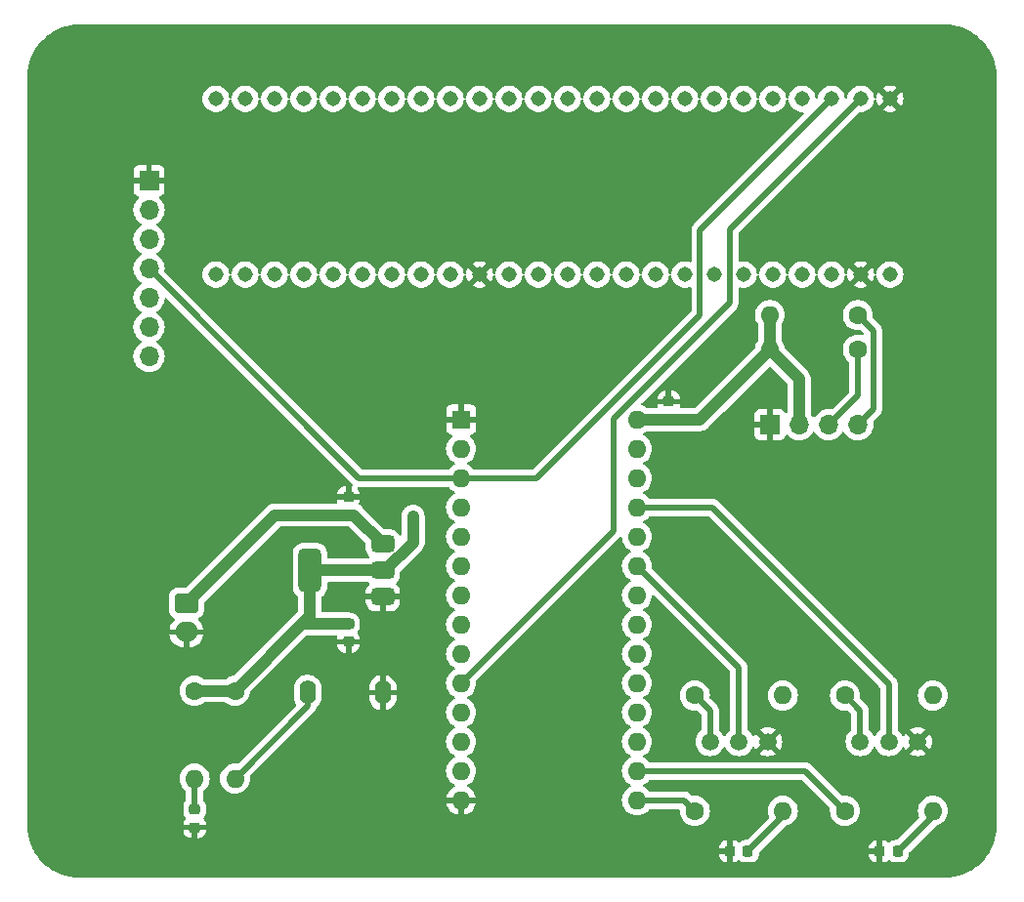
<source format=gbr>
%TF.GenerationSoftware,KiCad,Pcbnew,8.0.1*%
%TF.CreationDate,2024-08-14T10:37:22+09:00*%
%TF.ProjectId,master,6d617374-6572-42e6-9b69-6361645f7063,rev?*%
%TF.SameCoordinates,Original*%
%TF.FileFunction,Copper,L1,Top*%
%TF.FilePolarity,Positive*%
%FSLAX46Y46*%
G04 Gerber Fmt 4.6, Leading zero omitted, Abs format (unit mm)*
G04 Created by KiCad (PCBNEW 8.0.1) date 2024-08-14 10:37:22*
%MOMM*%
%LPD*%
G01*
G04 APERTURE LIST*
G04 Aperture macros list*
%AMRoundRect*
0 Rectangle with rounded corners*
0 $1 Rounding radius*
0 $2 $3 $4 $5 $6 $7 $8 $9 X,Y pos of 4 corners*
0 Add a 4 corners polygon primitive as box body*
4,1,4,$2,$3,$4,$5,$6,$7,$8,$9,$2,$3,0*
0 Add four circle primitives for the rounded corners*
1,1,$1+$1,$2,$3*
1,1,$1+$1,$4,$5*
1,1,$1+$1,$6,$7*
1,1,$1+$1,$8,$9*
0 Add four rect primitives between the rounded corners*
20,1,$1+$1,$2,$3,$4,$5,0*
20,1,$1+$1,$4,$5,$6,$7,0*
20,1,$1+$1,$6,$7,$8,$9,0*
20,1,$1+$1,$8,$9,$2,$3,0*%
G04 Aperture macros list end*
%TA.AperFunction,ComponentPad*%
%ADD10C,1.308000*%
%TD*%
%TA.AperFunction,ComponentPad*%
%ADD11C,1.600000*%
%TD*%
%TA.AperFunction,ComponentPad*%
%ADD12O,1.600000X1.600000*%
%TD*%
%TA.AperFunction,SMDPad,CuDef*%
%ADD13RoundRect,0.218750X0.256250X-0.218750X0.256250X0.218750X-0.256250X0.218750X-0.256250X-0.218750X0*%
%TD*%
%TA.AperFunction,SMDPad,CuDef*%
%ADD14RoundRect,0.218750X-0.218750X-0.256250X0.218750X-0.256250X0.218750X0.256250X-0.218750X0.256250X0*%
%TD*%
%TA.AperFunction,SMDPad,CuDef*%
%ADD15RoundRect,0.225000X0.250000X-0.225000X0.250000X0.225000X-0.250000X0.225000X-0.250000X-0.225000X0*%
%TD*%
%TA.AperFunction,ComponentPad*%
%ADD16O,1.400000X2.100000*%
%TD*%
%TA.AperFunction,ComponentPad*%
%ADD17R,1.600000X1.600000*%
%TD*%
%TA.AperFunction,ComponentPad*%
%ADD18C,1.500000*%
%TD*%
%TA.AperFunction,SMDPad,CuDef*%
%ADD19RoundRect,0.225000X-0.250000X0.225000X-0.250000X-0.225000X0.250000X-0.225000X0.250000X0.225000X0*%
%TD*%
%TA.AperFunction,ComponentPad*%
%ADD20R,1.700000X1.700000*%
%TD*%
%TA.AperFunction,ComponentPad*%
%ADD21O,1.700000X1.700000*%
%TD*%
%TA.AperFunction,ComponentPad*%
%ADD22RoundRect,0.250000X-0.750000X0.600000X-0.750000X-0.600000X0.750000X-0.600000X0.750000X0.600000X0*%
%TD*%
%TA.AperFunction,ComponentPad*%
%ADD23O,2.000000X1.700000*%
%TD*%
%TA.AperFunction,SMDPad,CuDef*%
%ADD24RoundRect,0.375000X0.625000X0.375000X-0.625000X0.375000X-0.625000X-0.375000X0.625000X-0.375000X0*%
%TD*%
%TA.AperFunction,SMDPad,CuDef*%
%ADD25RoundRect,0.500000X0.500000X1.400000X-0.500000X1.400000X-0.500000X-1.400000X0.500000X-1.400000X0*%
%TD*%
%TA.AperFunction,ViaPad*%
%ADD26C,1.000000*%
%TD*%
%TA.AperFunction,Conductor*%
%ADD27C,1.000000*%
%TD*%
%TA.AperFunction,Conductor*%
%ADD28C,0.500000*%
%TD*%
G04 APERTURE END LIST*
D10*
%TO.P,Teensy 4.1,0,RX1*%
%TO.N,10*%
X4060000Y55753000D03*
%TO.P,Teensy 4.1,1,TX1*%
%TO.N,3*%
X1520000Y55753000D03*
%TO.P,Teensy 4.1,2,OUT2*%
%TO.N,unconnected-(U3-OUT2-Pad2)*%
X-1020000Y55753000D03*
%TO.P,Teensy 4.1,3,LRCLK2*%
%TO.N,unconnected-(U3-LRCLK2-Pad3)*%
X-3560000Y55753000D03*
%TO.P,Teensy 4.1,3.3V_1,3.3V*%
%TO.N,unconnected-(U3-3.3V-Pad3.3V_1)_0*%
X-28960000Y55753000D03*
%TO.P,Teensy 4.1,3.3V_2,3.3V*%
%TO.N,unconnected-(U3-3.3V-Pad3.3V_1)*%
X1520000Y40513000D03*
%TO.P,Teensy 4.1,4,BCLK2*%
%TO.N,unconnected-(U3-BCLK2-Pad4)*%
X-6100000Y55753000D03*
%TO.P,Teensy 4.1,5,IN2*%
%TO.N,unconnected-(U3-IN2-Pad5)*%
X-8640000Y55753000D03*
%TO.P,Teensy 4.1,6,OUT1D*%
%TO.N,unconnected-(U3-OUT1D-Pad6)*%
X-11180000Y55753000D03*
%TO.P,Teensy 4.1,7,RX2*%
%TO.N,unconnected-(U3-RX2-Pad7)*%
X-13720000Y55753000D03*
%TO.P,Teensy 4.1,8,TX2*%
%TO.N,unconnected-(U3-TX2-Pad8)*%
X-16260000Y55753000D03*
%TO.P,Teensy 4.1,9,OUT1C*%
%TO.N,unconnected-(U3-OUT1C-Pad9)*%
X-18800000Y55753000D03*
%TO.P,Teensy 4.1,10,CS1*%
%TO.N,unconnected-(U3-CS1-Pad10)*%
X-21340000Y55753000D03*
%TO.P,Teensy 4.1,11,MOSI*%
%TO.N,unconnected-(U3-MOSI-Pad11)*%
X-23880000Y55753000D03*
%TO.P,Teensy 4.1,12,MISO*%
%TO.N,unconnected-(U3-MISO-Pad12)*%
X-26420000Y55753000D03*
%TO.P,Teensy 4.1,13,SCK*%
%TO.N,unconnected-(U3-SCK-Pad13)*%
X-26420000Y40513000D03*
%TO.P,Teensy 4.1,14,A0*%
%TO.N,unconnected-(U3-A0-Pad14)*%
X-23880000Y40513000D03*
%TO.P,Teensy 4.1,15,A1*%
%TO.N,unconnected-(U3-A1-Pad15)*%
X-21340000Y40513000D03*
%TO.P,Teensy 4.1,16,A2*%
%TO.N,unconnected-(U3-A2-Pad16)*%
X-18800000Y40513000D03*
%TO.P,Teensy 4.1,17,A3*%
%TO.N,unconnected-(U3-A3-Pad17)*%
X-16260000Y40513000D03*
%TO.P,Teensy 4.1,18,A4*%
%TO.N,unconnected-(U3-A4-Pad18)*%
X-13720000Y40513000D03*
%TO.P,Teensy 4.1,19,A5*%
%TO.N,unconnected-(U3-A5-Pad19)*%
X-11180000Y40513000D03*
%TO.P,Teensy 4.1,20,A6*%
%TO.N,unconnected-(U3-A6-Pad20)*%
X-8640000Y40513000D03*
%TO.P,Teensy 4.1,21,A7*%
%TO.N,unconnected-(U3-A7-Pad21)*%
X-6100000Y40513000D03*
%TO.P,Teensy 4.1,22,A8*%
%TO.N,unconnected-(U3-A8-Pad22)*%
X-3560000Y40513000D03*
%TO.P,Teensy 4.1,23,A9*%
%TO.N,unconnected-(U3-A9-Pad23)*%
X-1020000Y40513000D03*
%TO.P,Teensy 4.1,24,A10*%
%TO.N,unconnected-(U3-A10-Pad24)*%
X-31500000Y55753000D03*
%TO.P,Teensy 4.1,25,A11*%
%TO.N,unconnected-(U3-A11-Pad25)*%
X-34040000Y55753000D03*
%TO.P,Teensy 4.1,26,A12*%
%TO.N,unconnected-(U3-A12-Pad26)*%
X-36580000Y55753000D03*
%TO.P,Teensy 4.1,27,A13*%
%TO.N,unconnected-(U3-A13-Pad27)*%
X-39120000Y55753000D03*
%TO.P,Teensy 4.1,28,RX7*%
%TO.N,unconnected-(U3-RX7-Pad28)*%
X-41660000Y55753000D03*
%TO.P,Teensy 4.1,29,TX7*%
%TO.N,unconnected-(U3-TX7-Pad29)*%
X-44200000Y55753000D03*
%TO.P,Teensy 4.1,30,CRX3*%
%TO.N,unconnected-(U3-CRX3-Pad30)*%
X-46740000Y55753000D03*
%TO.P,Teensy 4.1,31,CTX3*%
%TO.N,unconnected-(U3-CTX3-Pad31)*%
X-49280000Y55753000D03*
%TO.P,Teensy 4.1,32,OUT1B*%
%TO.N,unconnected-(U3-OUT1B-Pad32)*%
X-51820000Y55753000D03*
%TO.P,Teensy 4.1,33,MCLK2*%
%TO.N,unconnected-(U3-MCLK2-Pad33)*%
X-51820000Y40513000D03*
%TO.P,Teensy 4.1,34,RX8*%
%TO.N,unconnected-(U3-RX8-Pad34)*%
X-49280000Y40513000D03*
%TO.P,Teensy 4.1,35,TX8*%
%TO.N,unconnected-(U3-TX8-Pad35)*%
X-46740000Y40513000D03*
%TO.P,Teensy 4.1,36,CS2*%
%TO.N,unconnected-(U3-CS2-Pad36)*%
X-44200000Y40513000D03*
%TO.P,Teensy 4.1,37,CS3*%
%TO.N,unconnected-(U3-CS3-Pad37)*%
X-41660000Y40513000D03*
%TO.P,Teensy 4.1,38,A14*%
%TO.N,unconnected-(U3-A14-Pad38)*%
X-39120000Y40513000D03*
%TO.P,Teensy 4.1,39,A15*%
%TO.N,unconnected-(U3-A15-Pad39)*%
X-36580000Y40513000D03*
%TO.P,Teensy 4.1,40,A16*%
%TO.N,unconnected-(U3-A16-Pad40)*%
X-34040000Y40513000D03*
%TO.P,Teensy 4.1,41,A17*%
%TO.N,unconnected-(U3-A17-Pad41)*%
X-31500000Y40513000D03*
%TO.P,Teensy 4.1,GND1,GND*%
%TO.N,GND*%
X6600000Y55753000D03*
%TO.P,Teensy 4.1,GND2,GND*%
X-28960000Y40513000D03*
%TO.P,Teensy 4.1,GND3,GND*%
X4060000Y40513000D03*
%TO.P,Teensy 4.1,VIN,VIN*%
%TO.N,unconnected-(U3-PadVIN)*%
X6600000Y40513000D03*
%TD*%
D11*
%TO.P,R2,1*%
%TO.N,15*%
X-10310000Y-6000000D03*
D12*
%TO.P,R2,2*%
%TO.N,Net-(D2-A)*%
X-2690000Y-6000000D03*
%TD*%
D13*
%TO.P,Power,1,K*%
%TO.N,GND*%
X-53660000Y-7434500D03*
%TO.P,Power,2,A*%
%TO.N,Net-(D1-A)*%
X-53660000Y-5859500D03*
%TD*%
D14*
%TO.P,15/DIO12/DI1,1,K*%
%TO.N,GND*%
X-7287500Y-9500000D03*
%TO.P,15/DIO12/DI1,2,A*%
%TO.N,Net-(D2-A)*%
X-5712500Y-9500000D03*
%TD*%
D15*
%TO.P,C2,1*%
%TO.N,+3.3V*%
X-12580000Y27933000D03*
%TO.P,C2,2*%
%TO.N,GND*%
X-12580000Y29483000D03*
%TD*%
D11*
%TO.P,R7,1*%
%TO.N,Net-(SW1-A)*%
X-10310000Y4000000D03*
D12*
%TO.P,R7,2*%
%TO.N,+3.3V*%
X-2690000Y4000000D03*
%TD*%
D16*
%TO.P,Reset,1,1*%
%TO.N,21*%
X-43860000Y4253000D03*
%TO.P,Reset,2,2*%
%TO.N,GND*%
X-37360000Y4253000D03*
%TD*%
D11*
%TO.P,R4,1*%
%TO.N,2*%
X3810000Y34000000D03*
D12*
%TO.P,R4,2*%
%TO.N,+3.3V*%
X-3810000Y34000000D03*
%TD*%
D11*
%TO.P,R3,1*%
%TO.N,16*%
X2690000Y-6000000D03*
D12*
%TO.P,R3,2*%
%TO.N,Net-(D3-A)*%
X10310000Y-6000000D03*
%TD*%
D17*
%TO.P,TWELITE DIP,1,GND*%
%TO.N,GND*%
X-30570000Y27933000D03*
D12*
%TO.P,TWELITE DIP,2,DIO14/SCL*%
%TO.N,2*%
X-30570000Y25393000D03*
%TO.P,TWELITE DIP,3,DIO7/RX*%
%TO.N,3*%
X-30570000Y22853000D03*
%TO.P,TWELITE DIP,4,DIO5/PWM1*%
%TO.N,4*%
X-30570000Y20313000D03*
%TO.P,TWELITE DIP,5,DIO18/DO1*%
%TO.N,5*%
X-30570000Y17773000D03*
%TO.P,TWELITE DIP,6,DO0/PWM2*%
%TO.N,6*%
X-30570000Y15233000D03*
%TO.P,TWELITE DIP,7,DO1/PWM3*%
%TO.N,7*%
X-30570000Y12693000D03*
%TO.P,TWELITE DIP,8,DIO19/DO2*%
%TO.N,8*%
X-30570000Y10153000D03*
%TO.P,TWELITE DIP,9,DIO4/DO3*%
%TO.N,9*%
X-30570000Y7613000D03*
%TO.P,TWELITE DIP,10,DIO6/TX*%
%TO.N,10*%
X-30570000Y5073000D03*
%TO.P,TWELITE DIP,11,DIO8/PWM4*%
%TO.N,11*%
X-30570000Y2533000D03*
%TO.P,TWELITE DIP,12,DIO9/DO4*%
%TO.N,12*%
X-30570000Y-7000D03*
%TO.P,TWELITE DIP,13,DIO10/M1*%
%TO.N,13*%
X-30570000Y-2547000D03*
%TO.P,TWELITE DIP,14,GND*%
%TO.N,GND*%
X-30570000Y-5087000D03*
%TO.P,TWELITE DIP,15,DIO12/DI1*%
%TO.N,15*%
X-15330000Y-5087000D03*
%TO.P,TWELITE DIP,16,DIO13/DI2*%
%TO.N,16*%
X-15330000Y-2547000D03*
%TO.P,TWELITE DIP,17,DIO11/DI3*%
%TO.N,17*%
X-15330000Y-7000D03*
%TO.P,TWELITE DIP,18,DIO16/DI4*%
%TO.N,18*%
X-15330000Y2533000D03*
%TO.P,TWELITE DIP,19,DIO15/SDA*%
%TO.N,19*%
X-15330000Y5073000D03*
%TO.P,TWELITE DIP,20,DIO17/BPS*%
%TO.N,20*%
X-15330000Y7613000D03*
%TO.P,TWELITE DIP,21,~{RESET}*%
%TO.N,21*%
X-15330000Y10153000D03*
%TO.P,TWELITE DIP,22,ADC1/AI1*%
%TO.N,22*%
X-15330000Y12693000D03*
%TO.P,TWELITE DIP,23,DIO0/AI2*%
%TO.N,23*%
X-15330000Y15233000D03*
%TO.P,TWELITE DIP,24,ADC2/AI3*%
%TO.N,24*%
X-15330000Y17773000D03*
%TO.P,TWELITE DIP,25,DIO1/AI4*%
%TO.N,25*%
X-15330000Y20313000D03*
%TO.P,TWELITE DIP,26,DIO2/M2*%
%TO.N,26*%
X-15330000Y22853000D03*
%TO.P,TWELITE DIP,27,DIO3/M3*%
%TO.N,27*%
X-15330000Y25393000D03*
%TO.P,TWELITE DIP,28,VCC*%
%TO.N,+3.3V*%
X-15330000Y27933000D03*
%TD*%
D18*
%TO.P,25/DIO1/AI4,1,A*%
%TO.N,Net-(SW2-A)*%
X4000000Y0D03*
%TO.P,25/DIO1/AI4,2,B*%
%TO.N,25*%
X6500000Y0D03*
%TO.P,25/DIO1/AI4,3,C*%
%TO.N,GND*%
X9000000Y0D03*
%TD*%
D11*
%TO.P,R1,1*%
%TO.N,+3.3V*%
X-53660000Y4413000D03*
D12*
%TO.P,R1,2*%
%TO.N,Net-(D1-A)*%
X-53660000Y-3207000D03*
%TD*%
D19*
%TO.P,C3,1*%
%TO.N,+3.3V*%
X-40330000Y10208000D03*
%TO.P,C3,2*%
%TO.N,GND*%
X-40330000Y8658000D03*
%TD*%
D11*
%TO.P,R5,1*%
%TO.N,19*%
X3810000Y37000000D03*
D12*
%TO.P,R5,2*%
%TO.N,+3.3V*%
X-3810000Y37000000D03*
%TD*%
D20*
%TO.P,GND>,1,Pin_1*%
%TO.N,GND*%
X-57610000Y48663000D03*
D21*
%TO.P,GND>,2,Pin_2*%
%TO.N,10*%
X-57610000Y46123000D03*
%TO.P,GND>,3,Pin_3*%
%TO.N,7*%
X-57610000Y43583000D03*
%TO.P,GND>,4,Pin_4*%
%TO.N,3*%
X-57610000Y41043000D03*
%TO.P,GND>,5,Pin_5*%
%TO.N,21*%
X-57610000Y38503000D03*
%TO.P,GND>,6,Pin_6*%
%TO.N,unconnected-(J2-Pin_6-Pad6)*%
X-57610000Y35963000D03*
%TO.P,GND>,7,Pin_7*%
%TO.N,unconnected-(J2-Pin_7-Pad7)*%
X-57610000Y33423000D03*
%TD*%
D20*
%TO.P,Display,1,GND*%
%TO.N,GND*%
X-3810000Y27500000D03*
D21*
%TO.P,Display,2,VCC*%
%TO.N,+3.3V*%
X-1270000Y27500000D03*
%TO.P,Display,3,SCL*%
%TO.N,2*%
X1270000Y27500000D03*
%TO.P,Display,4,SDA*%
%TO.N,19*%
X3810000Y27500000D03*
%TD*%
D11*
%TO.P,R8,1*%
%TO.N,Net-(SW2-A)*%
X2690000Y4000000D03*
D12*
%TO.P,R8,2*%
%TO.N,+3.3V*%
X10310000Y4000000D03*
%TD*%
D15*
%TO.P,C1,1*%
%TO.N,Net-(J1-Pin_1)*%
X-40330000Y19658000D03*
%TO.P,C1,2*%
%TO.N,GND*%
X-40330000Y21208000D03*
%TD*%
D22*
%TO.P,Vin,1,Pin_1*%
%TO.N,Net-(J1-Pin_1)*%
X-54360000Y12003000D03*
D23*
%TO.P,Vin,2,Pin_2*%
%TO.N,GND*%
X-54360000Y9503000D03*
%TD*%
D14*
%TO.P,16/DIO13/DI2,1,K*%
%TO.N,GND*%
X5712500Y-9500000D03*
%TO.P,16/DIO13/DI2,2,A*%
%TO.N,Net-(D3-A)*%
X7287500Y-9500000D03*
%TD*%
D24*
%TO.P,3.3V,1,GND*%
%TO.N,GND*%
X-37360000Y12553000D03*
%TO.P,3.3V,2,VO*%
%TO.N,+3.3V*%
X-37360000Y14853000D03*
D25*
X-43660000Y14853000D03*
D24*
%TO.P,3.3V,3,VI*%
%TO.N,Net-(J1-Pin_1)*%
X-37360000Y17153000D03*
%TD*%
D18*
%TO.P,23/DIO0/AI2,1,A*%
%TO.N,Net-(SW1-A)*%
X-9000000Y0D03*
%TO.P,23/DIO0/AI2,2,B*%
%TO.N,23*%
X-6500000Y0D03*
%TO.P,23/DIO0/AI2,3,C*%
%TO.N,GND*%
X-4000000Y0D03*
%TD*%
D11*
%TO.P,R6,1*%
%TO.N,+3.3V*%
X-50160000Y4413000D03*
D12*
%TO.P,R6,2*%
%TO.N,21*%
X-50160000Y-3207000D03*
%TD*%
D26*
%TO.N,+3.3V*%
X-34730000Y19543000D03*
%TD*%
D27*
%TO.N,Net-(J1-Pin_1)*%
X-54360000Y12003000D02*
X-46705000Y19658000D01*
X-46705000Y19658000D02*
X-40330000Y19658000D01*
X-40330000Y19658000D02*
X-39865000Y19658000D01*
X-39865000Y19658000D02*
X-37360000Y17153000D01*
%TO.N,+3.3V*%
X-12580000Y27933000D02*
X-9877000Y27933000D01*
X-40330000Y10208000D02*
X-44365000Y10208000D01*
X-12580000Y27933000D02*
X-15330000Y27933000D01*
X-43660000Y10913000D02*
X-44365000Y10208000D01*
X-34730000Y19543000D02*
X-34730000Y17262720D01*
X-44365000Y10208000D02*
X-50160000Y4413000D01*
X-37139720Y14853000D02*
X-43660000Y14853000D01*
X-53660000Y4413000D02*
X-50160000Y4413000D01*
X-34730000Y17262720D02*
X-37139720Y14853000D01*
X-3810000Y34000000D02*
X-1270000Y31460000D01*
X-3810000Y37000000D02*
X-3810000Y34000000D01*
X-43660000Y14853000D02*
X-43660000Y10913000D01*
X-1270000Y31460000D02*
X-1270000Y27500000D01*
X-9877000Y27933000D02*
X-3810000Y34000000D01*
D28*
%TO.N,Net-(D1-A)*%
X-53660000Y-5859500D02*
X-53660000Y-3207000D01*
%TO.N,Net-(D2-A)*%
X-2690000Y-6477500D02*
X-5712500Y-9500000D01*
X-2690000Y-6000000D02*
X-2690000Y-6477500D01*
%TO.N,Net-(D3-A)*%
X10310000Y-6000000D02*
X10310000Y-6477500D01*
X10310000Y-6477500D02*
X7287500Y-9500000D01*
%TO.N,21*%
X-43860000Y3093000D02*
X-50160000Y-3207000D01*
X-43860000Y4253000D02*
X-43860000Y3093000D01*
%TO.N,3*%
X-39420000Y22853000D02*
X-30570000Y22853000D01*
X-24010000Y22853000D02*
X-9860000Y37003000D01*
X-30570000Y22853000D02*
X-24010000Y22853000D01*
X-9860000Y37003000D02*
X-9860000Y44373000D01*
X-57610000Y41043000D02*
X-39420000Y22853000D01*
X-9860000Y44373000D02*
X1520000Y55753000D01*
%TO.N,10*%
X-7296000Y38067000D02*
X-7296000Y44397000D01*
X-17360000Y28003000D02*
X-7296000Y38067000D01*
X-7296000Y44397000D02*
X4060000Y55753000D01*
X-30570000Y5073000D02*
X-17360000Y18283000D01*
X-17360000Y18283000D02*
X-17360000Y28003000D01*
%TO.N,15*%
X-15330000Y-5087000D02*
X-11223000Y-5087000D01*
X-11223000Y-5087000D02*
X-10310000Y-6000000D01*
%TO.N,16*%
X-763000Y-2547000D02*
X2690000Y-6000000D01*
X-15330000Y-2547000D02*
X-763000Y-2547000D01*
%TO.N,2*%
X3810000Y34000000D02*
X3810000Y30040000D01*
X3810000Y30040000D02*
X1270000Y27500000D01*
%TO.N,19*%
X5164000Y35646000D02*
X3810000Y37000000D01*
X5164000Y28854000D02*
X5164000Y35646000D01*
X3810000Y27500000D02*
X5164000Y28854000D01*
%TO.N,Net-(SW1-A)*%
X-9000000Y2690000D02*
X-10310000Y4000000D01*
X-9000000Y0D02*
X-9000000Y2690000D01*
%TO.N,Net-(SW2-A)*%
X2690000Y4000000D02*
X4000000Y2690000D01*
X4000000Y2690000D02*
X4000000Y0D01*
%TO.N,23*%
X-6500000Y6403000D02*
X-15330000Y15233000D01*
X-6500000Y0D02*
X-6500000Y6403000D01*
%TO.N,25*%
X6500000Y0D02*
X6500000Y5000000D01*
X-8813000Y20313000D02*
X-15330000Y20313000D01*
X6500000Y5000000D02*
X-8813000Y20313000D01*
%TD*%
%TA.AperFunction,Conductor*%
%TO.N,GND*%
G36*
X11342703Y62202382D02*
G01*
X11726750Y62185614D01*
X11737526Y62184671D01*
X12115957Y62134849D01*
X12126610Y62132971D01*
X12499272Y62050354D01*
X12509721Y62047554D01*
X12873755Y61932775D01*
X12883921Y61929075D01*
X13236572Y61783002D01*
X13246376Y61778430D01*
X13584942Y61602183D01*
X13594310Y61596775D01*
X13916244Y61391681D01*
X13925105Y61385476D01*
X14227930Y61153110D01*
X14236217Y61146156D01*
X14517635Y60888284D01*
X14525284Y60880635D01*
X14783156Y60599217D01*
X14790110Y60590930D01*
X15022476Y60288105D01*
X15028681Y60279244D01*
X15233775Y59957310D01*
X15239183Y59947942D01*
X15415430Y59609376D01*
X15420002Y59599572D01*
X15566075Y59246921D01*
X15569775Y59236755D01*
X15684554Y58872721D01*
X15687354Y58862272D01*
X15769971Y58489610D01*
X15771849Y58478957D01*
X15821671Y58100526D01*
X15822614Y58089750D01*
X15839382Y57705702D01*
X15839500Y57700293D01*
X15839500Y-7294293D01*
X15839382Y-7299702D01*
X15822614Y-7683750D01*
X15821671Y-7694526D01*
X15771849Y-8072957D01*
X15769971Y-8083610D01*
X15687354Y-8456272D01*
X15684554Y-8466721D01*
X15569775Y-8830755D01*
X15566075Y-8840921D01*
X15420002Y-9193572D01*
X15415430Y-9203376D01*
X15239183Y-9541942D01*
X15233775Y-9551310D01*
X15028681Y-9873244D01*
X15022476Y-9882105D01*
X14790110Y-10184930D01*
X14783156Y-10193217D01*
X14525284Y-10474635D01*
X14517635Y-10482284D01*
X14236217Y-10740156D01*
X14227930Y-10747110D01*
X13925105Y-10979476D01*
X13916244Y-10985681D01*
X13594310Y-11190775D01*
X13584942Y-11196183D01*
X13246376Y-11372430D01*
X13236572Y-11377002D01*
X12883921Y-11523075D01*
X12873755Y-11526775D01*
X12509721Y-11641554D01*
X12499272Y-11644354D01*
X12126610Y-11726971D01*
X12115957Y-11728849D01*
X11737526Y-11778671D01*
X11726750Y-11779614D01*
X11342703Y-11796382D01*
X11337294Y-11796500D01*
X-63657294Y-11796500D01*
X-63662703Y-11796382D01*
X-64046750Y-11779614D01*
X-64057526Y-11778671D01*
X-64435957Y-11728849D01*
X-64446610Y-11726971D01*
X-64819272Y-11644354D01*
X-64829721Y-11641554D01*
X-65193755Y-11526775D01*
X-65203921Y-11523075D01*
X-65556572Y-11377002D01*
X-65566376Y-11372430D01*
X-65904942Y-11196183D01*
X-65914310Y-11190775D01*
X-66236244Y-10985681D01*
X-66245105Y-10979476D01*
X-66547930Y-10747110D01*
X-66556217Y-10740156D01*
X-66837635Y-10482284D01*
X-66845284Y-10474635D01*
X-67103156Y-10193217D01*
X-67110110Y-10184930D01*
X-67342476Y-9882105D01*
X-67348681Y-9873244D01*
X-67427196Y-9750000D01*
X-8224999Y-9750000D01*
X-8224999Y-9804135D01*
X-8224998Y-9804152D01*
X-8214943Y-9902583D01*
X-8162093Y-10062072D01*
X-8162091Y-10062077D01*
X-8073885Y-10205080D01*
X-7955080Y-10323885D01*
X-7812077Y-10412091D01*
X-7812072Y-10412093D01*
X-7652583Y-10464942D01*
X-7554143Y-10474999D01*
X-7037500Y-10474999D01*
X-7020864Y-10474999D01*
X-7020847Y-10474998D01*
X-6922416Y-10464943D01*
X-6762927Y-10412093D01*
X-6762922Y-10412091D01*
X-6619919Y-10323885D01*
X-6588034Y-10292000D01*
X-6526711Y-10258515D01*
X-6457019Y-10263499D01*
X-6412672Y-10292000D01*
X-6380391Y-10324281D01*
X-6237287Y-10412549D01*
X-6077685Y-10465436D01*
X-5979174Y-10475500D01*
X-5979169Y-10475500D01*
X-5445831Y-10475500D01*
X-5445826Y-10475500D01*
X-5347315Y-10465436D01*
X-5187713Y-10412549D01*
X-5187707Y-10412545D01*
X-5187704Y-10412544D01*
X-5044612Y-10324283D01*
X-5044608Y-10324280D01*
X-4925719Y-10205391D01*
X-4925716Y-10205387D01*
X-4837455Y-10062295D01*
X-4837450Y-10062284D01*
X-4836983Y-10060876D01*
X-4784564Y-9902685D01*
X-4784564Y-9902683D01*
X-4784563Y-9902683D01*
X-4774500Y-9804181D01*
X-4774500Y-9750000D01*
X4775001Y-9750000D01*
X4775001Y-9804152D01*
X4785056Y-9902583D01*
X4837906Y-10062072D01*
X4837908Y-10062077D01*
X4926114Y-10205080D01*
X5044919Y-10323885D01*
X5187922Y-10412091D01*
X5187927Y-10412093D01*
X5347416Y-10464942D01*
X5445856Y-10474999D01*
X5962500Y-10474999D01*
X5979136Y-10474999D01*
X5979152Y-10474998D01*
X6077583Y-10464943D01*
X6237072Y-10412093D01*
X6237077Y-10412091D01*
X6380080Y-10323885D01*
X6411966Y-10292000D01*
X6473289Y-10258515D01*
X6542981Y-10263499D01*
X6587328Y-10292000D01*
X6619608Y-10324280D01*
X6619612Y-10324283D01*
X6762704Y-10412544D01*
X6762707Y-10412545D01*
X6762713Y-10412549D01*
X6922315Y-10465436D01*
X7020826Y-10475500D01*
X7020831Y-10475500D01*
X7554169Y-10475500D01*
X7554174Y-10475500D01*
X7652685Y-10465436D01*
X7812287Y-10412549D01*
X7955391Y-10324281D01*
X8074281Y-10205391D01*
X8162549Y-10062287D01*
X8215436Y-9902685D01*
X8225500Y-9804174D01*
X8225500Y-9674728D01*
X8245185Y-9607689D01*
X8261814Y-9587052D01*
X10549453Y-7299412D01*
X10605037Y-7267321D01*
X10705221Y-7240477D01*
X10756486Y-7226742D01*
X10756489Y-7226740D01*
X10756496Y-7226739D01*
X10962734Y-7130568D01*
X11149139Y-7000047D01*
X11310047Y-6839139D01*
X11440568Y-6652734D01*
X11536739Y-6446496D01*
X11595635Y-6226692D01*
X11615468Y-6000000D01*
X11595635Y-5773308D01*
X11536739Y-5553504D01*
X11440568Y-5347266D01*
X11310047Y-5160861D01*
X11310045Y-5160858D01*
X11149141Y-4999954D01*
X10962734Y-4869432D01*
X10962732Y-4869431D01*
X10756497Y-4773261D01*
X10756488Y-4773258D01*
X10536697Y-4714366D01*
X10536693Y-4714365D01*
X10536692Y-4714365D01*
X10536691Y-4714364D01*
X10536686Y-4714364D01*
X10310002Y-4694532D01*
X10309998Y-4694532D01*
X10083313Y-4714364D01*
X10083302Y-4714366D01*
X9863511Y-4773258D01*
X9863502Y-4773261D01*
X9657267Y-4869431D01*
X9657265Y-4869432D01*
X9470858Y-4999954D01*
X9309954Y-5160858D01*
X9179432Y-5347265D01*
X9179431Y-5347267D01*
X9083261Y-5553502D01*
X9083258Y-5553511D01*
X9024366Y-5773302D01*
X9024364Y-5773313D01*
X9004532Y-5999998D01*
X9004532Y-6000001D01*
X9024364Y-6226686D01*
X9024366Y-6226697D01*
X9083258Y-6446488D01*
X9083261Y-6446496D01*
X9109017Y-6501730D01*
X9119509Y-6570806D01*
X9090989Y-6634590D01*
X9084316Y-6641815D01*
X7237951Y-8488181D01*
X7176628Y-8521666D01*
X7150270Y-8524500D01*
X7020818Y-8524500D01*
X6922316Y-8534563D01*
X6922315Y-8534564D01*
X6843219Y-8560773D01*
X6762715Y-8587450D01*
X6762704Y-8587455D01*
X6619612Y-8675716D01*
X6619607Y-8675719D01*
X6587327Y-8708000D01*
X6526003Y-8741485D01*
X6456312Y-8736499D01*
X6411967Y-8708000D01*
X6380080Y-8676114D01*
X6237077Y-8587908D01*
X6237072Y-8587906D01*
X6077583Y-8535057D01*
X5979150Y-8525000D01*
X5962500Y-8525000D01*
X5962500Y-10474999D01*
X5445856Y-10474999D01*
X5462500Y-10474998D01*
X5462500Y-9750000D01*
X4775001Y-9750000D01*
X-4774500Y-9750000D01*
X-4774500Y-9674729D01*
X-4754815Y-9607690D01*
X-4738181Y-9587048D01*
X-4401133Y-9250000D01*
X4775000Y-9250000D01*
X5462500Y-9250000D01*
X5462500Y-8524999D01*
X5445856Y-8525000D01*
X5347415Y-8535057D01*
X5187927Y-8587906D01*
X5187922Y-8587908D01*
X5044919Y-8676114D01*
X4926114Y-8794919D01*
X4837908Y-8937922D01*
X4837906Y-8937927D01*
X4785057Y-9097416D01*
X4775000Y-9195849D01*
X4775000Y-9250000D01*
X-4401133Y-9250000D01*
X-2450547Y-7299414D01*
X-2394959Y-7267320D01*
X-2342523Y-7253270D01*
X-2243513Y-7226742D01*
X-2243506Y-7226739D01*
X-2243504Y-7226739D01*
X-2037266Y-7130568D01*
X-1850861Y-7000047D01*
X-1850858Y-7000045D01*
X-1689954Y-6839141D01*
X-1559432Y-6652734D01*
X-1559431Y-6652732D01*
X-1463261Y-6446497D01*
X-1463258Y-6446488D01*
X-1404366Y-6226697D01*
X-1404364Y-6226686D01*
X-1384532Y-6000001D01*
X-1384532Y-5999998D01*
X-1404364Y-5773313D01*
X-1404366Y-5773302D01*
X-1463258Y-5553511D01*
X-1463261Y-5553502D01*
X-1559431Y-5347267D01*
X-1559432Y-5347265D01*
X-1689954Y-5160858D01*
X-1850858Y-4999954D01*
X-2037265Y-4869432D01*
X-2037267Y-4869431D01*
X-2243502Y-4773261D01*
X-2243511Y-4773258D01*
X-2463302Y-4714366D01*
X-2463313Y-4714364D01*
X-2689998Y-4694532D01*
X-2690002Y-4694532D01*
X-2916686Y-4714364D01*
X-2916691Y-4714364D01*
X-2916692Y-4714365D01*
X-2916693Y-4714365D01*
X-2916697Y-4714366D01*
X-3136488Y-4773258D01*
X-3136497Y-4773261D01*
X-3342732Y-4869431D01*
X-3342734Y-4869432D01*
X-3529141Y-4999954D01*
X-3690045Y-5160858D01*
X-3690047Y-5160861D01*
X-3820568Y-5347266D01*
X-3916739Y-5553504D01*
X-3975635Y-5773308D01*
X-3995468Y-6000000D01*
X-3975635Y-6226692D01*
X-3916739Y-6446496D01*
X-3890981Y-6501732D01*
X-3880490Y-6570806D01*
X-3909009Y-6634591D01*
X-3915683Y-6641816D01*
X-5762049Y-8488181D01*
X-5823372Y-8521666D01*
X-5849730Y-8524500D01*
X-5979181Y-8524500D01*
X-6077683Y-8534563D01*
X-6077685Y-8534564D01*
X-6237287Y-8587451D01*
X-6237289Y-8587452D01*
X-6237295Y-8587455D01*
X-6380387Y-8675716D01*
X-6380392Y-8675719D01*
X-6412673Y-8708000D01*
X-6473997Y-8741485D01*
X-6543688Y-8736499D01*
X-6588033Y-8708000D01*
X-6619919Y-8676114D01*
X-6762922Y-8587908D01*
X-6762927Y-8587906D01*
X-6922416Y-8535057D01*
X-7020849Y-8525000D01*
X-7037500Y-8525000D01*
X-7037500Y-10474999D01*
X-7554143Y-10474999D01*
X-7537500Y-10474998D01*
X-7537500Y-9750000D01*
X-8224999Y-9750000D01*
X-67427196Y-9750000D01*
X-67553775Y-9551310D01*
X-67559183Y-9541942D01*
X-67711159Y-9250000D01*
X-8225000Y-9250000D01*
X-7537500Y-9250000D01*
X-7537500Y-8524999D01*
X-7554143Y-8525000D01*
X-7652584Y-8535057D01*
X-7812072Y-8587906D01*
X-7812077Y-8587908D01*
X-7955080Y-8676114D01*
X-8073885Y-8794919D01*
X-8162091Y-8937922D01*
X-8162093Y-8937927D01*
X-8214942Y-9097416D01*
X-8224999Y-9195849D01*
X-8225000Y-9195862D01*
X-8225000Y-9250000D01*
X-67711159Y-9250000D01*
X-67735430Y-9203376D01*
X-67740002Y-9193572D01*
X-67886075Y-8840921D01*
X-67889775Y-8830755D01*
X-68004554Y-8466721D01*
X-68007354Y-8456272D01*
X-68089971Y-8083610D01*
X-68091849Y-8072957D01*
X-68141671Y-7694526D01*
X-68142548Y-7684500D01*
X-54634999Y-7684500D01*
X-54634999Y-7701135D01*
X-54634998Y-7701152D01*
X-54624943Y-7799583D01*
X-54572093Y-7959072D01*
X-54572091Y-7959077D01*
X-54483885Y-8102080D01*
X-54365080Y-8220885D01*
X-54222077Y-8309091D01*
X-54222072Y-8309093D01*
X-54062583Y-8361942D01*
X-53964144Y-8371999D01*
X-53910000Y-8371998D01*
X-53910000Y-7684500D01*
X-53410000Y-7684500D01*
X-53410000Y-8371999D01*
X-53355864Y-8371999D01*
X-53355847Y-8371998D01*
X-53257416Y-8361943D01*
X-53097927Y-8309093D01*
X-53097922Y-8309091D01*
X-52954919Y-8220885D01*
X-52836114Y-8102080D01*
X-52747908Y-7959077D01*
X-52747906Y-7959072D01*
X-52695057Y-7799583D01*
X-52685000Y-7701150D01*
X-52685000Y-7684500D01*
X-53410000Y-7684500D01*
X-53910000Y-7684500D01*
X-54634999Y-7684500D01*
X-68142548Y-7684500D01*
X-68142614Y-7683750D01*
X-68159382Y-7299702D01*
X-68159500Y-7294293D01*
X-68159500Y-3207000D01*
X-54965468Y-3207000D01*
X-54945635Y-3433692D01*
X-54886739Y-3653496D01*
X-54790568Y-3859734D01*
X-54660047Y-4046139D01*
X-54660045Y-4046141D01*
X-54499140Y-4207046D01*
X-54463379Y-4232086D01*
X-54419753Y-4286662D01*
X-54410500Y-4333662D01*
X-54410500Y-5066466D01*
X-54430185Y-5133505D01*
X-54446819Y-5154147D01*
X-54484280Y-5191608D01*
X-54484283Y-5191612D01*
X-54572544Y-5334704D01*
X-54572545Y-5334707D01*
X-54572549Y-5334713D01*
X-54625436Y-5494315D01*
X-54635500Y-5592826D01*
X-54635500Y-6126174D01*
X-54625436Y-6224685D01*
X-54572549Y-6384287D01*
X-54484281Y-6527391D01*
X-54452000Y-6559672D01*
X-54418515Y-6620995D01*
X-54423499Y-6690687D01*
X-54452000Y-6735034D01*
X-54483885Y-6766919D01*
X-54572091Y-6909922D01*
X-54572093Y-6909927D01*
X-54624942Y-7069416D01*
X-54634999Y-7167849D01*
X-54635000Y-7167862D01*
X-54635000Y-7184500D01*
X-52685001Y-7184500D01*
X-52685001Y-7167847D01*
X-52695056Y-7069416D01*
X-52747906Y-6909927D01*
X-52747908Y-6909922D01*
X-52836114Y-6766919D01*
X-52868000Y-6735033D01*
X-52901485Y-6673709D01*
X-52896499Y-6604018D01*
X-52868000Y-6559673D01*
X-52835719Y-6527392D01*
X-52835716Y-6527387D01*
X-52747455Y-6384295D01*
X-52747450Y-6384284D01*
X-52741349Y-6365871D01*
X-52694564Y-6224685D01*
X-52694564Y-6224683D01*
X-52694563Y-6224683D01*
X-52684500Y-6126181D01*
X-52684500Y-5592818D01*
X-52694563Y-5494316D01*
X-52747450Y-5334715D01*
X-52747455Y-5334704D01*
X-52835716Y-5191612D01*
X-52835719Y-5191608D01*
X-52873181Y-5154147D01*
X-52906666Y-5092824D01*
X-52909500Y-5066466D01*
X-52909500Y-4333662D01*
X-52889815Y-4266623D01*
X-52856621Y-4232086D01*
X-52820859Y-4207046D01*
X-52659954Y-4046141D01*
X-52529432Y-3859734D01*
X-52529431Y-3859732D01*
X-52433261Y-3653497D01*
X-52433258Y-3653488D01*
X-52374366Y-3433697D01*
X-52374364Y-3433686D01*
X-52354532Y-3207001D01*
X-52354532Y-3207000D01*
X-51465468Y-3207000D01*
X-51445635Y-3433692D01*
X-51386739Y-3653496D01*
X-51290568Y-3859734D01*
X-51160047Y-4046139D01*
X-50999139Y-4207047D01*
X-50812734Y-4337568D01*
X-50606496Y-4433739D01*
X-50386692Y-4492635D01*
X-50216673Y-4507509D01*
X-50160002Y-4512468D01*
X-50160000Y-4512468D01*
X-50159998Y-4512468D01*
X-50095230Y-4506801D01*
X-49933308Y-4492635D01*
X-49766415Y-4447916D01*
X-49713511Y-4433741D01*
X-49713509Y-4433740D01*
X-49713504Y-4433739D01*
X-49507266Y-4337568D01*
X-49320861Y-4207047D01*
X-49320858Y-4207045D01*
X-49159954Y-4046141D01*
X-49029432Y-3859734D01*
X-49029431Y-3859732D01*
X-48933261Y-3653497D01*
X-48933258Y-3653488D01*
X-48874366Y-3433697D01*
X-48874364Y-3433686D01*
X-48854532Y-3207001D01*
X-48854532Y-3206996D01*
X-48869129Y-3040137D01*
X-48855362Y-2971637D01*
X-48833282Y-2941650D01*
X-43277051Y2614580D01*
X-43277048Y2614584D01*
X-43194919Y2737498D01*
X-43194912Y2737511D01*
X-43138343Y2874082D01*
X-43138340Y2874094D01*
X-43131690Y2907526D01*
X-43099305Y2969437D01*
X-43082966Y2983648D01*
X-43077929Y2987307D01*
X-42944312Y3120924D01*
X-42944312Y3120925D01*
X-42944310Y3120927D01*
X-42880334Y3208982D01*
X-42833240Y3273800D01*
X-42747454Y3442163D01*
X-42689059Y3621881D01*
X-42659500Y3808513D01*
X-42659500Y3808552D01*
X-38560000Y3808552D01*
X-38530451Y3621997D01*
X-38472085Y3442362D01*
X-38386329Y3274059D01*
X-38275314Y3121258D01*
X-38275310Y3121253D01*
X-38141746Y2987689D01*
X-38141741Y2987685D01*
X-37988940Y2876670D01*
X-37820635Y2790913D01*
X-37641004Y2732549D01*
X-37640995Y2732547D01*
X-37610000Y2727637D01*
X-37610000Y3587314D01*
X-37605606Y3582920D01*
X-37514394Y3530259D01*
X-37412661Y3503000D01*
X-37307339Y3503000D01*
X-37205606Y3530259D01*
X-37114394Y3582920D01*
X-37110000Y3587314D01*
X-37110000Y2727637D01*
X-37109999Y2727637D01*
X-37079004Y2732547D01*
X-37078995Y2732549D01*
X-36899364Y2790913D01*
X-36731059Y2876670D01*
X-36578258Y2987685D01*
X-36578253Y2987689D01*
X-36444689Y3121253D01*
X-36444685Y3121258D01*
X-36333670Y3274059D01*
X-36247914Y3442362D01*
X-36189548Y3621997D01*
X-36160000Y3808552D01*
X-36160000Y4003000D01*
X-36960000Y4003000D01*
X-36960000Y4503000D01*
X-36160000Y4503000D01*
X-36160000Y4697447D01*
X-36189548Y4884002D01*
X-36247914Y5063637D01*
X-36333670Y5231940D01*
X-36444685Y5384741D01*
X-36444689Y5384746D01*
X-36578253Y5518310D01*
X-36578258Y5518314D01*
X-36731059Y5629329D01*
X-36899362Y5715085D01*
X-37078997Y5773451D01*
X-37110000Y5778362D01*
X-37110000Y4918686D01*
X-37114394Y4923080D01*
X-37205606Y4975741D01*
X-37307339Y5003000D01*
X-37412661Y5003000D01*
X-37514394Y4975741D01*
X-37605606Y4923080D01*
X-37610000Y4918686D01*
X-37610000Y5778361D01*
X-37641002Y5773451D01*
X-37820637Y5715085D01*
X-37988940Y5629329D01*
X-38141741Y5518314D01*
X-38141746Y5518310D01*
X-38275310Y5384746D01*
X-38275314Y5384741D01*
X-38386329Y5231940D01*
X-38472085Y5063637D01*
X-38530451Y4884002D01*
X-38560000Y4697447D01*
X-38560000Y4503000D01*
X-37760000Y4503000D01*
X-37760000Y4003000D01*
X-38560000Y4003000D01*
X-38560000Y3808552D01*
X-42659500Y3808552D01*
X-42659500Y4697486D01*
X-42689059Y4884118D01*
X-42747454Y5063836D01*
X-42833240Y5232199D01*
X-42847729Y5252141D01*
X-42944310Y5385073D01*
X-43077927Y5518690D01*
X-43230801Y5629760D01*
X-43365976Y5698635D01*
X-43399163Y5715545D01*
X-43399165Y5715545D01*
X-43399168Y5715547D01*
X-43495497Y5746846D01*
X-43578881Y5773940D01*
X-43765514Y5803500D01*
X-43765519Y5803500D01*
X-43954481Y5803500D01*
X-43954486Y5803500D01*
X-44113205Y5778361D01*
X-44141118Y5773940D01*
X-44320832Y5715547D01*
X-44489199Y5629760D01*
X-44642073Y5518690D01*
X-44775690Y5385073D01*
X-44886760Y5232199D01*
X-44972547Y5063832D01*
X-45018280Y4923080D01*
X-45030940Y4884118D01*
X-45060500Y4697486D01*
X-45060500Y3808513D01*
X-45030940Y3621881D01*
X-44972545Y3442163D01*
X-44936867Y3372141D01*
X-44891158Y3282432D01*
X-44886755Y3273792D01*
X-44884214Y3269645D01*
X-44885388Y3268925D01*
X-44864009Y3208982D01*
X-44879843Y3140930D01*
X-44900123Y3114242D01*
X-49101034Y-1086666D01*
X-49894650Y-1880282D01*
X-49955973Y-1913767D01*
X-49993137Y-1916129D01*
X-50159997Y-1901532D01*
X-50160002Y-1901532D01*
X-50386686Y-1921364D01*
X-50386691Y-1921364D01*
X-50386692Y-1921365D01*
X-50386693Y-1921365D01*
X-50386697Y-1921366D01*
X-50606488Y-1980258D01*
X-50606497Y-1980261D01*
X-50812732Y-2076431D01*
X-50812734Y-2076432D01*
X-50999141Y-2206954D01*
X-51160045Y-2367858D01*
X-51160047Y-2367861D01*
X-51290568Y-2554266D01*
X-51386739Y-2760504D01*
X-51445635Y-2980308D01*
X-51465468Y-3207000D01*
X-52354532Y-3207000D01*
X-52354532Y-3206998D01*
X-52374364Y-2980313D01*
X-52374366Y-2980302D01*
X-52433258Y-2760511D01*
X-52433261Y-2760502D01*
X-52529431Y-2554267D01*
X-52529432Y-2554265D01*
X-52659954Y-2367858D01*
X-52820858Y-2206954D01*
X-53007265Y-2076432D01*
X-53007267Y-2076431D01*
X-53213502Y-1980261D01*
X-53213511Y-1980258D01*
X-53433302Y-1921366D01*
X-53433313Y-1921364D01*
X-53659998Y-1901532D01*
X-53660002Y-1901532D01*
X-53886686Y-1921364D01*
X-53886691Y-1921364D01*
X-53886692Y-1921365D01*
X-53886693Y-1921365D01*
X-53886697Y-1921366D01*
X-54106488Y-1980258D01*
X-54106497Y-1980261D01*
X-54312732Y-2076431D01*
X-54312734Y-2076432D01*
X-54499141Y-2206954D01*
X-54660045Y-2367858D01*
X-54660047Y-2367861D01*
X-54790568Y-2554266D01*
X-54886739Y-2760504D01*
X-54945635Y-2980308D01*
X-54965468Y-3207000D01*
X-68159500Y-3207000D01*
X-68159500Y12653009D01*
X-55860500Y12653009D01*
X-55860499Y11874476D01*
X-55860499Y11352998D01*
X-55860498Y11352981D01*
X-55853407Y11283568D01*
X-55849999Y11250203D01*
X-55794814Y11083666D01*
X-55702712Y10934344D01*
X-55578656Y10810288D01*
X-55429334Y10718186D01*
X-55429332Y10718185D01*
X-55423440Y10714551D01*
X-55376716Y10662603D01*
X-55365493Y10593641D01*
X-55393337Y10529558D01*
X-55400856Y10521330D01*
X-55539728Y10382458D01*
X-55664620Y10210557D01*
X-55761095Y10021217D01*
X-55826757Y9819129D01*
X-55826757Y9819126D01*
X-55837231Y9753000D01*
X-54793012Y9753000D01*
X-54825925Y9695993D01*
X-54860000Y9568826D01*
X-54860000Y9437174D01*
X-54825925Y9310007D01*
X-54793012Y9253000D01*
X-55837231Y9253000D01*
X-55826757Y9186873D01*
X-55826757Y9186870D01*
X-55761095Y8984782D01*
X-55664620Y8795442D01*
X-55539727Y8623540D01*
X-55539723Y8623535D01*
X-55389464Y8473276D01*
X-55389459Y8473272D01*
X-55217557Y8348379D01*
X-55028217Y8251904D01*
X-54826129Y8186242D01*
X-54616246Y8153000D01*
X-54610000Y8153000D01*
X-54610000Y9069988D01*
X-54552993Y9037075D01*
X-54425826Y9003000D01*
X-54294174Y9003000D01*
X-54167007Y9037075D01*
X-54110000Y9069988D01*
X-54110000Y8153000D01*
X-54103754Y8153000D01*
X-53893872Y8186242D01*
X-53893869Y8186242D01*
X-53691782Y8251904D01*
X-53502442Y8348379D01*
X-53330540Y8473272D01*
X-53330535Y8473276D01*
X-53180276Y8623535D01*
X-53180272Y8623540D01*
X-53055379Y8795442D01*
X-52958904Y8984782D01*
X-52893242Y9186870D01*
X-52893242Y9186873D01*
X-52882769Y9253000D01*
X-53926988Y9253000D01*
X-53894075Y9310007D01*
X-53860000Y9437174D01*
X-53860000Y9568826D01*
X-53894075Y9695993D01*
X-53926988Y9753000D01*
X-52882769Y9753000D01*
X-52893242Y9819126D01*
X-52893242Y9819129D01*
X-52958904Y10021217D01*
X-53055379Y10210557D01*
X-53180272Y10382459D01*
X-53180276Y10382464D01*
X-53319143Y10521331D01*
X-53352628Y10582654D01*
X-53347644Y10652346D01*
X-53305772Y10708279D01*
X-53296559Y10714551D01*
X-53141342Y10810289D01*
X-53017289Y10934342D01*
X-52925187Y11083663D01*
X-52925185Y11083668D01*
X-52870001Y11250204D01*
X-52870000Y11250204D01*
X-52859500Y11352983D01*
X-52859500Y12037217D01*
X-52839815Y12104256D01*
X-52823181Y12124898D01*
X-46326899Y18621181D01*
X-46265576Y18654666D01*
X-46239218Y18657500D01*
X-40428541Y18657500D01*
X-40330782Y18657500D01*
X-40263743Y18637815D01*
X-40243101Y18621181D01*
X-38896818Y17274898D01*
X-38863333Y17213575D01*
X-38860499Y17187217D01*
X-38860499Y16701878D01*
X-38857600Y16659111D01*
X-38811641Y16474307D01*
X-38811639Y16474303D01*
X-38727032Y16303707D01*
X-38727030Y16303704D01*
X-38607722Y16155278D01*
X-38607721Y16155277D01*
X-38538514Y16099647D01*
X-38498595Y16042304D01*
X-38496015Y15972482D01*
X-38531594Y15912349D01*
X-38538502Y15906362D01*
X-38570238Y15880851D01*
X-38634820Y15854194D01*
X-38647924Y15853500D01*
X-42035501Y15853500D01*
X-42102540Y15873185D01*
X-42148295Y15925989D01*
X-42159501Y15977500D01*
X-42159501Y16311034D01*
X-42170113Y16430415D01*
X-42226089Y16626045D01*
X-42265699Y16701874D01*
X-42320302Y16806407D01*
X-42354977Y16848933D01*
X-42448890Y16964109D01*
X-42542803Y17040684D01*
X-42606593Y17092698D01*
X-42786951Y17186909D01*
X-42982582Y17242886D01*
X-43101963Y17253500D01*
X-44218036Y17253499D01*
X-44337418Y17242886D01*
X-44533049Y17186909D01*
X-44713407Y17092698D01*
X-44871109Y16964109D01*
X-44999698Y16806407D01*
X-45093909Y16626049D01*
X-45149886Y16430418D01*
X-45160500Y16311037D01*
X-45160499Y13394964D01*
X-45149886Y13275582D01*
X-45093909Y13079951D01*
X-44999698Y12899593D01*
X-44985977Y12882766D01*
X-44871109Y12741890D01*
X-44708533Y12609328D01*
X-44709892Y12607660D01*
X-44671117Y12561850D01*
X-44660500Y12511648D01*
X-44660500Y11378781D01*
X-44680185Y11311742D01*
X-44696815Y11291104D01*
X-44992571Y10995347D01*
X-44992576Y10995344D01*
X-45002779Y10985140D01*
X-45002781Y10985140D01*
X-50248034Y5739885D01*
X-50309355Y5706402D01*
X-50324900Y5704041D01*
X-50386692Y5698635D01*
X-50606496Y5639739D01*
X-50812734Y5543568D01*
X-50905784Y5478414D01*
X-50966465Y5435925D01*
X-51032671Y5413598D01*
X-51037588Y5413500D01*
X-52782412Y5413500D01*
X-52849451Y5433185D01*
X-52853535Y5435925D01*
X-52914219Y5478416D01*
X-53007266Y5543568D01*
X-53213504Y5639739D01*
X-53433308Y5698635D01*
X-53595230Y5712801D01*
X-53659998Y5718468D01*
X-53660002Y5718468D01*
X-53698668Y5715085D01*
X-53886692Y5698635D01*
X-54106496Y5639739D01*
X-54312734Y5543568D01*
X-54499139Y5413047D01*
X-54660047Y5252139D01*
X-54790568Y5065734D01*
X-54886739Y4859496D01*
X-54945635Y4639692D01*
X-54965468Y4413000D01*
X-54945635Y4186308D01*
X-54886739Y3966504D01*
X-54790568Y3760266D01*
X-54741800Y3690618D01*
X-54660045Y3573858D01*
X-54499141Y3412954D01*
X-54312734Y3282432D01*
X-54312732Y3282431D01*
X-54106497Y3186261D01*
X-54106488Y3186258D01*
X-53886697Y3127366D01*
X-53886686Y3127364D01*
X-53660002Y3107532D01*
X-53660000Y3107532D01*
X-53659998Y3107532D01*
X-53433313Y3127364D01*
X-53433302Y3127366D01*
X-53213511Y3186258D01*
X-53213502Y3186261D01*
X-53007267Y3282431D01*
X-53007265Y3282432D01*
X-52853535Y3390075D01*
X-52787329Y3412402D01*
X-52782412Y3412500D01*
X-51037588Y3412500D01*
X-50970549Y3392815D01*
X-50966476Y3390082D01*
X-50905327Y3347266D01*
X-50812734Y3282432D01*
X-50812732Y3282431D01*
X-50606497Y3186261D01*
X-50606488Y3186258D01*
X-50386697Y3127366D01*
X-50386686Y3127364D01*
X-50160002Y3107532D01*
X-50160000Y3107532D01*
X-50159998Y3107532D01*
X-49933313Y3127364D01*
X-49933302Y3127366D01*
X-49713511Y3186258D01*
X-49713502Y3186261D01*
X-49507267Y3282431D01*
X-49507265Y3282432D01*
X-49320858Y3412954D01*
X-49159954Y3573858D01*
X-49029432Y3760265D01*
X-49029431Y3760267D01*
X-48933261Y3966502D01*
X-48933258Y3966511D01*
X-48874365Y4186307D01*
X-48868958Y4248095D01*
X-48843504Y4313163D01*
X-48833111Y4324966D01*
X-44750079Y8408000D01*
X-41304999Y8408000D01*
X-41304999Y8384692D01*
X-41304998Y8384677D01*
X-41294855Y8285392D01*
X-41241547Y8124518D01*
X-41241542Y8124507D01*
X-41152575Y7980271D01*
X-41152572Y7980267D01*
X-41032732Y7860427D01*
X-41032728Y7860424D01*
X-40888492Y7771457D01*
X-40888481Y7771452D01*
X-40727606Y7718144D01*
X-40628322Y7708000D01*
X-40580000Y7708000D01*
X-40580000Y8408000D01*
X-40080000Y8408000D01*
X-40080000Y7708000D01*
X-40079999Y7707999D01*
X-40031693Y7708000D01*
X-40031675Y7708001D01*
X-39932392Y7718144D01*
X-39771518Y7771452D01*
X-39771507Y7771457D01*
X-39627271Y7860424D01*
X-39627267Y7860427D01*
X-39507427Y7980267D01*
X-39507424Y7980271D01*
X-39418457Y8124507D01*
X-39418452Y8124518D01*
X-39365144Y8285393D01*
X-39355000Y8384677D01*
X-39355000Y8408000D01*
X-40080000Y8408000D01*
X-40580000Y8408000D01*
X-41304999Y8408000D01*
X-44750079Y8408000D01*
X-43986898Y9171181D01*
X-43925575Y9204666D01*
X-43899217Y9207500D01*
X-41407960Y9207500D01*
X-41340921Y9187815D01*
X-41295166Y9135011D01*
X-41285222Y9065853D01*
X-41290253Y9044498D01*
X-41294856Y9030606D01*
X-41304999Y8931322D01*
X-41305000Y8931309D01*
X-41305000Y8908000D01*
X-39355001Y8908000D01*
X-39355001Y8931322D01*
X-39365144Y9030607D01*
X-39418452Y9191481D01*
X-39418457Y9191492D01*
X-39507424Y9335728D01*
X-39507427Y9335732D01*
X-39516660Y9344965D01*
X-39550145Y9406288D01*
X-39545161Y9475980D01*
X-39516663Y9520324D01*
X-39507033Y9529953D01*
X-39507029Y9529959D01*
X-39418001Y9674294D01*
X-39417996Y9674305D01*
X-39364651Y9835290D01*
X-39354500Y9934647D01*
X-39354500Y9971564D01*
X-39352117Y9995756D01*
X-39329500Y10109456D01*
X-39329500Y10306545D01*
X-39352117Y10420248D01*
X-39354500Y10444436D01*
X-39354500Y10481336D01*
X-39354501Y10481356D01*
X-39364650Y10580707D01*
X-39364651Y10580710D01*
X-39417996Y10741694D01*
X-39418001Y10741705D01*
X-39507029Y10886040D01*
X-39507032Y10886044D01*
X-39626955Y11005967D01*
X-39626959Y11005970D01*
X-39771294Y11094998D01*
X-39771297Y11094999D01*
X-39771303Y11095003D01*
X-39932292Y11148349D01*
X-39985212Y11153755D01*
X-40020059Y11162551D01*
X-40038165Y11170051D01*
X-40101417Y11182632D01*
X-40231457Y11208500D01*
X-40231459Y11208500D01*
X-42535500Y11208500D01*
X-42602539Y11228185D01*
X-42648294Y11280989D01*
X-42659500Y11332500D01*
X-42659500Y12303000D01*
X-38860000Y12303000D01*
X-38860000Y12101903D01*
X-38857102Y12059175D01*
X-38811168Y11874476D01*
X-38726609Y11703977D01*
X-38726607Y11703974D01*
X-38607367Y11555633D01*
X-38607366Y11555632D01*
X-38459025Y11436392D01*
X-38459022Y11436390D01*
X-38288523Y11351831D01*
X-38103824Y11305897D01*
X-38061097Y11303000D01*
X-37610000Y11303000D01*
X-37610000Y12303000D01*
X-37110000Y12303000D01*
X-37110000Y11303000D01*
X-36658903Y11303000D01*
X-36616175Y11305897D01*
X-36431476Y11351831D01*
X-36260977Y11436390D01*
X-36260974Y11436392D01*
X-36112633Y11555632D01*
X-36112632Y11555633D01*
X-35993392Y11703974D01*
X-35993390Y11703977D01*
X-35908831Y11874476D01*
X-35862897Y12059175D01*
X-35860000Y12101903D01*
X-35860000Y12303000D01*
X-37110000Y12303000D01*
X-37610000Y12303000D01*
X-38860000Y12303000D01*
X-42659500Y12303000D01*
X-42659500Y12511648D01*
X-42639815Y12578687D01*
X-42610590Y12608252D01*
X-42611467Y12609328D01*
X-42448890Y12741890D01*
X-42320304Y12899590D01*
X-42309806Y12919686D01*
X-42226091Y13079951D01*
X-42226089Y13079954D01*
X-42170114Y13275583D01*
X-42170113Y13275586D01*
X-42162607Y13360016D01*
X-42159500Y13394963D01*
X-42159500Y13728500D01*
X-42139815Y13795539D01*
X-42087011Y13841294D01*
X-42035500Y13852500D01*
X-38647924Y13852500D01*
X-38580885Y13832815D01*
X-38570251Y13825158D01*
X-38538114Y13799326D01*
X-38498196Y13741985D01*
X-38495616Y13672163D01*
X-38531194Y13612030D01*
X-38538115Y13606033D01*
X-38607366Y13550367D01*
X-38607367Y13550366D01*
X-38726607Y13402025D01*
X-38726609Y13402022D01*
X-38811168Y13231523D01*
X-38857102Y13046824D01*
X-38860000Y13004096D01*
X-38860000Y12803000D01*
X-35860000Y12803000D01*
X-35860000Y13004096D01*
X-35862897Y13046824D01*
X-35908831Y13231523D01*
X-35993390Y13402022D01*
X-35993392Y13402025D01*
X-36112630Y13550364D01*
X-36181884Y13606031D01*
X-36221803Y13663375D01*
X-36224383Y13733197D01*
X-36188805Y13793329D01*
X-36181885Y13799326D01*
X-36129675Y13841294D01*
X-36112278Y13855278D01*
X-36080240Y13895135D01*
X-35992969Y14003704D01*
X-35992967Y14003707D01*
X-35908360Y14174302D01*
X-35862400Y14359107D01*
X-35859500Y14401879D01*
X-35859500Y14666936D01*
X-35839815Y14733975D01*
X-35823181Y14754617D01*
X-33952862Y16624935D01*
X-33952859Y16624939D01*
X-33843371Y16788799D01*
X-33843366Y16788808D01*
X-33767948Y16970884D01*
X-33767946Y16970892D01*
X-33729500Y17164175D01*
X-33729500Y19487754D01*
X-33728903Y19499907D01*
X-33724659Y19542999D01*
X-33728903Y19586090D01*
X-33729500Y19598244D01*
X-33729500Y19641544D01*
X-33737945Y19684006D01*
X-33739730Y19696035D01*
X-33743975Y19739130D01*
X-33743976Y19739134D01*
X-33756547Y19780575D01*
X-33759503Y19792378D01*
X-33767946Y19834827D01*
X-33767948Y19834834D01*
X-33784517Y19874834D01*
X-33788616Y19886289D01*
X-33801186Y19927727D01*
X-33821597Y19965913D01*
X-33826800Y19976915D01*
X-33843368Y20016914D01*
X-33843370Y20016918D01*
X-33867425Y20052918D01*
X-33873683Y20063358D01*
X-33873687Y20063365D01*
X-33894090Y20101538D01*
X-33894094Y20101543D01*
X-33921552Y20135002D01*
X-33928799Y20144772D01*
X-33941740Y20164139D01*
X-33952861Y20180782D01*
X-33952862Y20180783D01*
X-33952865Y20180787D01*
X-33983479Y20211401D01*
X-33991651Y20220416D01*
X-34019118Y20253884D01*
X-34033490Y20265679D01*
X-34052583Y20281348D01*
X-34061599Y20289520D01*
X-34092214Y20320136D01*
X-34092219Y20320140D01*
X-34110852Y20332590D01*
X-34128223Y20344197D01*
X-34137988Y20351438D01*
X-34171462Y20378910D01*
X-34209640Y20399316D01*
X-34220078Y20405572D01*
X-34227899Y20410797D01*
X-34256086Y20429632D01*
X-34296095Y20446203D01*
X-34307094Y20451406D01*
X-34345273Y20471814D01*
X-34386710Y20484383D01*
X-34398160Y20488480D01*
X-34438165Y20505051D01*
X-34480640Y20513499D01*
X-34492414Y20516448D01*
X-34533868Y20529024D01*
X-34576964Y20533268D01*
X-34588990Y20535052D01*
X-34619480Y20541117D01*
X-34631458Y20543500D01*
X-34631459Y20543500D01*
X-34674756Y20543500D01*
X-34686910Y20544097D01*
X-34730000Y20548341D01*
X-34773090Y20544097D01*
X-34785244Y20543500D01*
X-34828542Y20543500D01*
X-34844454Y20540334D01*
X-34871005Y20535053D01*
X-34883037Y20533268D01*
X-34926132Y20529024D01*
X-34967580Y20516450D01*
X-34979353Y20513500D01*
X-35021835Y20505051D01*
X-35061847Y20488476D01*
X-35073280Y20484386D01*
X-35114727Y20471814D01*
X-35152918Y20451399D01*
X-35163906Y20446202D01*
X-35203914Y20429632D01*
X-35239938Y20405560D01*
X-35250351Y20399320D01*
X-35276591Y20385295D01*
X-35288535Y20378912D01*
X-35288539Y20378909D01*
X-35322005Y20351444D01*
X-35331781Y20344194D01*
X-35367782Y20320139D01*
X-35398408Y20289512D01*
X-35407402Y20281359D01*
X-35440883Y20253883D01*
X-35468359Y20220402D01*
X-35476512Y20211408D01*
X-35507134Y20180787D01*
X-35507138Y20180783D01*
X-35507140Y20180781D01*
X-35531193Y20144782D01*
X-35538444Y20135005D01*
X-35565910Y20101538D01*
X-35586320Y20063351D01*
X-35592560Y20052938D01*
X-35616632Y20016914D01*
X-35633202Y19976906D01*
X-35638399Y19965918D01*
X-35658814Y19927727D01*
X-35671383Y19886289D01*
X-35675476Y19874847D01*
X-35692051Y19834835D01*
X-35700500Y19792353D01*
X-35703450Y19780580D01*
X-35716023Y19739134D01*
X-35716024Y19739130D01*
X-35720268Y19696039D01*
X-35722054Y19683999D01*
X-35730500Y19641541D01*
X-35730500Y19598244D01*
X-35731096Y19586090D01*
X-35735341Y19543000D01*
X-35732054Y19509623D01*
X-35731097Y19499907D01*
X-35730500Y19487754D01*
X-35730500Y18002180D01*
X-35750185Y17935141D01*
X-35802989Y17889386D01*
X-35872147Y17879442D01*
X-35935703Y17908467D01*
X-35965588Y17947086D01*
X-35992967Y18002292D01*
X-35992969Y18002295D01*
X-36112277Y18150721D01*
X-36112278Y18150722D01*
X-36260704Y18270030D01*
X-36260707Y18270032D01*
X-36431302Y18354639D01*
X-36431303Y18354639D01*
X-36431307Y18354641D01*
X-36616111Y18400600D01*
X-36658877Y18403500D01*
X-37144217Y18403499D01*
X-37211256Y18423183D01*
X-37231898Y18439818D01*
X-39084735Y20292655D01*
X-39084764Y20292686D01*
X-39227214Y20435136D01*
X-39227218Y20435139D01*
X-39370210Y20530684D01*
X-39415015Y20584296D01*
X-39423722Y20653621D01*
X-39419025Y20672790D01*
X-39365144Y20835392D01*
X-39355000Y20934677D01*
X-39355000Y20958000D01*
X-41304999Y20958000D01*
X-41304999Y20934692D01*
X-41304998Y20934677D01*
X-41294855Y20835393D01*
X-41290253Y20821502D01*
X-41287853Y20751673D01*
X-41323586Y20691632D01*
X-41386107Y20660441D01*
X-41407960Y20658500D01*
X-46803542Y20658500D01*
X-46822870Y20654655D01*
X-46900188Y20639275D01*
X-46996836Y20620051D01*
X-47049229Y20598349D01*
X-47049230Y20598349D01*
X-47169960Y20548341D01*
X-47178914Y20544632D01*
X-47342782Y20435139D01*
X-47482139Y20295782D01*
X-47482140Y20295780D01*
X-47489206Y20288714D01*
X-47489209Y20288710D01*
X-50971510Y16806409D01*
X-54388101Y13389818D01*
X-54449424Y13356333D01*
X-54475782Y13353499D01*
X-55160008Y13353499D01*
X-55262797Y13342999D01*
X-55429334Y13287814D01*
X-55578656Y13195712D01*
X-55702712Y13071656D01*
X-55794814Y12922334D01*
X-55849999Y12755797D01*
X-55860500Y12653009D01*
X-68159500Y12653009D01*
X-68159500Y21458000D01*
X-41305000Y21458000D01*
X-40580000Y21458000D01*
X-40580000Y22157999D01*
X-40628308Y22157999D01*
X-40628322Y22157998D01*
X-40727607Y22147855D01*
X-40888481Y22094547D01*
X-40888492Y22094542D01*
X-41032728Y22005575D01*
X-41032732Y22005572D01*
X-41152572Y21885732D01*
X-41152575Y21885728D01*
X-41241542Y21741492D01*
X-41241547Y21741481D01*
X-41294855Y21580606D01*
X-41304999Y21481322D01*
X-41305000Y21481309D01*
X-41305000Y21458000D01*
X-68159500Y21458000D01*
X-68159500Y33423000D01*
X-58965659Y33423000D01*
X-58945063Y33187592D01*
X-58883903Y32959337D01*
X-58784035Y32745170D01*
X-58784034Y32745169D01*
X-58784032Y32745165D01*
X-58716265Y32648384D01*
X-58648495Y32551599D01*
X-58648493Y32551597D01*
X-58481402Y32384506D01*
X-58481395Y32384501D01*
X-58287834Y32248967D01*
X-58287830Y32248965D01*
X-58073663Y32149097D01*
X-58073659Y32149096D01*
X-58073655Y32149094D01*
X-57845413Y32087938D01*
X-57845403Y32087936D01*
X-57610001Y32067341D01*
X-57610000Y32067341D01*
X-57609999Y32067341D01*
X-57374596Y32087936D01*
X-57374586Y32087938D01*
X-57146344Y32149094D01*
X-57146335Y32149098D01*
X-56932169Y32248965D01*
X-56932165Y32248967D01*
X-56738604Y32384501D01*
X-56738597Y32384506D01*
X-56571506Y32551597D01*
X-56571501Y32551604D01*
X-56435967Y32745165D01*
X-56435965Y32745169D01*
X-56336098Y32959335D01*
X-56336094Y32959344D01*
X-56274938Y33187586D01*
X-56274936Y33187596D01*
X-56254341Y33422999D01*
X-56254341Y33423000D01*
X-56274936Y33658403D01*
X-56274938Y33658413D01*
X-56336094Y33886655D01*
X-56336096Y33886659D01*
X-56336097Y33886663D01*
X-56388948Y34000001D01*
X-56435964Y34100828D01*
X-56435965Y34100830D01*
X-56571505Y34294402D01*
X-56738597Y34461493D01*
X-56738599Y34461495D01*
X-56924158Y34591425D01*
X-56967782Y34646002D01*
X-56974975Y34715501D01*
X-56943453Y34777855D01*
X-56924158Y34794575D01*
X-56738599Y34924505D01*
X-56738597Y34924506D01*
X-56571506Y35091597D01*
X-56571501Y35091604D01*
X-56435967Y35285165D01*
X-56435965Y35285169D01*
X-56336098Y35499335D01*
X-56336094Y35499344D01*
X-56274938Y35727586D01*
X-56274936Y35727596D01*
X-56254341Y35962999D01*
X-56254341Y35963000D01*
X-56274936Y36198403D01*
X-56274938Y36198413D01*
X-56336094Y36426655D01*
X-56336096Y36426659D01*
X-56336097Y36426663D01*
X-56395248Y36553511D01*
X-56435964Y36640828D01*
X-56435965Y36640830D01*
X-56571505Y36834402D01*
X-56738597Y37001493D01*
X-56738599Y37001495D01*
X-56924158Y37131425D01*
X-56967782Y37186002D01*
X-56974975Y37255501D01*
X-56943453Y37317855D01*
X-56924158Y37334575D01*
X-56738599Y37464505D01*
X-56738597Y37464506D01*
X-56571506Y37631597D01*
X-56571501Y37631604D01*
X-56435967Y37825165D01*
X-56435965Y37825169D01*
X-56336098Y38039335D01*
X-56336094Y38039344D01*
X-56274938Y38267586D01*
X-56274936Y38267596D01*
X-56267624Y38351174D01*
X-56242171Y38416243D01*
X-56185580Y38457221D01*
X-56115818Y38461099D01*
X-56056415Y38428047D01*
X-39998048Y22369679D01*
X-39964563Y22308356D01*
X-39969547Y22238664D01*
X-40011419Y22182731D01*
X-40076883Y22158314D01*
X-40079788Y22158210D01*
X-40080000Y22157999D01*
X-40080000Y21458000D01*
X-39355001Y21458000D01*
X-39355001Y21481322D01*
X-39365144Y21580607D01*
X-39418452Y21741481D01*
X-39418457Y21741492D01*
X-39507424Y21885728D01*
X-39507427Y21885732D01*
X-39512514Y21890819D01*
X-39545999Y21952142D01*
X-39541015Y22021834D01*
X-39499143Y22077767D01*
X-39433679Y22102184D01*
X-39424833Y22102500D01*
X-39346082Y22102500D01*
X-31696663Y22102500D01*
X-31629624Y22082815D01*
X-31595088Y22049623D01*
X-31570045Y22013858D01*
X-31409141Y21852954D01*
X-31222734Y21722432D01*
X-31222728Y21722429D01*
X-31164725Y21695382D01*
X-31112285Y21649210D01*
X-31093133Y21582017D01*
X-31113348Y21515135D01*
X-31164724Y21470618D01*
X-31222734Y21443568D01*
X-31409139Y21313047D01*
X-31570047Y21152139D01*
X-31700568Y20965734D01*
X-31796739Y20759496D01*
X-31855635Y20539692D01*
X-31875468Y20313000D01*
X-31855635Y20086308D01*
X-31796739Y19866504D01*
X-31700568Y19660266D01*
X-31618329Y19542815D01*
X-31570045Y19473858D01*
X-31409141Y19312954D01*
X-31222734Y19182432D01*
X-31222728Y19182429D01*
X-31164725Y19155382D01*
X-31112285Y19109210D01*
X-31093133Y19042017D01*
X-31113348Y18975135D01*
X-31164724Y18930618D01*
X-31222734Y18903568D01*
X-31409139Y18773047D01*
X-31570047Y18612139D01*
X-31700568Y18425734D01*
X-31796739Y18219496D01*
X-31855635Y17999692D01*
X-31875468Y17773000D01*
X-31855635Y17546308D01*
X-31796739Y17326504D01*
X-31700568Y17120266D01*
X-31700567Y17120265D01*
X-31570045Y16933858D01*
X-31409141Y16772954D01*
X-31222734Y16642432D01*
X-31222728Y16642429D01*
X-31164725Y16615382D01*
X-31112285Y16569210D01*
X-31093133Y16502017D01*
X-31113348Y16435135D01*
X-31164724Y16390618D01*
X-31222734Y16363568D01*
X-31409139Y16233047D01*
X-31570047Y16072139D01*
X-31700568Y15885734D01*
X-31796739Y15679496D01*
X-31855635Y15459692D01*
X-31875468Y15233000D01*
X-31855635Y15006308D01*
X-31796739Y14786504D01*
X-31700568Y14580266D01*
X-31700567Y14580265D01*
X-31570045Y14393858D01*
X-31409141Y14232954D01*
X-31222734Y14102432D01*
X-31222728Y14102429D01*
X-31164725Y14075382D01*
X-31112285Y14029210D01*
X-31093133Y13962017D01*
X-31113348Y13895135D01*
X-31164724Y13850618D01*
X-31222734Y13823568D01*
X-31409139Y13693047D01*
X-31570047Y13532139D01*
X-31700568Y13345734D01*
X-31796739Y13139496D01*
X-31855635Y12919692D01*
X-31875468Y12693000D01*
X-31855635Y12466308D01*
X-31796739Y12246504D01*
X-31700568Y12040266D01*
X-31700567Y12040265D01*
X-31570045Y11853858D01*
X-31409141Y11692954D01*
X-31222734Y11562432D01*
X-31222728Y11562429D01*
X-31164725Y11535382D01*
X-31112285Y11489210D01*
X-31093133Y11422017D01*
X-31113348Y11355135D01*
X-31164724Y11310618D01*
X-31222734Y11283568D01*
X-31409139Y11153047D01*
X-31570047Y10992139D01*
X-31700568Y10805734D01*
X-31796739Y10599496D01*
X-31855635Y10379692D01*
X-31875468Y10153000D01*
X-31855635Y9926308D01*
X-31796739Y9706504D01*
X-31700568Y9500266D01*
X-31700567Y9500265D01*
X-31570045Y9313858D01*
X-31409141Y9152954D01*
X-31222734Y9022432D01*
X-31222728Y9022429D01*
X-31164725Y8995382D01*
X-31112285Y8949210D01*
X-31093133Y8882017D01*
X-31113348Y8815135D01*
X-31164724Y8770618D01*
X-31222734Y8743568D01*
X-31409139Y8613047D01*
X-31570047Y8452139D01*
X-31700568Y8265734D01*
X-31796739Y8059496D01*
X-31855635Y7839692D01*
X-31871779Y7655169D01*
X-31872948Y7641798D01*
X-31875468Y7613000D01*
X-31855635Y7386308D01*
X-31796739Y7166504D01*
X-31700568Y6960266D01*
X-31700567Y6960265D01*
X-31570045Y6773858D01*
X-31409141Y6612954D01*
X-31222734Y6482432D01*
X-31222728Y6482429D01*
X-31164725Y6455382D01*
X-31112285Y6409210D01*
X-31093133Y6342017D01*
X-31113348Y6275135D01*
X-31164724Y6230618D01*
X-31222734Y6203568D01*
X-31409139Y6073047D01*
X-31570047Y5912139D01*
X-31700568Y5725734D01*
X-31796739Y5519496D01*
X-31855635Y5299692D01*
X-31875468Y5073000D01*
X-31855635Y4846308D01*
X-31796739Y4626504D01*
X-31700568Y4420266D01*
X-31700567Y4420265D01*
X-31570045Y4233858D01*
X-31409141Y4072954D01*
X-31222734Y3942432D01*
X-31222728Y3942429D01*
X-31164725Y3915382D01*
X-31112285Y3869210D01*
X-31093133Y3802017D01*
X-31113348Y3735135D01*
X-31164724Y3690618D01*
X-31222734Y3663568D01*
X-31409139Y3533047D01*
X-31570047Y3372139D01*
X-31700568Y3185734D01*
X-31796739Y2979496D01*
X-31855635Y2759692D01*
X-31875468Y2533000D01*
X-31855635Y2306308D01*
X-31796739Y2086504D01*
X-31700568Y1880266D01*
X-31700567Y1880265D01*
X-31570045Y1693858D01*
X-31409141Y1532954D01*
X-31222734Y1402432D01*
X-31222728Y1402429D01*
X-31164725Y1375382D01*
X-31112285Y1329210D01*
X-31093133Y1262017D01*
X-31113348Y1195135D01*
X-31164724Y1150618D01*
X-31222734Y1123568D01*
X-31409139Y993047D01*
X-31570047Y832139D01*
X-31700568Y645734D01*
X-31796739Y439496D01*
X-31855635Y219692D01*
X-31855785Y217977D01*
X-31874855Y2D01*
X-31875468Y-7000D01*
X-31855635Y-233692D01*
X-31796739Y-453496D01*
X-31700568Y-659734D01*
X-31570047Y-846139D01*
X-31409139Y-1007047D01*
X-31222734Y-1137568D01*
X-31164725Y-1164618D01*
X-31112285Y-1210790D01*
X-31093133Y-1277983D01*
X-31113348Y-1344865D01*
X-31164725Y-1389382D01*
X-31222728Y-1416429D01*
X-31222734Y-1416432D01*
X-31409141Y-1546954D01*
X-31570045Y-1707858D01*
X-31570047Y-1707861D01*
X-31700568Y-1894266D01*
X-31796739Y-2100504D01*
X-31855635Y-2320308D01*
X-31875468Y-2547000D01*
X-31855635Y-2773692D01*
X-31796739Y-2993496D01*
X-31700568Y-3199734D01*
X-31570047Y-3386139D01*
X-31409139Y-3547047D01*
X-31222734Y-3677568D01*
X-31164129Y-3704895D01*
X-31111695Y-3751064D01*
X-31092542Y-3818257D01*
X-31112757Y-3885139D01*
X-31164133Y-3929657D01*
X-31222482Y-3956865D01*
X-31408820Y-4087342D01*
X-31569657Y-4248179D01*
X-31700134Y-4434517D01*
X-31796265Y-4640673D01*
X-31796269Y-4640682D01*
X-31848872Y-4836999D01*
X-31848872Y-4837000D01*
X-30885686Y-4837000D01*
X-30890080Y-4841394D01*
X-30942741Y-4932606D01*
X-30970000Y-5034339D01*
X-30970000Y-5139661D01*
X-30942741Y-5241394D01*
X-30890080Y-5332606D01*
X-30885686Y-5337000D01*
X-31848872Y-5337000D01*
X-31796269Y-5533317D01*
X-31796265Y-5533326D01*
X-31700134Y-5739482D01*
X-31569657Y-5925820D01*
X-31408820Y-6086657D01*
X-31222482Y-6217134D01*
X-31016326Y-6313265D01*
X-31016317Y-6313269D01*
X-30820000Y-6365872D01*
X-30820000Y-5402686D01*
X-30815606Y-5407080D01*
X-30724394Y-5459741D01*
X-30622661Y-5487000D01*
X-30517339Y-5487000D01*
X-30415606Y-5459741D01*
X-30324394Y-5407080D01*
X-30320000Y-5402686D01*
X-30320000Y-6365871D01*
X-30319999Y-6365872D01*
X-30123682Y-6313269D01*
X-30123673Y-6313265D01*
X-29917517Y-6217134D01*
X-29731179Y-6086657D01*
X-29570342Y-5925820D01*
X-29439865Y-5739482D01*
X-29343734Y-5533326D01*
X-29343730Y-5533317D01*
X-29291128Y-5337000D01*
X-30254314Y-5337000D01*
X-30249920Y-5332606D01*
X-30197259Y-5241394D01*
X-30170000Y-5139661D01*
X-30170000Y-5034339D01*
X-30197259Y-4932606D01*
X-30249920Y-4841394D01*
X-30254314Y-4837000D01*
X-29291128Y-4837000D01*
X-29291127Y-4836999D01*
X-29343730Y-4640682D01*
X-29343734Y-4640673D01*
X-29439865Y-4434517D01*
X-29570342Y-4248179D01*
X-29731179Y-4087342D01*
X-29917515Y-3956867D01*
X-29975867Y-3929657D01*
X-30028306Y-3883484D01*
X-30047457Y-3816290D01*
X-30027241Y-3749409D01*
X-29975865Y-3704893D01*
X-29917266Y-3677568D01*
X-29730861Y-3547047D01*
X-29730858Y-3547045D01*
X-29569954Y-3386141D01*
X-29439432Y-3199734D01*
X-29439431Y-3199732D01*
X-29343261Y-2993497D01*
X-29343258Y-2993488D01*
X-29284366Y-2773697D01*
X-29284364Y-2773686D01*
X-29264532Y-2547001D01*
X-29264532Y-2546998D01*
X-29284364Y-2320313D01*
X-29284366Y-2320302D01*
X-29343258Y-2100511D01*
X-29343261Y-2100502D01*
X-29439431Y-1894267D01*
X-29439432Y-1894265D01*
X-29569954Y-1707858D01*
X-29730858Y-1546954D01*
X-29917265Y-1416432D01*
X-29917267Y-1416431D01*
X-29975275Y-1389382D01*
X-30027714Y-1343209D01*
X-30046866Y-1276016D01*
X-30026650Y-1209135D01*
X-29975275Y-1164618D01*
X-29917266Y-1137568D01*
X-29730861Y-1007047D01*
X-29730858Y-1007045D01*
X-29569954Y-846141D01*
X-29439432Y-659734D01*
X-29439431Y-659732D01*
X-29343261Y-453497D01*
X-29343258Y-453488D01*
X-29284366Y-233697D01*
X-29284364Y-233686D01*
X-29264532Y-7001D01*
X-29264532Y-6998D01*
X-29284364Y219686D01*
X-29284366Y219697D01*
X-29343258Y439488D01*
X-29343261Y439497D01*
X-29439431Y645732D01*
X-29439432Y645734D01*
X-29569954Y832141D01*
X-29730858Y993045D01*
X-29864564Y1086666D01*
X-29917266Y1123568D01*
X-29975275Y1150618D01*
X-30027714Y1196791D01*
X-30046866Y1263984D01*
X-30026650Y1330865D01*
X-29975275Y1375382D01*
X-29917267Y1402431D01*
X-29917265Y1402432D01*
X-29730858Y1532954D01*
X-29569954Y1693858D01*
X-29439432Y1880265D01*
X-29439431Y1880267D01*
X-29343261Y2086502D01*
X-29343258Y2086511D01*
X-29284366Y2306302D01*
X-29284364Y2306313D01*
X-29264532Y2532998D01*
X-29264532Y2533001D01*
X-29284364Y2759686D01*
X-29284366Y2759697D01*
X-29343258Y2979488D01*
X-29343261Y2979497D01*
X-29439431Y3185732D01*
X-29439432Y3185734D01*
X-29569954Y3372141D01*
X-29730858Y3533045D01*
X-29917265Y3663567D01*
X-29917266Y3663568D01*
X-29975275Y3690618D01*
X-30027714Y3736791D01*
X-30046866Y3803984D01*
X-30026650Y3870865D01*
X-29975275Y3915382D01*
X-29917267Y3942431D01*
X-29917265Y3942432D01*
X-29730858Y4072954D01*
X-29569954Y4233858D01*
X-29439432Y4420265D01*
X-29439431Y4420267D01*
X-29343261Y4626502D01*
X-29343258Y4626511D01*
X-29284366Y4846302D01*
X-29284364Y4846313D01*
X-29264532Y5072998D01*
X-29264532Y5073003D01*
X-29279129Y5239861D01*
X-29265362Y5308360D01*
X-29243282Y5338348D01*
X-16837431Y17744200D01*
X-16776108Y17777685D01*
X-16706416Y17772701D01*
X-16650483Y17730829D01*
X-16626222Y17667328D01*
X-16615635Y17546308D01*
X-16556739Y17326504D01*
X-16460568Y17120266D01*
X-16460567Y17120265D01*
X-16330045Y16933858D01*
X-16169141Y16772954D01*
X-15982734Y16642432D01*
X-15982728Y16642429D01*
X-15924725Y16615382D01*
X-15872285Y16569210D01*
X-15853133Y16502017D01*
X-15873348Y16435135D01*
X-15924724Y16390618D01*
X-15982734Y16363568D01*
X-16169139Y16233047D01*
X-16330047Y16072139D01*
X-16460568Y15885734D01*
X-16556739Y15679496D01*
X-16615635Y15459692D01*
X-16635468Y15233000D01*
X-16615635Y15006308D01*
X-16556739Y14786504D01*
X-16460568Y14580266D01*
X-16460567Y14580265D01*
X-16330045Y14393858D01*
X-16169141Y14232954D01*
X-15982734Y14102432D01*
X-15982728Y14102429D01*
X-15924725Y14075382D01*
X-15872285Y14029210D01*
X-15853133Y13962017D01*
X-15873348Y13895135D01*
X-15924724Y13850618D01*
X-15982734Y13823568D01*
X-16169139Y13693047D01*
X-16330047Y13532139D01*
X-16460568Y13345734D01*
X-16556739Y13139496D01*
X-16615635Y12919692D01*
X-16635468Y12693000D01*
X-16615635Y12466308D01*
X-16556739Y12246504D01*
X-16460568Y12040266D01*
X-16460567Y12040265D01*
X-16330045Y11853858D01*
X-16169141Y11692954D01*
X-15982734Y11562432D01*
X-15982728Y11562429D01*
X-15924725Y11535382D01*
X-15872285Y11489210D01*
X-15853133Y11422017D01*
X-15873348Y11355135D01*
X-15924724Y11310618D01*
X-15982734Y11283568D01*
X-16169139Y11153047D01*
X-16330047Y10992139D01*
X-16460568Y10805734D01*
X-16556739Y10599496D01*
X-16615635Y10379692D01*
X-16635468Y10153000D01*
X-16615635Y9926308D01*
X-16556739Y9706504D01*
X-16460568Y9500266D01*
X-16460567Y9500265D01*
X-16330045Y9313858D01*
X-16169141Y9152954D01*
X-15982734Y9022432D01*
X-15982728Y9022429D01*
X-15924725Y8995382D01*
X-15872285Y8949210D01*
X-15853133Y8882017D01*
X-15873348Y8815135D01*
X-15924724Y8770618D01*
X-15982734Y8743568D01*
X-16169139Y8613047D01*
X-16330047Y8452139D01*
X-16460568Y8265734D01*
X-16556739Y8059496D01*
X-16615635Y7839692D01*
X-16631779Y7655169D01*
X-16632948Y7641798D01*
X-16635468Y7613000D01*
X-16615635Y7386308D01*
X-16556739Y7166504D01*
X-16460568Y6960266D01*
X-16460567Y6960265D01*
X-16330045Y6773858D01*
X-16169141Y6612954D01*
X-15982734Y6482432D01*
X-15982728Y6482429D01*
X-15924725Y6455382D01*
X-15872285Y6409210D01*
X-15853133Y6342017D01*
X-15873348Y6275135D01*
X-15924724Y6230618D01*
X-15982734Y6203568D01*
X-16169139Y6073047D01*
X-16330047Y5912139D01*
X-16460568Y5725734D01*
X-16556739Y5519496D01*
X-16615635Y5299692D01*
X-16635468Y5073000D01*
X-16615635Y4846308D01*
X-16556739Y4626504D01*
X-16460568Y4420266D01*
X-16460567Y4420265D01*
X-16330045Y4233858D01*
X-16169141Y4072954D01*
X-15982734Y3942432D01*
X-15982728Y3942429D01*
X-15924725Y3915382D01*
X-15872285Y3869210D01*
X-15853133Y3802017D01*
X-15873348Y3735135D01*
X-15924724Y3690618D01*
X-15982734Y3663568D01*
X-16169139Y3533047D01*
X-16330047Y3372139D01*
X-16460568Y3185734D01*
X-16556739Y2979496D01*
X-16615635Y2759692D01*
X-16635468Y2533000D01*
X-16615635Y2306308D01*
X-16556739Y2086504D01*
X-16460568Y1880266D01*
X-16460567Y1880265D01*
X-16330045Y1693858D01*
X-16169141Y1532954D01*
X-15982734Y1402432D01*
X-15982728Y1402429D01*
X-15924725Y1375382D01*
X-15872285Y1329210D01*
X-15853133Y1262017D01*
X-15873348Y1195135D01*
X-15924724Y1150618D01*
X-15982734Y1123568D01*
X-16169139Y993047D01*
X-16330047Y832139D01*
X-16460568Y645734D01*
X-16556739Y439496D01*
X-16615635Y219692D01*
X-16615785Y217977D01*
X-16634855Y2D01*
X-16635468Y-7000D01*
X-16615635Y-233692D01*
X-16556739Y-453496D01*
X-16460568Y-659734D01*
X-16330047Y-846139D01*
X-16169139Y-1007047D01*
X-15982734Y-1137568D01*
X-15924725Y-1164618D01*
X-15872285Y-1210790D01*
X-15853133Y-1277983D01*
X-15873348Y-1344865D01*
X-15924725Y-1389382D01*
X-15982728Y-1416429D01*
X-15982734Y-1416432D01*
X-16169141Y-1546954D01*
X-16330045Y-1707858D01*
X-16330047Y-1707861D01*
X-16460568Y-1894266D01*
X-16556739Y-2100504D01*
X-16615635Y-2320308D01*
X-16635468Y-2547000D01*
X-16615635Y-2773692D01*
X-16556739Y-2993496D01*
X-16460568Y-3199734D01*
X-16330047Y-3386139D01*
X-16169139Y-3547047D01*
X-15982734Y-3677568D01*
X-15924725Y-3704618D01*
X-15872285Y-3750790D01*
X-15853133Y-3817983D01*
X-15873348Y-3884865D01*
X-15924725Y-3929382D01*
X-15982728Y-3956429D01*
X-15982734Y-3956432D01*
X-16169141Y-4086954D01*
X-16330045Y-4247858D01*
X-16330047Y-4247861D01*
X-16460568Y-4434266D01*
X-16556739Y-4640504D01*
X-16615635Y-4860308D01*
X-16615635Y-4860313D01*
X-16635468Y-5086998D01*
X-16635468Y-5087001D01*
X-16632771Y-5117828D01*
X-16615635Y-5313692D01*
X-16556739Y-5533496D01*
X-16460568Y-5739734D01*
X-16330047Y-5926139D01*
X-16169139Y-6087047D01*
X-15982734Y-6217568D01*
X-15776496Y-6313739D01*
X-15556692Y-6372635D01*
X-15386673Y-6387509D01*
X-15330002Y-6392468D01*
X-15330000Y-6392468D01*
X-15329998Y-6392468D01*
X-15265230Y-6386801D01*
X-15103308Y-6372635D01*
X-14883504Y-6313739D01*
X-14677266Y-6217568D01*
X-14490861Y-6087047D01*
X-14490858Y-6087045D01*
X-14329954Y-5926141D01*
X-14304912Y-5890377D01*
X-14250335Y-5846752D01*
X-14203337Y-5837500D01*
X-11736573Y-5837500D01*
X-11669534Y-5857185D01*
X-11623779Y-5909989D01*
X-11613045Y-5972307D01*
X-11615468Y-6000000D01*
X-11595635Y-6226692D01*
X-11536739Y-6446496D01*
X-11440568Y-6652734D01*
X-11310047Y-6839139D01*
X-11149139Y-7000047D01*
X-10962734Y-7130568D01*
X-10756496Y-7226739D01*
X-10536692Y-7285635D01*
X-10366673Y-7300509D01*
X-10310002Y-7305468D01*
X-10310000Y-7305468D01*
X-10309998Y-7305468D01*
X-10240803Y-7299414D01*
X-10083308Y-7285635D01*
X-9863504Y-7226739D01*
X-9657266Y-7130568D01*
X-9470861Y-7000047D01*
X-9470858Y-7000045D01*
X-9309954Y-6839141D01*
X-9179432Y-6652734D01*
X-9179431Y-6652732D01*
X-9083261Y-6446497D01*
X-9083258Y-6446488D01*
X-9024366Y-6226697D01*
X-9024364Y-6226686D01*
X-9004532Y-6000001D01*
X-9004532Y-5999998D01*
X-9024364Y-5773313D01*
X-9024366Y-5773302D01*
X-9083258Y-5553511D01*
X-9083261Y-5553502D01*
X-9179431Y-5347267D01*
X-9179432Y-5347265D01*
X-9309954Y-5160858D01*
X-9470858Y-4999954D01*
X-9657265Y-4869432D01*
X-9657267Y-4869431D01*
X-9863502Y-4773261D01*
X-9863511Y-4773258D01*
X-10083302Y-4714366D01*
X-10083313Y-4714364D01*
X-10309998Y-4694532D01*
X-10310003Y-4694532D01*
X-10476861Y-4709129D01*
X-10545360Y-4695362D01*
X-10575348Y-4673283D01*
X-10744585Y-4504047D01*
X-10818271Y-4454812D01*
X-10818270Y-4454811D01*
X-10867496Y-4421921D01*
X-10867508Y-4421914D01*
X-11004086Y-4365342D01*
X-11004092Y-4365340D01*
X-11149080Y-4336500D01*
X-11149082Y-4336500D01*
X-14203337Y-4336500D01*
X-14270376Y-4316815D01*
X-14304912Y-4283623D01*
X-14329954Y-4247858D01*
X-14490858Y-4086954D01*
X-14677265Y-3956432D01*
X-14677267Y-3956431D01*
X-14735275Y-3929382D01*
X-14787714Y-3883209D01*
X-14806866Y-3816016D01*
X-14786650Y-3749135D01*
X-14735275Y-3704618D01*
X-14677266Y-3677568D01*
X-14490861Y-3547047D01*
X-14490858Y-3547045D01*
X-14329954Y-3386141D01*
X-14304912Y-3350377D01*
X-14250335Y-3306752D01*
X-14203337Y-3297500D01*
X-1125230Y-3297500D01*
X-1058191Y-3317185D01*
X-1037549Y-3333819D01*
X1363282Y-5734650D01*
X1396767Y-5795973D01*
X1399129Y-5833137D01*
X1384532Y-5999996D01*
X1384532Y-6000001D01*
X1404364Y-6226686D01*
X1404366Y-6226697D01*
X1463258Y-6446488D01*
X1463261Y-6446497D01*
X1559431Y-6652732D01*
X1559432Y-6652734D01*
X1689954Y-6839141D01*
X1850858Y-7000045D01*
X1850861Y-7000047D01*
X2037266Y-7130568D01*
X2243504Y-7226739D01*
X2463308Y-7285635D01*
X2620803Y-7299414D01*
X2689998Y-7305468D01*
X2690000Y-7305468D01*
X2690002Y-7305468D01*
X2746673Y-7300509D01*
X2916692Y-7285635D01*
X3136496Y-7226739D01*
X3342734Y-7130568D01*
X3529139Y-7000047D01*
X3690047Y-6839139D01*
X3820568Y-6652734D01*
X3916739Y-6446496D01*
X3975635Y-6226692D01*
X3995468Y-6000000D01*
X3975635Y-5773308D01*
X3916739Y-5553504D01*
X3820568Y-5347266D01*
X3690047Y-5160861D01*
X3690045Y-5160858D01*
X3529141Y-4999954D01*
X3342734Y-4869432D01*
X3342732Y-4869431D01*
X3136497Y-4773261D01*
X3136488Y-4773258D01*
X2916697Y-4714366D01*
X2916693Y-4714365D01*
X2916692Y-4714365D01*
X2916691Y-4714364D01*
X2916686Y-4714364D01*
X2690002Y-4694532D01*
X2689997Y-4694532D01*
X2523137Y-4709129D01*
X2454637Y-4695362D01*
X2424650Y-4673282D01*
X-284581Y-1964050D01*
X-284582Y-1964049D01*
X-378148Y-1901532D01*
X-407509Y-1881913D01*
X-544082Y-1825343D01*
X-544092Y-1825340D01*
X-689080Y-1796500D01*
X-689082Y-1796500D01*
X-14203337Y-1796500D01*
X-14270376Y-1776815D01*
X-14304912Y-1743623D01*
X-14329954Y-1707858D01*
X-14490858Y-1546954D01*
X-14677265Y-1416432D01*
X-14677267Y-1416431D01*
X-14735275Y-1389382D01*
X-14787714Y-1343209D01*
X-14806866Y-1276016D01*
X-14786650Y-1209135D01*
X-14735275Y-1164618D01*
X-14677266Y-1137568D01*
X-14490861Y-1007047D01*
X-14490858Y-1007045D01*
X-14329954Y-846141D01*
X-14199432Y-659734D01*
X-14199431Y-659732D01*
X-14103261Y-453497D01*
X-14103258Y-453488D01*
X-14044366Y-233697D01*
X-14044364Y-233686D01*
X-14024532Y-7001D01*
X-14024532Y-6998D01*
X-14044364Y219686D01*
X-14044366Y219697D01*
X-14103258Y439488D01*
X-14103261Y439497D01*
X-14199431Y645732D01*
X-14199432Y645734D01*
X-14329954Y832141D01*
X-14490858Y993045D01*
X-14624564Y1086666D01*
X-14677266Y1123568D01*
X-14735275Y1150618D01*
X-14787714Y1196791D01*
X-14806866Y1263984D01*
X-14786650Y1330865D01*
X-14735275Y1375382D01*
X-14677267Y1402431D01*
X-14677265Y1402432D01*
X-14490858Y1532954D01*
X-14329954Y1693858D01*
X-14199432Y1880265D01*
X-14199431Y1880267D01*
X-14103261Y2086502D01*
X-14103258Y2086511D01*
X-14044366Y2306302D01*
X-14044364Y2306313D01*
X-14024532Y2532998D01*
X-14024532Y2533001D01*
X-14044364Y2759686D01*
X-14044366Y2759697D01*
X-14103258Y2979488D01*
X-14103261Y2979497D01*
X-14199431Y3185732D01*
X-14199432Y3185734D01*
X-14329954Y3372141D01*
X-14490858Y3533045D01*
X-14677265Y3663567D01*
X-14677266Y3663568D01*
X-14735275Y3690618D01*
X-14787714Y3736791D01*
X-14806866Y3803984D01*
X-14786650Y3870865D01*
X-14735275Y3915382D01*
X-14677267Y3942431D01*
X-14677265Y3942432D01*
X-14490858Y4072954D01*
X-14329954Y4233858D01*
X-14199432Y4420265D01*
X-14199431Y4420267D01*
X-14103261Y4626502D01*
X-14103258Y4626511D01*
X-14044366Y4846302D01*
X-14044364Y4846313D01*
X-14024532Y5072998D01*
X-14024532Y5073001D01*
X-14044364Y5299686D01*
X-14044366Y5299697D01*
X-14103258Y5519488D01*
X-14103261Y5519497D01*
X-14199431Y5725732D01*
X-14199432Y5725734D01*
X-14329954Y5912141D01*
X-14490858Y6073045D01*
X-14677265Y6203567D01*
X-14677266Y6203568D01*
X-14735275Y6230618D01*
X-14787714Y6276791D01*
X-14806866Y6343984D01*
X-14786650Y6410865D01*
X-14735275Y6455382D01*
X-14677267Y6482431D01*
X-14677265Y6482432D01*
X-14490858Y6612954D01*
X-14329954Y6773858D01*
X-14199432Y6960265D01*
X-14199431Y6960267D01*
X-14103261Y7166502D01*
X-14103258Y7166511D01*
X-14044366Y7386302D01*
X-14044364Y7386313D01*
X-14024532Y7612998D01*
X-14024532Y7613001D01*
X-14044364Y7839686D01*
X-14044366Y7839697D01*
X-14103258Y8059488D01*
X-14103261Y8059497D01*
X-14199431Y8265732D01*
X-14199432Y8265734D01*
X-14329954Y8452141D01*
X-14490858Y8613045D01*
X-14677265Y8743567D01*
X-14677266Y8743568D01*
X-14735275Y8770618D01*
X-14787714Y8816791D01*
X-14806866Y8883984D01*
X-14786650Y8950865D01*
X-14735275Y8995382D01*
X-14677267Y9022431D01*
X-14677265Y9022432D01*
X-14490858Y9152954D01*
X-14329954Y9313858D01*
X-14199432Y9500265D01*
X-14199431Y9500267D01*
X-14103261Y9706502D01*
X-14103258Y9706511D01*
X-14044366Y9926302D01*
X-14044364Y9926313D01*
X-14024532Y10152998D01*
X-14024532Y10153001D01*
X-14044364Y10379686D01*
X-14044366Y10379697D01*
X-14103258Y10599488D01*
X-14103261Y10599497D01*
X-14199431Y10805732D01*
X-14199432Y10805734D01*
X-14329954Y10992141D01*
X-14490858Y11153045D01*
X-14629611Y11250200D01*
X-14677266Y11283568D01*
X-14735275Y11310618D01*
X-14787714Y11356791D01*
X-14806866Y11423984D01*
X-14786650Y11490865D01*
X-14735275Y11535382D01*
X-14677267Y11562431D01*
X-14677265Y11562432D01*
X-14490858Y11692954D01*
X-14329954Y11853858D01*
X-14199432Y12040265D01*
X-14199431Y12040267D01*
X-14103261Y12246502D01*
X-14103258Y12246511D01*
X-14044366Y12466302D01*
X-14044364Y12466312D01*
X-14033777Y12587327D01*
X-14008324Y12652395D01*
X-13951733Y12693374D01*
X-13881971Y12697252D01*
X-13822568Y12664200D01*
X-7286819Y6128451D01*
X-7253334Y6067128D01*
X-7250500Y6040770D01*
X-7250500Y1065624D01*
X-7270185Y998585D01*
X-7303378Y964048D01*
X-7306877Y961598D01*
X-7461598Y806877D01*
X-7587102Y627638D01*
X-7637618Y519306D01*
X-7683790Y466867D01*
X-7750984Y447715D01*
X-7817865Y467931D01*
X-7862382Y519306D01*
X-7912898Y627638D01*
X-7912900Y627642D01*
X-8038402Y806878D01*
X-8193119Y961595D01*
X-8196622Y964048D01*
X-8240248Y1018625D01*
X-8249500Y1065624D01*
X-8249500Y2763920D01*
X-8249499Y2763920D01*
X-8278340Y2908907D01*
X-8278343Y2908917D01*
X-8334914Y3045492D01*
X-8374666Y3104985D01*
X-8374667Y3104988D01*
X-8417046Y3168414D01*
X-8417052Y3168421D01*
X-8983282Y3734650D01*
X-9016767Y3795973D01*
X-9019129Y3833137D01*
X-9004532Y3999996D01*
X-9004532Y4000001D01*
X-9024364Y4226686D01*
X-9024366Y4226697D01*
X-9083258Y4446488D01*
X-9083261Y4446497D01*
X-9179431Y4652732D01*
X-9179432Y4652734D01*
X-9309954Y4839141D01*
X-9470858Y5000045D01*
X-9657265Y5130567D01*
X-9657266Y5130568D01*
X-9863504Y5226739D01*
X-10083308Y5285635D01*
X-10245230Y5299801D01*
X-10309998Y5305468D01*
X-10310002Y5305468D01*
X-10366673Y5300509D01*
X-10536692Y5285635D01*
X-10756496Y5226739D01*
X-10962734Y5130568D01*
X-11149139Y5000047D01*
X-11310047Y4839139D01*
X-11440568Y4652734D01*
X-11536739Y4446496D01*
X-11595635Y4226692D01*
X-11609085Y4072954D01*
X-11615468Y4000001D01*
X-11615468Y3999998D01*
X-11612537Y3966502D01*
X-11595635Y3773308D01*
X-11536739Y3553504D01*
X-11440568Y3347266D01*
X-11343741Y3208982D01*
X-11310045Y3160858D01*
X-11149141Y2999954D01*
X-10962734Y2869432D01*
X-10962732Y2869431D01*
X-10756497Y2773261D01*
X-10756488Y2773258D01*
X-10536697Y2714366D01*
X-10536686Y2714364D01*
X-10310002Y2694532D01*
X-10310000Y2694532D01*
X-10309997Y2694532D01*
X-10143137Y2709129D01*
X-10074637Y2695362D01*
X-10044650Y2673282D01*
X-9786819Y2415451D01*
X-9753334Y2354128D01*
X-9750500Y2327770D01*
X-9750500Y1065624D01*
X-9770185Y998585D01*
X-9803378Y964048D01*
X-9806877Y961598D01*
X-9961598Y806877D01*
X-10087102Y627638D01*
X-10179575Y429330D01*
X-10236207Y217977D01*
X-10255277Y0D01*
X-10236207Y-217977D01*
X-10179575Y-429330D01*
X-10087102Y-627639D01*
X-9961598Y-806877D01*
X-9806877Y-961598D01*
X-9627639Y-1087102D01*
X-9429330Y-1179575D01*
X-9217977Y-1236207D01*
X-9032462Y-1252437D01*
X-9000002Y-1255277D01*
X-9000000Y-1255277D01*
X-8999998Y-1255277D01*
X-8969787Y-1252633D01*
X-8782023Y-1236207D01*
X-8570670Y-1179575D01*
X-8372361Y-1087102D01*
X-8193123Y-961598D01*
X-8038402Y-806877D01*
X-7912898Y-627639D01*
X-7912779Y-627385D01*
X-7862382Y-519307D01*
X-7816210Y-466867D01*
X-7749016Y-447715D01*
X-7682135Y-467931D01*
X-7637618Y-519306D01*
X-7587102Y-627639D01*
X-7461598Y-806877D01*
X-7306877Y-961598D01*
X-7127639Y-1087102D01*
X-6929330Y-1179575D01*
X-6717977Y-1236207D01*
X-6532462Y-1252437D01*
X-6500002Y-1255277D01*
X-6500000Y-1255277D01*
X-6499998Y-1255277D01*
X-6469787Y-1252633D01*
X-6282023Y-1236207D01*
X-6070670Y-1179575D01*
X-5872361Y-1087102D01*
X-5693123Y-961598D01*
X-5538402Y-806877D01*
X-5412898Y-627639D01*
X-5412779Y-627385D01*
X-5362106Y-518715D01*
X-5315934Y-466275D01*
X-5248741Y-447123D01*
X-5181859Y-467339D01*
X-5137342Y-518715D01*
X-5086669Y-627383D01*
X-5086668Y-627385D01*
X-5043124Y-689570D01*
X-4400000Y-46446D01*
X-4400000Y-52661D01*
X-4372741Y-154394D01*
X-4320080Y-245606D01*
X-4245606Y-320080D01*
X-4154394Y-372741D01*
X-4052661Y-400000D01*
X-4046448Y-400000D01*
X-4689571Y-1043124D01*
X-4627385Y-1086668D01*
X-4627383Y-1086669D01*
X-4429164Y-1179100D01*
X-4429150Y-1179105D01*
X-4217894Y-1235710D01*
X-4217884Y-1235712D01*
X-4000001Y-1254775D01*
X-3999999Y-1254775D01*
X-3782115Y-1235712D01*
X-3782105Y-1235710D01*
X-3570849Y-1179105D01*
X-3570840Y-1179101D01*
X-3372612Y-1086666D01*
X-3310427Y-1043124D01*
X-3953553Y-400000D01*
X-3947339Y-400000D01*
X-3845606Y-372741D01*
X-3754394Y-320080D01*
X-3679920Y-245606D01*
X-3627259Y-154394D01*
X-3600000Y-52661D01*
X-3600000Y-46445D01*
X-2956874Y-689571D01*
X-2913333Y-627387D01*
X-2820898Y-429159D01*
X-2820894Y-429150D01*
X-2764289Y-217894D01*
X-2764287Y-217884D01*
X-2745225Y0D01*
X-2764287Y217884D01*
X-2764289Y217894D01*
X-2820894Y429150D01*
X-2820898Y429159D01*
X-2913335Y627390D01*
X-2956873Y689570D01*
X-2956875Y689571D01*
X-3600000Y46446D01*
X-3600000Y52661D01*
X-3627259Y154394D01*
X-3679920Y245606D01*
X-3754394Y320080D01*
X-3845606Y372741D01*
X-3947339Y400000D01*
X-3953553Y400000D01*
X-3310427Y1043124D01*
X-3372612Y1086666D01*
X-3570840Y1179101D01*
X-3570849Y1179105D01*
X-3782105Y1235710D01*
X-3782115Y1235712D01*
X-3999999Y1254775D01*
X-4000001Y1254775D01*
X-4217884Y1235712D01*
X-4217894Y1235710D01*
X-4429150Y1179105D01*
X-4429159Y1179101D01*
X-4627384Y1086668D01*
X-4689571Y1043124D01*
X-4046448Y400000D01*
X-4052661Y400000D01*
X-4154394Y372741D01*
X-4245606Y320080D01*
X-4320080Y245606D01*
X-4372741Y154394D01*
X-4400000Y52661D01*
X-4400000Y46447D01*
X-5043124Y689571D01*
X-5086669Y627382D01*
X-5137342Y518715D01*
X-5183514Y466275D01*
X-5250708Y447123D01*
X-5317589Y467339D01*
X-5362106Y518714D01*
X-5412898Y627638D01*
X-5412900Y627642D01*
X-5538402Y806878D01*
X-5693119Y961595D01*
X-5696622Y964048D01*
X-5740248Y1018625D01*
X-5749500Y1065624D01*
X-5749500Y3999998D01*
X-3995468Y3999998D01*
X-3992537Y3966502D01*
X-3975635Y3773308D01*
X-3916739Y3553504D01*
X-3820568Y3347266D01*
X-3723741Y3208982D01*
X-3690045Y3160858D01*
X-3529141Y2999954D01*
X-3342734Y2869432D01*
X-3342732Y2869431D01*
X-3136497Y2773261D01*
X-3136488Y2773258D01*
X-2916697Y2714366D01*
X-2916686Y2714364D01*
X-2690002Y2694532D01*
X-2690000Y2694532D01*
X-2689998Y2694532D01*
X-2463313Y2714364D01*
X-2463302Y2714366D01*
X-2243511Y2773258D01*
X-2243502Y2773261D01*
X-2037267Y2869431D01*
X-2037265Y2869432D01*
X-1850858Y2999954D01*
X-1689954Y3160858D01*
X-1559432Y3347265D01*
X-1559431Y3347267D01*
X-1463261Y3553502D01*
X-1463258Y3553511D01*
X-1404366Y3773302D01*
X-1404364Y3773313D01*
X-1384532Y3999998D01*
X-1384532Y4000001D01*
X-1404364Y4226686D01*
X-1404366Y4226697D01*
X-1463258Y4446488D01*
X-1463261Y4446497D01*
X-1559431Y4652732D01*
X-1559432Y4652734D01*
X-1689954Y4839141D01*
X-1850858Y5000045D01*
X-2037265Y5130567D01*
X-2037266Y5130568D01*
X-2243504Y5226739D01*
X-2463308Y5285635D01*
X-2625230Y5299801D01*
X-2689998Y5305468D01*
X-2690002Y5305468D01*
X-2746673Y5300509D01*
X-2916692Y5285635D01*
X-3136496Y5226739D01*
X-3342734Y5130568D01*
X-3529139Y5000047D01*
X-3690047Y4839139D01*
X-3820568Y4652734D01*
X-3916739Y4446496D01*
X-3975635Y4226692D01*
X-3989085Y4072954D01*
X-3995468Y4000001D01*
X-3995468Y3999998D01*
X-5749500Y3999998D01*
X-5749500Y6476923D01*
X-5755235Y6505757D01*
X-5778339Y6621906D01*
X-5778340Y6621910D01*
X-5832584Y6752864D01*
X-5834232Y6757472D01*
X-5872663Y6814987D01*
X-5917048Y6881416D01*
X-14003282Y14967650D01*
X-14036767Y15028973D01*
X-14039129Y15066137D01*
X-14024532Y15232996D01*
X-14024532Y15233001D01*
X-14044364Y15459686D01*
X-14044366Y15459697D01*
X-14103258Y15679488D01*
X-14103261Y15679497D01*
X-14199431Y15885732D01*
X-14199432Y15885734D01*
X-14329954Y16072141D01*
X-14490858Y16233045D01*
X-14677265Y16363567D01*
X-14677266Y16363568D01*
X-14735275Y16390618D01*
X-14787714Y16436791D01*
X-14806866Y16503984D01*
X-14786650Y16570865D01*
X-14735275Y16615382D01*
X-14677267Y16642431D01*
X-14677265Y16642432D01*
X-14490858Y16772954D01*
X-14329954Y16933858D01*
X-14199432Y17120265D01*
X-14199431Y17120267D01*
X-14103261Y17326502D01*
X-14103258Y17326511D01*
X-14044366Y17546302D01*
X-14044364Y17546313D01*
X-14024532Y17772998D01*
X-14024532Y17773001D01*
X-14044364Y17999686D01*
X-14044366Y17999697D01*
X-14103258Y18219488D01*
X-14103261Y18219497D01*
X-14199431Y18425732D01*
X-14199432Y18425734D01*
X-14329954Y18612141D01*
X-14490858Y18773045D01*
X-14677265Y18903567D01*
X-14677266Y18903568D01*
X-14735275Y18930618D01*
X-14787714Y18976791D01*
X-14806866Y19043984D01*
X-14786650Y19110865D01*
X-14735275Y19155382D01*
X-14677267Y19182431D01*
X-14677265Y19182432D01*
X-14490858Y19312954D01*
X-14329954Y19473858D01*
X-14304912Y19509623D01*
X-14250335Y19553248D01*
X-14203337Y19562500D01*
X-9175230Y19562500D01*
X-9108191Y19542815D01*
X-9087549Y19526181D01*
X5713181Y4725451D01*
X5746666Y4664128D01*
X5749500Y4637770D01*
X5749500Y1065624D01*
X5729815Y998585D01*
X5696622Y964048D01*
X5693119Y961595D01*
X5538402Y806878D01*
X5412900Y627642D01*
X5412898Y627638D01*
X5362382Y519306D01*
X5316210Y466867D01*
X5249016Y447715D01*
X5182135Y467931D01*
X5137618Y519306D01*
X5087102Y627638D01*
X4961598Y806877D01*
X4806877Y961598D01*
X4803378Y964048D01*
X4759752Y1018625D01*
X4750500Y1065624D01*
X4750500Y2763920D01*
X4721659Y2908907D01*
X4721658Y2908913D01*
X4665084Y3045495D01*
X4625333Y3104987D01*
X4614684Y3120924D01*
X4582953Y3168414D01*
X4582952Y3168416D01*
X4016714Y3734652D01*
X3983231Y3795973D01*
X3980869Y3833137D01*
X3995468Y4000000D01*
X3975635Y4226692D01*
X3916739Y4446496D01*
X3820568Y4652734D01*
X3690047Y4839139D01*
X3529139Y5000047D01*
X3342734Y5130568D01*
X3136496Y5226739D01*
X2916692Y5285635D01*
X2746673Y5300509D01*
X2690002Y5305468D01*
X2689998Y5305468D01*
X2625230Y5299801D01*
X2463308Y5285635D01*
X2243504Y5226739D01*
X2037266Y5130568D01*
X2037265Y5130567D01*
X1850858Y5000045D01*
X1689954Y4839141D01*
X1559432Y4652734D01*
X1559431Y4652732D01*
X1463261Y4446497D01*
X1463258Y4446488D01*
X1404366Y4226697D01*
X1404364Y4226686D01*
X1384532Y4000001D01*
X1384532Y3999998D01*
X1404364Y3773313D01*
X1404366Y3773302D01*
X1463258Y3553511D01*
X1463261Y3553502D01*
X1559431Y3347267D01*
X1559432Y3347265D01*
X1689954Y3160858D01*
X1850858Y2999954D01*
X2037265Y2869432D01*
X2037267Y2869431D01*
X2243502Y2773261D01*
X2243511Y2773258D01*
X2463302Y2714366D01*
X2463313Y2714364D01*
X2689998Y2694532D01*
X2690000Y2694532D01*
X2690003Y2694532D01*
X2856861Y2709129D01*
X2925360Y2695362D01*
X2955348Y2673282D01*
X3213181Y2415450D01*
X3246666Y2354127D01*
X3249500Y2327769D01*
X3249500Y1065624D01*
X3229815Y998585D01*
X3196622Y964048D01*
X3193119Y961595D01*
X3038402Y806878D01*
X2912900Y627642D01*
X2912898Y627638D01*
X2820425Y429330D01*
X2820424Y429326D01*
X2820422Y429322D01*
X2763793Y217979D01*
X2763793Y217975D01*
X2744723Y2D01*
X2744723Y-2D01*
X2763793Y-217975D01*
X2763793Y-217979D01*
X2820422Y-429322D01*
X2820424Y-429326D01*
X2820425Y-429330D01*
X2837653Y-466275D01*
X2912897Y-627638D01*
X2912898Y-627639D01*
X3038402Y-806877D01*
X3193123Y-961598D01*
X3372361Y-1087102D01*
X3570670Y-1179575D01*
X3782023Y-1236207D01*
X3964926Y-1252208D01*
X3999998Y-1255277D01*
X4000000Y-1255277D01*
X4000002Y-1255277D01*
X4028254Y-1252805D01*
X4217977Y-1236207D01*
X4429330Y-1179575D01*
X4627639Y-1087102D01*
X4806877Y-961598D01*
X4961598Y-806877D01*
X5087102Y-627639D01*
X5137618Y-519306D01*
X5183790Y-466867D01*
X5250984Y-447715D01*
X5317865Y-467931D01*
X5362382Y-519307D01*
X5412779Y-627385D01*
X5412898Y-627639D01*
X5538402Y-806877D01*
X5693123Y-961598D01*
X5872361Y-1087102D01*
X6070670Y-1179575D01*
X6282023Y-1236207D01*
X6464926Y-1252208D01*
X6499998Y-1255277D01*
X6500000Y-1255277D01*
X6500002Y-1255277D01*
X6528254Y-1252805D01*
X6717977Y-1236207D01*
X6929330Y-1179575D01*
X7127639Y-1087102D01*
X7306877Y-961598D01*
X7461598Y-806877D01*
X7587102Y-627639D01*
X7637894Y-518714D01*
X7684066Y-466275D01*
X7751259Y-447123D01*
X7818141Y-467339D01*
X7862658Y-518715D01*
X7913331Y-627384D01*
X7913332Y-627386D01*
X7956874Y-689571D01*
X8600000Y-46445D01*
X8600000Y-52661D01*
X8627259Y-154394D01*
X8679920Y-245606D01*
X8754394Y-320080D01*
X8845606Y-372741D01*
X8947339Y-400000D01*
X8953553Y-400000D01*
X8310427Y-1043124D01*
X8372612Y-1086666D01*
X8570840Y-1179101D01*
X8570849Y-1179105D01*
X8782105Y-1235710D01*
X8782115Y-1235712D01*
X8999999Y-1254775D01*
X9000001Y-1254775D01*
X9217884Y-1235712D01*
X9217894Y-1235710D01*
X9429150Y-1179105D01*
X9429164Y-1179100D01*
X9627383Y-1086669D01*
X9627385Y-1086668D01*
X9689571Y-1043124D01*
X9046448Y-400000D01*
X9052661Y-400000D01*
X9154394Y-372741D01*
X9245606Y-320080D01*
X9320080Y-245606D01*
X9372741Y-154394D01*
X9400000Y-52661D01*
X9400000Y-46446D01*
X10043124Y-689570D01*
X10086668Y-627385D01*
X10086669Y-627383D01*
X10179100Y-429164D01*
X10179105Y-429150D01*
X10235710Y-217894D01*
X10235712Y-217884D01*
X10254775Y0D01*
X10235712Y217884D01*
X10235710Y217894D01*
X10179105Y429150D01*
X10179101Y429159D01*
X10086668Y627384D01*
X10043124Y689571D01*
X9400000Y46447D01*
X9400000Y52661D01*
X9372741Y154394D01*
X9320080Y245606D01*
X9245606Y320080D01*
X9154394Y372741D01*
X9052661Y400000D01*
X9046448Y400000D01*
X9689571Y1043124D01*
X9627385Y1086668D01*
X9627383Y1086669D01*
X9429164Y1179100D01*
X9429150Y1179105D01*
X9217894Y1235710D01*
X9217884Y1235712D01*
X9000001Y1254775D01*
X8999999Y1254775D01*
X8782115Y1235712D01*
X8782105Y1235710D01*
X8570849Y1179105D01*
X8570840Y1179101D01*
X8372614Y1086667D01*
X8372612Y1086666D01*
X8310428Y1043124D01*
X8310427Y1043124D01*
X8953553Y400000D01*
X8947339Y400000D01*
X8845606Y372741D01*
X8754394Y320080D01*
X8679920Y245606D01*
X8627259Y154394D01*
X8600000Y52661D01*
X8600000Y46446D01*
X7956875Y689571D01*
X7956873Y689570D01*
X7913335Y627390D01*
X7862658Y518714D01*
X7816486Y466275D01*
X7749292Y447123D01*
X7682411Y467339D01*
X7637894Y518714D01*
X7637618Y519306D01*
X7587102Y627638D01*
X7461598Y806877D01*
X7306877Y961598D01*
X7303378Y964048D01*
X7259752Y1018625D01*
X7250500Y1065624D01*
X7250500Y3999998D01*
X9004532Y3999998D01*
X9024364Y3773313D01*
X9024366Y3773302D01*
X9083258Y3553511D01*
X9083261Y3553502D01*
X9179431Y3347267D01*
X9179432Y3347265D01*
X9309954Y3160858D01*
X9470858Y2999954D01*
X9657265Y2869432D01*
X9657267Y2869431D01*
X9863502Y2773261D01*
X9863511Y2773258D01*
X10083302Y2714366D01*
X10083313Y2714364D01*
X10309998Y2694532D01*
X10310000Y2694532D01*
X10310002Y2694532D01*
X10536686Y2714364D01*
X10536697Y2714366D01*
X10756488Y2773258D01*
X10756497Y2773261D01*
X10962732Y2869431D01*
X10962734Y2869432D01*
X11149141Y2999954D01*
X11310045Y3160858D01*
X11343741Y3208982D01*
X11440568Y3347266D01*
X11536739Y3553504D01*
X11595635Y3773308D01*
X11612537Y3966502D01*
X11615468Y3999998D01*
X11615468Y4000001D01*
X11609085Y4072954D01*
X11595635Y4226692D01*
X11536739Y4446496D01*
X11440568Y4652734D01*
X11310047Y4839139D01*
X11149139Y5000047D01*
X10962734Y5130568D01*
X10756496Y5226739D01*
X10536692Y5285635D01*
X10366673Y5300509D01*
X10310002Y5305468D01*
X10309998Y5305468D01*
X10245230Y5299801D01*
X10083308Y5285635D01*
X9863504Y5226739D01*
X9657266Y5130568D01*
X9657265Y5130567D01*
X9470858Y5000045D01*
X9309954Y4839141D01*
X9179432Y4652734D01*
X9179431Y4652732D01*
X9083261Y4446497D01*
X9083258Y4446488D01*
X9024366Y4226697D01*
X9024364Y4226686D01*
X9004532Y4000001D01*
X9004532Y3999998D01*
X7250500Y3999998D01*
X7250500Y5073920D01*
X7221659Y5218907D01*
X7221658Y5218913D01*
X7165084Y5355495D01*
X7082951Y5478416D01*
X6978416Y5582951D01*
X-8334584Y20895952D01*
X-8334586Y20895954D01*
X-8364058Y20915645D01*
X-8408270Y20945186D01*
X-8457505Y20978084D01*
X-8457507Y20978085D01*
X-8457509Y20978086D01*
X-8594082Y21034656D01*
X-8594087Y21034658D01*
X-8594092Y21034659D01*
X-8739080Y21063500D01*
X-8739082Y21063500D01*
X-14203337Y21063500D01*
X-14270376Y21083185D01*
X-14304912Y21116377D01*
X-14329954Y21152141D01*
X-14490858Y21313045D01*
X-14677265Y21443567D01*
X-14677266Y21443568D01*
X-14735275Y21470618D01*
X-14787714Y21516791D01*
X-14806866Y21583984D01*
X-14786650Y21650865D01*
X-14735275Y21695382D01*
X-14677267Y21722431D01*
X-14677265Y21722432D01*
X-14490858Y21852954D01*
X-14329954Y22013858D01*
X-14199432Y22200265D01*
X-14199431Y22200267D01*
X-14103261Y22406502D01*
X-14103258Y22406511D01*
X-14044366Y22626302D01*
X-14044364Y22626313D01*
X-14024532Y22852998D01*
X-14024532Y22853001D01*
X-14044364Y23079686D01*
X-14044366Y23079697D01*
X-14103258Y23299488D01*
X-14103261Y23299497D01*
X-14199431Y23505732D01*
X-14199432Y23505734D01*
X-14329954Y23692141D01*
X-14490858Y23853045D01*
X-14677265Y23983567D01*
X-14677266Y23983568D01*
X-14735275Y24010618D01*
X-14787714Y24056791D01*
X-14806866Y24123984D01*
X-14786650Y24190865D01*
X-14735275Y24235382D01*
X-14677267Y24262431D01*
X-14677265Y24262432D01*
X-14490858Y24392954D01*
X-14329954Y24553858D01*
X-14199432Y24740265D01*
X-14199431Y24740267D01*
X-14103261Y24946502D01*
X-14103258Y24946511D01*
X-14044366Y25166302D01*
X-14044364Y25166313D01*
X-14024532Y25392998D01*
X-14024532Y25393001D01*
X-14044364Y25619686D01*
X-14044366Y25619697D01*
X-14103258Y25839488D01*
X-14103261Y25839497D01*
X-14199431Y26045732D01*
X-14199432Y26045734D01*
X-14329954Y26232141D01*
X-14490858Y26393045D01*
X-14588630Y26461505D01*
X-14677266Y26523568D01*
X-14735275Y26550618D01*
X-14787714Y26596791D01*
X-14806866Y26663984D01*
X-14786650Y26730865D01*
X-14735275Y26775382D01*
X-14734352Y26775812D01*
X-14718272Y26783310D01*
X-14677267Y26802431D01*
X-14677265Y26802432D01*
X-14523535Y26910075D01*
X-14457329Y26932402D01*
X-14452412Y26932500D01*
X-9778455Y26932500D01*
X-9681812Y26951724D01*
X-9585167Y26970947D01*
X-9585161Y26970949D01*
X-9531834Y26993037D01*
X-9531834Y26993038D01*
X-9453158Y27025627D01*
X-9403089Y27046366D01*
X-9403079Y27046371D01*
X-9239219Y27155859D01*
X-9145079Y27250000D01*
X-9099861Y27295218D01*
X-9099859Y27295220D01*
X-7802986Y28592093D01*
X-3897680Y32497397D01*
X-3836357Y32530882D01*
X-3766665Y32525898D01*
X-3722318Y32497397D01*
X-2306819Y31081898D01*
X-2273334Y31020575D01*
X-2270500Y30994217D01*
X-2270500Y28619430D01*
X-2290185Y28552391D01*
X-2342989Y28506636D01*
X-2412147Y28496692D01*
X-2475703Y28525717D01*
X-2510682Y28576097D01*
X-2516645Y28592086D01*
X-2516649Y28592093D01*
X-2602809Y28707187D01*
X-2602812Y28707190D01*
X-2717906Y28793350D01*
X-2717913Y28793354D01*
X-2852620Y28843596D01*
X-2852627Y28843598D01*
X-2912155Y28849999D01*
X-2912172Y28850000D01*
X-3560000Y28850000D01*
X-3560000Y27933012D01*
X-3617007Y27965925D01*
X-3744174Y28000000D01*
X-3875826Y28000000D01*
X-4002993Y27965925D01*
X-4060000Y27933012D01*
X-4060000Y28850000D01*
X-4707828Y28850000D01*
X-4707844Y28849999D01*
X-4767372Y28843598D01*
X-4767379Y28843596D01*
X-4902086Y28793354D01*
X-4902093Y28793350D01*
X-5017187Y28707190D01*
X-5017190Y28707187D01*
X-5103350Y28592093D01*
X-5103354Y28592086D01*
X-5153596Y28457379D01*
X-5153598Y28457372D01*
X-5159999Y28397844D01*
X-5160000Y28397827D01*
X-5160000Y27750000D01*
X-4243012Y27750000D01*
X-4275925Y27692993D01*
X-4310000Y27565826D01*
X-4310000Y27434174D01*
X-4275925Y27307007D01*
X-4243012Y27250000D01*
X-5160000Y27250000D01*
X-5160000Y26602172D01*
X-5159999Y26602155D01*
X-5153598Y26542627D01*
X-5153596Y26542620D01*
X-5103354Y26407913D01*
X-5103350Y26407906D01*
X-5017190Y26292812D01*
X-5017187Y26292809D01*
X-4902093Y26206649D01*
X-4902086Y26206645D01*
X-4767379Y26156403D01*
X-4767372Y26156401D01*
X-4707844Y26150000D01*
X-4060000Y26150000D01*
X-4060000Y27066988D01*
X-4002993Y27034075D01*
X-3875826Y27000000D01*
X-3744174Y27000000D01*
X-3617007Y27034075D01*
X-3560000Y27066988D01*
X-3560000Y26150000D01*
X-2912155Y26150000D01*
X-2852627Y26156401D01*
X-2852620Y26156403D01*
X-2717913Y26206645D01*
X-2717906Y26206649D01*
X-2602812Y26292809D01*
X-2602809Y26292812D01*
X-2516649Y26407906D01*
X-2516646Y26407912D01*
X-2467577Y26539471D01*
X-2425705Y26595404D01*
X-2360241Y26619821D01*
X-2291968Y26604969D01*
X-2263714Y26583818D01*
X-2141402Y26461506D01*
X-2141395Y26461501D01*
X-1947834Y26325967D01*
X-1947830Y26325965D01*
X-1733663Y26226097D01*
X-1733659Y26226096D01*
X-1733655Y26226094D01*
X-1505413Y26164938D01*
X-1505403Y26164936D01*
X-1270001Y26144341D01*
X-1270000Y26144341D01*
X-1269999Y26144341D01*
X-1034596Y26164936D01*
X-1034586Y26164938D01*
X-806344Y26226094D01*
X-806335Y26226098D01*
X-805869Y26226315D01*
X-779295Y26238706D01*
X-592169Y26325965D01*
X-592165Y26325967D01*
X-398604Y26461501D01*
X-398597Y26461506D01*
X-231506Y26628597D01*
X-231505Y26628599D01*
X-101575Y26814158D01*
X-46998Y26857782D01*
X22501Y26864975D01*
X84855Y26833453D01*
X101575Y26814158D01*
X231505Y26628599D01*
X231506Y26628597D01*
X398597Y26461506D01*
X398604Y26461501D01*
X592165Y26325967D01*
X592169Y26325965D01*
X779295Y26238706D01*
X805869Y26226315D01*
X806335Y26226098D01*
X806344Y26226094D01*
X1034586Y26164938D01*
X1034596Y26164936D01*
X1269999Y26144341D01*
X1270000Y26144341D01*
X1270001Y26144341D01*
X1505403Y26164936D01*
X1505413Y26164938D01*
X1733655Y26226094D01*
X1733659Y26226096D01*
X1733663Y26226097D01*
X1947830Y26325965D01*
X1947834Y26325967D01*
X2141395Y26461501D01*
X2141402Y26461506D01*
X2308493Y26628597D01*
X2308495Y26628599D01*
X2438425Y26814158D01*
X2493002Y26857782D01*
X2562501Y26864975D01*
X2624855Y26833453D01*
X2641575Y26814158D01*
X2771505Y26628599D01*
X2771506Y26628597D01*
X2938597Y26461506D01*
X2938604Y26461501D01*
X3132165Y26325967D01*
X3132169Y26325965D01*
X3319295Y26238706D01*
X3345869Y26226315D01*
X3346335Y26226098D01*
X3346344Y26226094D01*
X3574586Y26164938D01*
X3574596Y26164936D01*
X3809999Y26144341D01*
X3810000Y26144341D01*
X3810001Y26144341D01*
X4045403Y26164936D01*
X4045413Y26164938D01*
X4273655Y26226094D01*
X4273659Y26226096D01*
X4273663Y26226097D01*
X4487830Y26325965D01*
X4487834Y26325967D01*
X4681395Y26461501D01*
X4681402Y26461506D01*
X4848493Y26628597D01*
X4848495Y26628599D01*
X4918944Y26729210D01*
X4984032Y26822165D01*
X4984034Y26822169D01*
X4984035Y26822170D01*
X5083903Y27036337D01*
X5145063Y27264592D01*
X5165659Y27500000D01*
X5147022Y27713014D01*
X5160788Y27781513D01*
X5182869Y27811502D01*
X5746948Y28375580D01*
X5746951Y28375584D01*
X5829080Y28498498D01*
X5829087Y28498511D01*
X5885656Y28635082D01*
X5885659Y28635092D01*
X5914500Y28780079D01*
X5914500Y35719920D01*
X5885659Y35864907D01*
X5885658Y35864913D01*
X5829084Y36001495D01*
X5746951Y36124416D01*
X5642416Y36228951D01*
X5136714Y36734652D01*
X5103231Y36795973D01*
X5100869Y36833135D01*
X5115468Y37000000D01*
X5095635Y37226692D01*
X5036739Y37446496D01*
X4940568Y37652734D01*
X4810047Y37839139D01*
X4649139Y38000047D01*
X4462734Y38130568D01*
X4256496Y38226739D01*
X4036692Y38285635D01*
X3866673Y38300509D01*
X3810002Y38305468D01*
X3809998Y38305468D01*
X3745230Y38299801D01*
X3583308Y38285635D01*
X3363504Y38226739D01*
X3157266Y38130568D01*
X3157265Y38130567D01*
X2970858Y38000045D01*
X2809954Y37839141D01*
X2679432Y37652734D01*
X2679431Y37652732D01*
X2583261Y37446497D01*
X2583258Y37446488D01*
X2524366Y37226697D01*
X2524364Y37226686D01*
X2504532Y37000001D01*
X2504532Y36999998D01*
X2524364Y36773313D01*
X2524366Y36773302D01*
X2583258Y36553511D01*
X2583261Y36553502D01*
X2679431Y36347267D01*
X2679432Y36347265D01*
X2809954Y36160858D01*
X2970858Y35999954D01*
X3157265Y35869432D01*
X3157267Y35869431D01*
X3363502Y35773261D01*
X3363511Y35773258D01*
X3583302Y35714366D01*
X3583313Y35714364D01*
X3809998Y35694532D01*
X3810000Y35694532D01*
X3810003Y35694532D01*
X3976861Y35709129D01*
X4045360Y35695362D01*
X4075348Y35673282D01*
X4291804Y35456827D01*
X4325289Y35395504D01*
X4320305Y35325813D01*
X4278434Y35269879D01*
X4212969Y35245462D01*
X4172033Y35249370D01*
X4036692Y35285635D01*
X3866673Y35300509D01*
X3810002Y35305468D01*
X3809998Y35305468D01*
X3745230Y35299801D01*
X3583308Y35285635D01*
X3363504Y35226739D01*
X3157266Y35130568D01*
X3157265Y35130567D01*
X2970858Y35000045D01*
X2809954Y34839141D01*
X2679432Y34652734D01*
X2679431Y34652732D01*
X2583261Y34446497D01*
X2583258Y34446488D01*
X2524366Y34226697D01*
X2524364Y34226686D01*
X2504532Y34000001D01*
X2504532Y33999998D01*
X2524364Y33773313D01*
X2524366Y33773302D01*
X2583258Y33553511D01*
X2583261Y33553502D01*
X2679431Y33347267D01*
X2679432Y33347265D01*
X2809951Y33160862D01*
X2970863Y32999951D01*
X3006625Y32974910D01*
X3050249Y32920332D01*
X3059500Y32873336D01*
X3059500Y30402229D01*
X3039815Y30335190D01*
X3023181Y30314548D01*
X1581501Y28872869D01*
X1520178Y28839384D01*
X1483014Y28837022D01*
X1305284Y28852571D01*
X1270001Y28855659D01*
X1269999Y28855659D01*
X1222918Y28851539D01*
X1034592Y28835063D01*
X878930Y28793354D01*
X829398Y28780082D01*
X806337Y28773903D01*
X592171Y28674035D01*
X592169Y28674034D01*
X398597Y28538494D01*
X231506Y28371403D01*
X231505Y28371401D01*
X101573Y28185838D01*
X46999Y28142215D01*
X-22500Y28135021D01*
X-84855Y28166543D01*
X-101571Y28185836D01*
X-231505Y28371401D01*
X-233173Y28373069D01*
X-233675Y28373989D01*
X-234986Y28375551D01*
X-234672Y28375814D01*
X-266664Y28434389D01*
X-269500Y28460758D01*
X-269500Y31558543D01*
X-269499Y31558543D01*
X-307947Y31751829D01*
X-307950Y31751839D01*
X-383364Y31933907D01*
X-383371Y31933920D01*
X-492859Y32097780D01*
X-544177Y32149098D01*
X-632218Y32237139D01*
X-2483111Y34088032D01*
X-2516596Y34149355D01*
X-2518958Y34164903D01*
X-2524364Y34226688D01*
X-2524366Y34226697D01*
X-2583258Y34446488D01*
X-2583261Y34446497D01*
X-2679431Y34652732D01*
X-2679432Y34652734D01*
X-2778749Y34794574D01*
X-2787075Y34806465D01*
X-2809402Y34872671D01*
X-2809500Y34877588D01*
X-2809500Y36122410D01*
X-2789815Y36189449D01*
X-2787076Y36193532D01*
X-2679431Y36347267D01*
X-2583261Y36553502D01*
X-2583258Y36553511D01*
X-2524366Y36773302D01*
X-2524364Y36773313D01*
X-2504532Y36999998D01*
X-2504532Y37000001D01*
X-2524364Y37226686D01*
X-2524366Y37226697D01*
X-2583258Y37446488D01*
X-2583261Y37446497D01*
X-2679431Y37652732D01*
X-2679432Y37652734D01*
X-2809954Y37839141D01*
X-2970858Y38000045D01*
X-3157265Y38130567D01*
X-3157266Y38130568D01*
X-3363504Y38226739D01*
X-3583308Y38285635D01*
X-3745230Y38299801D01*
X-3809998Y38305468D01*
X-3810002Y38305468D01*
X-3866673Y38300509D01*
X-4036692Y38285635D01*
X-4256496Y38226739D01*
X-4462734Y38130568D01*
X-4649139Y38000047D01*
X-4810047Y37839139D01*
X-4940568Y37652734D01*
X-5036739Y37446496D01*
X-5095635Y37226692D01*
X-5115468Y37000000D01*
X-5095635Y36773308D01*
X-5036739Y36553504D01*
X-4940568Y36347266D01*
X-4940567Y36347265D01*
X-4832924Y36193532D01*
X-4810597Y36127326D01*
X-4810500Y36122410D01*
X-4810500Y34877588D01*
X-4830185Y34810549D01*
X-4832917Y34806476D01*
X-4940568Y34652734D01*
X-5036739Y34446496D01*
X-5095635Y34226692D01*
X-5101040Y34164905D01*
X-5126490Y34099839D01*
X-5136878Y34088040D01*
X-9064188Y30160732D01*
X-10255101Y28969819D01*
X-10316424Y28936334D01*
X-10342782Y28933500D01*
X-11502040Y28933500D01*
X-11569079Y28953185D01*
X-11614834Y29005989D01*
X-11624778Y29075147D01*
X-11619747Y29096502D01*
X-11615143Y29110393D01*
X-11605000Y29209677D01*
X-11605000Y29233000D01*
X-13554999Y29233000D01*
X-13554999Y29209692D01*
X-13554998Y29209677D01*
X-13544855Y29110393D01*
X-13540253Y29096502D01*
X-13537853Y29026673D01*
X-13573586Y28966632D01*
X-13636107Y28935441D01*
X-13657960Y28933500D01*
X-14452412Y28933500D01*
X-14519451Y28953185D01*
X-14523535Y28955925D01*
X-14543378Y28969819D01*
X-14677266Y29063568D01*
X-14883504Y29159739D01*
X-14883506Y29159739D01*
X-14888598Y29161593D01*
X-14887850Y29163646D01*
X-14939482Y29195109D01*
X-14970019Y29257953D01*
X-14961732Y29327329D01*
X-14935419Y29366211D01*
X-14568630Y29733000D01*
X-13555000Y29733000D01*
X-12830000Y29733000D01*
X-12330000Y29733000D01*
X-11605001Y29733000D01*
X-11605001Y29756322D01*
X-11615144Y29855607D01*
X-11668452Y30016481D01*
X-11668457Y30016492D01*
X-11757424Y30160728D01*
X-11757427Y30160732D01*
X-11877267Y30280572D01*
X-11877271Y30280575D01*
X-12021507Y30369542D01*
X-12021518Y30369547D01*
X-12182393Y30422855D01*
X-12281683Y30432999D01*
X-12330000Y30432998D01*
X-12330000Y29733000D01*
X-12830000Y29733000D01*
X-12830000Y30432999D01*
X-12878308Y30432999D01*
X-12878322Y30432998D01*
X-12977607Y30422855D01*
X-13138481Y30369547D01*
X-13138492Y30369542D01*
X-13282728Y30280575D01*
X-13282732Y30280572D01*
X-13402572Y30160732D01*
X-13402575Y30160728D01*
X-13491542Y30016492D01*
X-13491547Y30016481D01*
X-13544855Y29855606D01*
X-13554999Y29756322D01*
X-13555000Y29756309D01*
X-13555000Y29733000D01*
X-14568630Y29733000D01*
X-6713051Y37588580D01*
X-6713048Y37588584D01*
X-6630919Y37711498D01*
X-6630912Y37711511D01*
X-6574343Y37848082D01*
X-6574340Y37848092D01*
X-6545500Y37993079D01*
X-6545500Y39272453D01*
X-6525815Y39339492D01*
X-6473011Y39385247D01*
X-6403853Y39395191D01*
X-6398741Y39394346D01*
X-6206980Y39358500D01*
X-6206978Y39358500D01*
X-5993022Y39358500D01*
X-5993020Y39358500D01*
X-5782703Y39397815D01*
X-5630502Y39456778D01*
X-5583192Y39475106D01*
X-5583186Y39475108D01*
X-5401286Y39587736D01*
X-5401283Y39587738D01*
X-5401279Y39587740D01*
X-5401278Y39587742D01*
X-5243159Y39731886D01*
X-5212112Y39772999D01*
X-5114219Y39902629D01*
X-5018849Y40094158D01*
X-5018846Y40094164D01*
X-4960296Y40299949D01*
X-4960295Y40299952D01*
X-4953471Y40373604D01*
X-4927685Y40438542D01*
X-4870884Y40479229D01*
X-4801103Y40482749D01*
X-4740497Y40447984D01*
X-4708307Y40385971D01*
X-4706529Y40373604D01*
X-4699704Y40299952D01*
X-4699703Y40299949D01*
X-4641153Y40094164D01*
X-4641151Y40094160D01*
X-4545781Y39902630D01*
X-4416841Y39731886D01*
X-4258722Y39587742D01*
X-4258716Y39587738D01*
X-4258713Y39587736D01*
X-4076813Y39475108D01*
X-4076810Y39475107D01*
X-3877297Y39397815D01*
X-3666980Y39358500D01*
X-3666978Y39358500D01*
X-3453022Y39358500D01*
X-3453020Y39358500D01*
X-3242703Y39397815D01*
X-3090502Y39456778D01*
X-3043192Y39475106D01*
X-3043186Y39475108D01*
X-2861286Y39587736D01*
X-2861283Y39587738D01*
X-2861279Y39587740D01*
X-2861278Y39587742D01*
X-2703159Y39731886D01*
X-2672112Y39772999D01*
X-2574219Y39902629D01*
X-2478849Y40094158D01*
X-2478846Y40094164D01*
X-2420296Y40299949D01*
X-2420295Y40299952D01*
X-2413471Y40373604D01*
X-2387685Y40438542D01*
X-2330884Y40479229D01*
X-2261103Y40482749D01*
X-2200497Y40447984D01*
X-2168307Y40385971D01*
X-2166529Y40373604D01*
X-2159704Y40299952D01*
X-2159703Y40299949D01*
X-2101153Y40094164D01*
X-2101151Y40094160D01*
X-2005781Y39902630D01*
X-1876841Y39731886D01*
X-1718722Y39587742D01*
X-1718716Y39587738D01*
X-1718713Y39587736D01*
X-1536813Y39475108D01*
X-1536810Y39475107D01*
X-1337297Y39397815D01*
X-1126980Y39358500D01*
X-1126978Y39358500D01*
X-913022Y39358500D01*
X-913020Y39358500D01*
X-702703Y39397815D01*
X-550502Y39456778D01*
X-503192Y39475106D01*
X-503186Y39475108D01*
X-321286Y39587736D01*
X-321283Y39587738D01*
X-321279Y39587740D01*
X-321278Y39587742D01*
X-163159Y39731886D01*
X-132112Y39772999D01*
X-34219Y39902629D01*
X61150Y40094158D01*
X61153Y40094164D01*
X119703Y40299949D01*
X119704Y40299952D01*
X126529Y40373604D01*
X152315Y40438542D01*
X209116Y40479229D01*
X278897Y40482749D01*
X339503Y40447984D01*
X371693Y40385971D01*
X373471Y40373604D01*
X380295Y40299952D01*
X380296Y40299949D01*
X438846Y40094164D01*
X438849Y40094158D01*
X534219Y39902629D01*
X632112Y39772999D01*
X663159Y39731886D01*
X821278Y39587742D01*
X821279Y39587740D01*
X821283Y39587738D01*
X821286Y39587736D01*
X1003186Y39475108D01*
X1003192Y39475106D01*
X1050502Y39456778D01*
X1202703Y39397815D01*
X1413020Y39358500D01*
X1413022Y39358500D01*
X1626978Y39358500D01*
X1626980Y39358500D01*
X1837297Y39397815D01*
X2036810Y39475107D01*
X2036813Y39475108D01*
X2218713Y39587736D01*
X2218716Y39587738D01*
X2218722Y39587742D01*
X2376841Y39731886D01*
X2505781Y39902630D01*
X2601151Y40094160D01*
X2601153Y40094164D01*
X2659703Y40299949D01*
X2659704Y40299953D01*
X2659712Y40300043D01*
X2666780Y40376313D01*
X2692565Y40441248D01*
X2749365Y40481936D01*
X2819146Y40485456D01*
X2879752Y40450692D01*
X2911943Y40388679D01*
X2913721Y40376313D01*
X2920789Y40300044D01*
X2920789Y40300043D01*
X2979315Y40094345D01*
X2979321Y40094330D01*
X3074646Y39902893D01*
X3083980Y39890533D01*
X3660000Y40466553D01*
X3660000Y40460339D01*
X3687259Y40358606D01*
X3739920Y40267394D01*
X3814394Y40192920D01*
X3905606Y40140259D01*
X4007339Y40113000D01*
X4013552Y40113000D01*
X3440086Y39539533D01*
X3440087Y39539532D01*
X3543410Y39475557D01*
X3543416Y39475554D01*
X3742837Y39398299D01*
X3953068Y39359000D01*
X4166932Y39359000D01*
X4377162Y39398299D01*
X4576585Y39475555D01*
X4576586Y39475556D01*
X4679912Y39539533D01*
X4679912Y39539534D01*
X4106448Y40113000D01*
X4112661Y40113000D01*
X4214394Y40140259D01*
X4305606Y40192920D01*
X4380080Y40267394D01*
X4432741Y40358606D01*
X4460000Y40460339D01*
X4460000Y40466552D01*
X5036018Y39890534D01*
X5045355Y39902898D01*
X5045357Y39902901D01*
X5140678Y40094330D01*
X5140684Y40094345D01*
X5199210Y40300043D01*
X5199211Y40300045D01*
X5206278Y40376311D01*
X5232064Y40441248D01*
X5288864Y40481936D01*
X5358645Y40485456D01*
X5419252Y40450691D01*
X5451442Y40388678D01*
X5453220Y40376312D01*
X5460296Y40299952D01*
X5460296Y40299949D01*
X5518846Y40094164D01*
X5518849Y40094158D01*
X5614219Y39902629D01*
X5712112Y39772999D01*
X5743159Y39731886D01*
X5901278Y39587742D01*
X5901279Y39587740D01*
X5901283Y39587738D01*
X5901286Y39587736D01*
X6083186Y39475108D01*
X6083192Y39475106D01*
X6130502Y39456778D01*
X6282703Y39397815D01*
X6493020Y39358500D01*
X6493022Y39358500D01*
X6706978Y39358500D01*
X6706980Y39358500D01*
X6917297Y39397815D01*
X7116810Y39475107D01*
X7116813Y39475108D01*
X7298713Y39587736D01*
X7298716Y39587738D01*
X7298722Y39587742D01*
X7456841Y39731886D01*
X7585781Y39902630D01*
X7681151Y40094160D01*
X7681153Y40094164D01*
X7739703Y40299949D01*
X7739704Y40299952D01*
X7759446Y40512999D01*
X7759446Y40513000D01*
X7739713Y40725954D01*
X7739704Y40726048D01*
X7699727Y40866553D01*
X7681153Y40931835D01*
X7681151Y40931840D01*
X7585781Y41123370D01*
X7456841Y41294114D01*
X7298722Y41438258D01*
X7116810Y41550893D01*
X6917297Y41628185D01*
X6706980Y41667500D01*
X6493020Y41667500D01*
X6282703Y41628185D01*
X6083190Y41550893D01*
X6083187Y41550891D01*
X6083186Y41550891D01*
X5979135Y41486465D01*
X5901278Y41438258D01*
X5743159Y41294114D01*
X5731295Y41278403D01*
X5614219Y41123370D01*
X5518849Y40931841D01*
X5518846Y40931835D01*
X5460296Y40726050D01*
X5460296Y40726048D01*
X5453220Y40649687D01*
X5427434Y40584750D01*
X5370633Y40544063D01*
X5300852Y40540543D01*
X5240246Y40575308D01*
X5208056Y40637321D01*
X5206278Y40649688D01*
X5199211Y40725954D01*
X5199210Y40725956D01*
X5140684Y40931654D01*
X5140678Y40931669D01*
X5045355Y41123102D01*
X5045352Y41123107D01*
X5036019Y41135464D01*
X5036018Y41135464D01*
X4460000Y40559446D01*
X4460000Y40565661D01*
X4432741Y40667394D01*
X4380080Y40758606D01*
X4305606Y40833080D01*
X4214394Y40885741D01*
X4112661Y40913000D01*
X4106448Y40913000D01*
X4679911Y41486465D01*
X4679911Y41486466D01*
X4576589Y41550442D01*
X4576585Y41550444D01*
X4377162Y41627700D01*
X4166932Y41667000D01*
X3953068Y41667000D01*
X3742837Y41627700D01*
X3543414Y41550444D01*
X3543413Y41550443D01*
X3440086Y41486465D01*
X4013553Y40913000D01*
X4007339Y40913000D01*
X3905606Y40885741D01*
X3814394Y40833080D01*
X3739920Y40758606D01*
X3687259Y40667394D01*
X3660000Y40565661D01*
X3660000Y40559445D01*
X3083980Y41135465D01*
X3074647Y41123107D01*
X3074642Y41123099D01*
X2979321Y40931669D01*
X2979315Y40931654D01*
X2920789Y40725956D01*
X2920788Y40725954D01*
X2913721Y40649687D01*
X2887934Y40584750D01*
X2831133Y40544063D01*
X2761352Y40540543D01*
X2700746Y40575309D01*
X2668557Y40637322D01*
X2666781Y40649673D01*
X2659704Y40726048D01*
X2619727Y40866553D01*
X2601153Y40931835D01*
X2601151Y40931840D01*
X2505781Y41123370D01*
X2376841Y41294114D01*
X2218722Y41438258D01*
X2036810Y41550893D01*
X1837297Y41628185D01*
X1626980Y41667500D01*
X1413020Y41667500D01*
X1202703Y41628185D01*
X1003190Y41550893D01*
X1003187Y41550891D01*
X1003186Y41550891D01*
X899135Y41486465D01*
X821278Y41438258D01*
X663159Y41294114D01*
X651295Y41278403D01*
X534219Y41123370D01*
X438849Y40931841D01*
X438846Y40931835D01*
X380296Y40726050D01*
X380295Y40726047D01*
X373471Y40652395D01*
X347685Y40587457D01*
X290884Y40546770D01*
X221103Y40543250D01*
X160497Y40578015D01*
X128307Y40640028D01*
X126529Y40652395D01*
X119713Y40725954D01*
X119704Y40726048D01*
X79727Y40866553D01*
X61153Y40931835D01*
X61151Y40931840D01*
X-34219Y41123370D01*
X-163159Y41294114D01*
X-321278Y41438258D01*
X-399135Y41486465D01*
X-503186Y41550891D01*
X-503187Y41550891D01*
X-503190Y41550893D01*
X-702703Y41628185D01*
X-913020Y41667500D01*
X-1126980Y41667500D01*
X-1337297Y41628185D01*
X-1536810Y41550893D01*
X-1718722Y41438258D01*
X-1876841Y41294114D01*
X-2005781Y41123370D01*
X-2101151Y40931840D01*
X-2101153Y40931835D01*
X-2119727Y40866553D01*
X-2159704Y40726048D01*
X-2159713Y40725954D01*
X-2166529Y40652395D01*
X-2192315Y40587457D01*
X-2249116Y40546770D01*
X-2318897Y40543250D01*
X-2379503Y40578015D01*
X-2411693Y40640028D01*
X-2413471Y40652395D01*
X-2420295Y40726047D01*
X-2420296Y40726050D01*
X-2478846Y40931835D01*
X-2478849Y40931841D01*
X-2574219Y41123370D01*
X-2691295Y41278403D01*
X-2703159Y41294114D01*
X-2861278Y41438258D01*
X-2939135Y41486465D01*
X-3043186Y41550891D01*
X-3043187Y41550891D01*
X-3043190Y41550893D01*
X-3242703Y41628185D01*
X-3453020Y41667500D01*
X-3666980Y41667500D01*
X-3877297Y41628185D01*
X-4076810Y41550893D01*
X-4258722Y41438258D01*
X-4416841Y41294114D01*
X-4545781Y41123370D01*
X-4641151Y40931840D01*
X-4641153Y40931835D01*
X-4659727Y40866553D01*
X-4699704Y40726048D01*
X-4699713Y40725954D01*
X-4706529Y40652395D01*
X-4732315Y40587457D01*
X-4789116Y40546770D01*
X-4858897Y40543250D01*
X-4919503Y40578015D01*
X-4951693Y40640028D01*
X-4953471Y40652395D01*
X-4960295Y40726047D01*
X-4960296Y40726050D01*
X-5018846Y40931835D01*
X-5018849Y40931841D01*
X-5114219Y41123370D01*
X-5231295Y41278403D01*
X-5243159Y41294114D01*
X-5401278Y41438258D01*
X-5479135Y41486465D01*
X-5583186Y41550891D01*
X-5583187Y41550891D01*
X-5583190Y41550893D01*
X-5782703Y41628185D01*
X-5993020Y41667500D01*
X-6206980Y41667500D01*
X-6398720Y41631657D01*
X-6468229Y41638688D01*
X-6522908Y41682185D01*
X-6545391Y41748339D01*
X-6545500Y41753546D01*
X-6545500Y44034770D01*
X-6525815Y44101809D01*
X-6509181Y44122451D01*
X3930548Y54562181D01*
X3991871Y54595666D01*
X4018229Y54598500D01*
X4166978Y54598500D01*
X4166980Y54598500D01*
X4377297Y54637815D01*
X4576810Y54715107D01*
X4576813Y54715108D01*
X4758713Y54827736D01*
X4758716Y54827738D01*
X4758722Y54827742D01*
X4916841Y54971886D01*
X5045781Y55142630D01*
X5141151Y55334160D01*
X5141153Y55334164D01*
X5199703Y55539949D01*
X5199704Y55539953D01*
X5199712Y55540043D01*
X5206780Y55616313D01*
X5232565Y55681248D01*
X5289365Y55721936D01*
X5359146Y55725456D01*
X5419752Y55690692D01*
X5451943Y55628679D01*
X5453721Y55616313D01*
X5460789Y55540044D01*
X5460789Y55540043D01*
X5519315Y55334345D01*
X5519321Y55334330D01*
X5614646Y55142893D01*
X5623980Y55130533D01*
X6200000Y55706553D01*
X6200000Y55700339D01*
X6227259Y55598606D01*
X6279920Y55507394D01*
X6354394Y55432920D01*
X6445606Y55380259D01*
X6547339Y55353000D01*
X6553552Y55353000D01*
X5980086Y54779533D01*
X5980087Y54779532D01*
X6083410Y54715557D01*
X6083416Y54715554D01*
X6282837Y54638299D01*
X6493068Y54599000D01*
X6706932Y54599000D01*
X6917162Y54638299D01*
X7116585Y54715555D01*
X7116586Y54715556D01*
X7219912Y54779533D01*
X7219912Y54779534D01*
X6646448Y55353000D01*
X6652661Y55353000D01*
X6754394Y55380259D01*
X6845606Y55432920D01*
X6920080Y55507394D01*
X6972741Y55598606D01*
X7000000Y55700339D01*
X7000000Y55706552D01*
X7576018Y55130534D01*
X7585355Y55142898D01*
X7585357Y55142901D01*
X7680678Y55334330D01*
X7680684Y55334345D01*
X7739210Y55540043D01*
X7739211Y55540045D01*
X7758944Y55752999D01*
X7758944Y55753000D01*
X7739211Y55965954D01*
X7739210Y55965956D01*
X7680684Y56171654D01*
X7680678Y56171669D01*
X7585355Y56363102D01*
X7585352Y56363107D01*
X7576019Y56375464D01*
X7576018Y56375464D01*
X7000000Y55799446D01*
X7000000Y55805661D01*
X6972741Y55907394D01*
X6920080Y55998606D01*
X6845606Y56073080D01*
X6754394Y56125741D01*
X6652661Y56153000D01*
X6646448Y56153000D01*
X7219911Y56726465D01*
X7219911Y56726466D01*
X7116589Y56790442D01*
X7116585Y56790444D01*
X6917162Y56867700D01*
X6706932Y56907000D01*
X6493068Y56907000D01*
X6282837Y56867700D01*
X6083414Y56790444D01*
X6083413Y56790443D01*
X5980086Y56726465D01*
X6553553Y56153000D01*
X6547339Y56153000D01*
X6445606Y56125741D01*
X6354394Y56073080D01*
X6279920Y55998606D01*
X6227259Y55907394D01*
X6200000Y55805661D01*
X6200000Y55799445D01*
X5623980Y56375465D01*
X5614647Y56363107D01*
X5614642Y56363099D01*
X5519321Y56171669D01*
X5519315Y56171654D01*
X5460789Y55965956D01*
X5460788Y55965954D01*
X5453721Y55889687D01*
X5427934Y55824750D01*
X5371133Y55784063D01*
X5301352Y55780543D01*
X5240746Y55815309D01*
X5208557Y55877322D01*
X5206781Y55889673D01*
X5199704Y55966048D01*
X5159727Y56106553D01*
X5141153Y56171835D01*
X5141151Y56171840D01*
X5045781Y56363370D01*
X4916841Y56534114D01*
X4758722Y56678258D01*
X4576810Y56790893D01*
X4377297Y56868185D01*
X4166980Y56907500D01*
X3953020Y56907500D01*
X3742703Y56868185D01*
X3543190Y56790893D01*
X3543187Y56790891D01*
X3543186Y56790891D01*
X3439135Y56726465D01*
X3361278Y56678258D01*
X3203159Y56534114D01*
X3083353Y56375465D01*
X3074219Y56363370D01*
X2978849Y56171841D01*
X2978846Y56171835D01*
X2920296Y55966050D01*
X2920295Y55966047D01*
X2913471Y55892395D01*
X2887685Y55827457D01*
X2830884Y55786770D01*
X2761103Y55783250D01*
X2700497Y55818015D01*
X2668307Y55880028D01*
X2666529Y55892395D01*
X2659713Y55965954D01*
X2659704Y55966048D01*
X2619727Y56106553D01*
X2601153Y56171835D01*
X2601151Y56171840D01*
X2505781Y56363370D01*
X2376841Y56534114D01*
X2218722Y56678258D01*
X2036810Y56790893D01*
X1837297Y56868185D01*
X1626980Y56907500D01*
X1413020Y56907500D01*
X1202703Y56868185D01*
X1003190Y56790893D01*
X1003187Y56790891D01*
X1003186Y56790891D01*
X899135Y56726465D01*
X821278Y56678258D01*
X663159Y56534114D01*
X543353Y56375465D01*
X534219Y56363370D01*
X438849Y56171841D01*
X438846Y56171835D01*
X380296Y55966050D01*
X380295Y55966047D01*
X373471Y55892395D01*
X347685Y55827457D01*
X290884Y55786770D01*
X221103Y55783250D01*
X160497Y55818015D01*
X128307Y55880028D01*
X126529Y55892395D01*
X119713Y55965954D01*
X119704Y55966048D01*
X79727Y56106553D01*
X61153Y56171835D01*
X61151Y56171840D01*
X-34219Y56363370D01*
X-163159Y56534114D01*
X-321278Y56678258D01*
X-399135Y56726465D01*
X-503186Y56790891D01*
X-503187Y56790891D01*
X-503190Y56790893D01*
X-702703Y56868185D01*
X-913020Y56907500D01*
X-1126980Y56907500D01*
X-1337297Y56868185D01*
X-1536810Y56790893D01*
X-1718722Y56678258D01*
X-1876841Y56534114D01*
X-2005781Y56363370D01*
X-2101151Y56171840D01*
X-2101153Y56171835D01*
X-2119727Y56106553D01*
X-2159704Y55966048D01*
X-2159713Y55965954D01*
X-2166529Y55892395D01*
X-2192315Y55827457D01*
X-2249116Y55786770D01*
X-2318897Y55783250D01*
X-2379503Y55818015D01*
X-2411693Y55880028D01*
X-2413471Y55892395D01*
X-2420295Y55966047D01*
X-2420296Y55966050D01*
X-2478846Y56171835D01*
X-2478849Y56171841D01*
X-2574219Y56363370D01*
X-2583353Y56375465D01*
X-2703159Y56534114D01*
X-2861278Y56678258D01*
X-2939135Y56726465D01*
X-3043186Y56790891D01*
X-3043187Y56790891D01*
X-3043190Y56790893D01*
X-3242703Y56868185D01*
X-3453020Y56907500D01*
X-3666980Y56907500D01*
X-3877297Y56868185D01*
X-4076810Y56790893D01*
X-4258722Y56678258D01*
X-4416841Y56534114D01*
X-4545781Y56363370D01*
X-4641151Y56171840D01*
X-4641153Y56171835D01*
X-4659727Y56106553D01*
X-4699704Y55966048D01*
X-4699713Y55965954D01*
X-4706529Y55892395D01*
X-4732315Y55827457D01*
X-4789116Y55786770D01*
X-4858897Y55783250D01*
X-4919503Y55818015D01*
X-4951693Y55880028D01*
X-4953471Y55892395D01*
X-4960295Y55966047D01*
X-4960296Y55966050D01*
X-5018846Y56171835D01*
X-5018849Y56171841D01*
X-5114219Y56363370D01*
X-5123353Y56375465D01*
X-5243159Y56534114D01*
X-5401278Y56678258D01*
X-5479135Y56726465D01*
X-5583186Y56790891D01*
X-5583187Y56790891D01*
X-5583190Y56790893D01*
X-5782703Y56868185D01*
X-5993020Y56907500D01*
X-6206980Y56907500D01*
X-6417297Y56868185D01*
X-6616810Y56790893D01*
X-6798722Y56678258D01*
X-6956841Y56534114D01*
X-7085781Y56363370D01*
X-7181151Y56171840D01*
X-7181153Y56171835D01*
X-7199727Y56106553D01*
X-7239704Y55966048D01*
X-7239713Y55965954D01*
X-7246529Y55892395D01*
X-7272315Y55827457D01*
X-7329116Y55786770D01*
X-7398897Y55783250D01*
X-7459503Y55818015D01*
X-7491693Y55880028D01*
X-7493471Y55892395D01*
X-7500295Y55966047D01*
X-7500296Y55966050D01*
X-7558846Y56171835D01*
X-7558849Y56171841D01*
X-7654219Y56363370D01*
X-7663353Y56375465D01*
X-7783159Y56534114D01*
X-7941278Y56678258D01*
X-8019135Y56726465D01*
X-8123186Y56790891D01*
X-8123187Y56790891D01*
X-8123190Y56790893D01*
X-8322703Y56868185D01*
X-8533020Y56907500D01*
X-8746980Y56907500D01*
X-8957297Y56868185D01*
X-9156810Y56790893D01*
X-9338722Y56678258D01*
X-9496841Y56534114D01*
X-9625781Y56363370D01*
X-9721151Y56171840D01*
X-9721153Y56171835D01*
X-9739727Y56106553D01*
X-9779704Y55966048D01*
X-9779713Y55965954D01*
X-9786529Y55892395D01*
X-9812315Y55827457D01*
X-9869116Y55786770D01*
X-9938897Y55783250D01*
X-9999503Y55818015D01*
X-10031693Y55880028D01*
X-10033471Y55892395D01*
X-10040295Y55966047D01*
X-10040296Y55966050D01*
X-10098846Y56171835D01*
X-10098849Y56171841D01*
X-10194219Y56363370D01*
X-10203353Y56375465D01*
X-10323159Y56534114D01*
X-10481278Y56678258D01*
X-10559135Y56726465D01*
X-10663186Y56790891D01*
X-10663187Y56790891D01*
X-10663190Y56790893D01*
X-10862703Y56868185D01*
X-11073020Y56907500D01*
X-11286980Y56907500D01*
X-11497297Y56868185D01*
X-11696810Y56790893D01*
X-11878722Y56678258D01*
X-12036841Y56534114D01*
X-12165781Y56363370D01*
X-12261151Y56171840D01*
X-12261153Y56171835D01*
X-12279727Y56106553D01*
X-12319704Y55966048D01*
X-12319713Y55965954D01*
X-12326529Y55892395D01*
X-12352315Y55827457D01*
X-12409116Y55786770D01*
X-12478897Y55783250D01*
X-12539503Y55818015D01*
X-12571693Y55880028D01*
X-12573471Y55892395D01*
X-12580295Y55966047D01*
X-12580296Y55966050D01*
X-12638846Y56171835D01*
X-12638849Y56171841D01*
X-12734219Y56363370D01*
X-12743353Y56375465D01*
X-12863159Y56534114D01*
X-13021278Y56678258D01*
X-13099135Y56726465D01*
X-13203186Y56790891D01*
X-13203187Y56790891D01*
X-13203190Y56790893D01*
X-13402703Y56868185D01*
X-13613020Y56907500D01*
X-13826980Y56907500D01*
X-14037297Y56868185D01*
X-14236810Y56790893D01*
X-14418722Y56678258D01*
X-14576841Y56534114D01*
X-14705781Y56363370D01*
X-14801151Y56171840D01*
X-14801153Y56171835D01*
X-14819727Y56106553D01*
X-14859704Y55966048D01*
X-14859713Y55965954D01*
X-14866529Y55892395D01*
X-14892315Y55827457D01*
X-14949116Y55786770D01*
X-15018897Y55783250D01*
X-15079503Y55818015D01*
X-15111693Y55880028D01*
X-15113471Y55892395D01*
X-15120295Y55966047D01*
X-15120296Y55966050D01*
X-15178846Y56171835D01*
X-15178849Y56171841D01*
X-15274219Y56363370D01*
X-15283353Y56375465D01*
X-15403159Y56534114D01*
X-15561278Y56678258D01*
X-15639135Y56726465D01*
X-15743186Y56790891D01*
X-15743187Y56790891D01*
X-15743190Y56790893D01*
X-15942703Y56868185D01*
X-16153020Y56907500D01*
X-16366980Y56907500D01*
X-16577297Y56868185D01*
X-16776810Y56790893D01*
X-16958722Y56678258D01*
X-17116841Y56534114D01*
X-17245781Y56363370D01*
X-17341151Y56171840D01*
X-17341153Y56171835D01*
X-17359727Y56106553D01*
X-17399704Y55966048D01*
X-17399713Y55965954D01*
X-17406529Y55892395D01*
X-17432315Y55827457D01*
X-17489116Y55786770D01*
X-17558897Y55783250D01*
X-17619503Y55818015D01*
X-17651693Y55880028D01*
X-17653471Y55892395D01*
X-17660295Y55966047D01*
X-17660296Y55966050D01*
X-17718846Y56171835D01*
X-17718849Y56171841D01*
X-17814219Y56363370D01*
X-17823353Y56375465D01*
X-17943159Y56534114D01*
X-18101278Y56678258D01*
X-18179135Y56726465D01*
X-18283186Y56790891D01*
X-18283187Y56790891D01*
X-18283190Y56790893D01*
X-18482703Y56868185D01*
X-18693020Y56907500D01*
X-18906980Y56907500D01*
X-19117297Y56868185D01*
X-19316810Y56790893D01*
X-19498722Y56678258D01*
X-19656841Y56534114D01*
X-19785781Y56363370D01*
X-19881151Y56171840D01*
X-19881153Y56171835D01*
X-19899727Y56106553D01*
X-19939704Y55966048D01*
X-19939713Y55965954D01*
X-19946529Y55892395D01*
X-19972315Y55827457D01*
X-20029116Y55786770D01*
X-20098897Y55783250D01*
X-20159503Y55818015D01*
X-20191693Y55880028D01*
X-20193471Y55892395D01*
X-20200295Y55966047D01*
X-20200296Y55966050D01*
X-20258846Y56171835D01*
X-20258849Y56171841D01*
X-20354219Y56363370D01*
X-20363353Y56375465D01*
X-20483159Y56534114D01*
X-20641278Y56678258D01*
X-20719135Y56726465D01*
X-20823186Y56790891D01*
X-20823187Y56790891D01*
X-20823190Y56790893D01*
X-21022703Y56868185D01*
X-21233020Y56907500D01*
X-21446980Y56907500D01*
X-21657297Y56868185D01*
X-21856810Y56790893D01*
X-22038722Y56678258D01*
X-22196841Y56534114D01*
X-22325781Y56363370D01*
X-22421151Y56171840D01*
X-22421153Y56171835D01*
X-22439727Y56106553D01*
X-22479704Y55966048D01*
X-22479713Y55965954D01*
X-22486529Y55892395D01*
X-22512315Y55827457D01*
X-22569116Y55786770D01*
X-22638897Y55783250D01*
X-22699503Y55818015D01*
X-22731693Y55880028D01*
X-22733471Y55892395D01*
X-22740295Y55966047D01*
X-22740296Y55966050D01*
X-22798846Y56171835D01*
X-22798849Y56171841D01*
X-22894219Y56363370D01*
X-22903353Y56375465D01*
X-23023159Y56534114D01*
X-23181278Y56678258D01*
X-23259135Y56726465D01*
X-23363186Y56790891D01*
X-23363187Y56790891D01*
X-23363190Y56790893D01*
X-23562703Y56868185D01*
X-23773020Y56907500D01*
X-23986980Y56907500D01*
X-24197297Y56868185D01*
X-24396810Y56790893D01*
X-24578722Y56678258D01*
X-24736841Y56534114D01*
X-24865781Y56363370D01*
X-24961151Y56171840D01*
X-24961153Y56171835D01*
X-24979727Y56106553D01*
X-25019704Y55966048D01*
X-25019713Y55965954D01*
X-25026529Y55892395D01*
X-25052315Y55827457D01*
X-25109116Y55786770D01*
X-25178897Y55783250D01*
X-25239503Y55818015D01*
X-25271693Y55880028D01*
X-25273471Y55892395D01*
X-25280295Y55966047D01*
X-25280296Y55966050D01*
X-25338846Y56171835D01*
X-25338849Y56171841D01*
X-25434219Y56363370D01*
X-25443353Y56375465D01*
X-25563159Y56534114D01*
X-25721278Y56678258D01*
X-25799135Y56726465D01*
X-25903186Y56790891D01*
X-25903187Y56790891D01*
X-25903190Y56790893D01*
X-26102703Y56868185D01*
X-26313020Y56907500D01*
X-26526980Y56907500D01*
X-26737297Y56868185D01*
X-26936810Y56790893D01*
X-27118722Y56678258D01*
X-27276841Y56534114D01*
X-27405781Y56363370D01*
X-27501151Y56171840D01*
X-27501153Y56171835D01*
X-27519727Y56106553D01*
X-27559704Y55966048D01*
X-27559713Y55965954D01*
X-27566529Y55892395D01*
X-27592315Y55827457D01*
X-27649116Y55786770D01*
X-27718897Y55783250D01*
X-27779503Y55818015D01*
X-27811693Y55880028D01*
X-27813471Y55892395D01*
X-27820295Y55966047D01*
X-27820296Y55966050D01*
X-27878846Y56171835D01*
X-27878849Y56171841D01*
X-27974219Y56363370D01*
X-27983353Y56375465D01*
X-28103159Y56534114D01*
X-28261278Y56678258D01*
X-28339135Y56726465D01*
X-28443186Y56790891D01*
X-28443187Y56790891D01*
X-28443190Y56790893D01*
X-28642703Y56868185D01*
X-28853020Y56907500D01*
X-29066980Y56907500D01*
X-29277297Y56868185D01*
X-29476810Y56790893D01*
X-29658722Y56678258D01*
X-29816841Y56534114D01*
X-29945781Y56363370D01*
X-30041151Y56171840D01*
X-30041153Y56171835D01*
X-30059727Y56106553D01*
X-30099704Y55966048D01*
X-30099713Y55965954D01*
X-30106529Y55892395D01*
X-30132315Y55827457D01*
X-30189116Y55786770D01*
X-30258897Y55783250D01*
X-30319503Y55818015D01*
X-30351693Y55880028D01*
X-30353471Y55892395D01*
X-30360295Y55966047D01*
X-30360296Y55966050D01*
X-30418846Y56171835D01*
X-30418849Y56171841D01*
X-30514219Y56363370D01*
X-30523353Y56375465D01*
X-30643159Y56534114D01*
X-30801278Y56678258D01*
X-30879135Y56726465D01*
X-30983186Y56790891D01*
X-30983187Y56790891D01*
X-30983190Y56790893D01*
X-31182703Y56868185D01*
X-31393020Y56907500D01*
X-31606980Y56907500D01*
X-31817297Y56868185D01*
X-32016810Y56790893D01*
X-32198722Y56678258D01*
X-32356841Y56534114D01*
X-32485781Y56363370D01*
X-32581151Y56171840D01*
X-32581153Y56171835D01*
X-32599727Y56106553D01*
X-32639704Y55966048D01*
X-32639713Y55965954D01*
X-32646529Y55892395D01*
X-32672315Y55827457D01*
X-32729116Y55786770D01*
X-32798897Y55783250D01*
X-32859503Y55818015D01*
X-32891693Y55880028D01*
X-32893471Y55892395D01*
X-32900295Y55966047D01*
X-32900296Y55966050D01*
X-32958846Y56171835D01*
X-32958849Y56171841D01*
X-33054219Y56363370D01*
X-33063353Y56375465D01*
X-33183159Y56534114D01*
X-33341278Y56678258D01*
X-33419135Y56726465D01*
X-33523186Y56790891D01*
X-33523187Y56790891D01*
X-33523190Y56790893D01*
X-33722703Y56868185D01*
X-33933020Y56907500D01*
X-34146980Y56907500D01*
X-34357297Y56868185D01*
X-34556810Y56790893D01*
X-34738722Y56678258D01*
X-34896841Y56534114D01*
X-35025781Y56363370D01*
X-35121151Y56171840D01*
X-35121153Y56171835D01*
X-35139727Y56106553D01*
X-35179704Y55966048D01*
X-35179713Y55965954D01*
X-35186529Y55892395D01*
X-35212315Y55827457D01*
X-35269116Y55786770D01*
X-35338897Y55783250D01*
X-35399503Y55818015D01*
X-35431693Y55880028D01*
X-35433471Y55892395D01*
X-35440295Y55966047D01*
X-35440296Y55966050D01*
X-35498846Y56171835D01*
X-35498849Y56171841D01*
X-35594219Y56363370D01*
X-35603353Y56375465D01*
X-35723159Y56534114D01*
X-35881278Y56678258D01*
X-35959135Y56726465D01*
X-36063186Y56790891D01*
X-36063187Y56790891D01*
X-36063190Y56790893D01*
X-36262703Y56868185D01*
X-36473020Y56907500D01*
X-36686980Y56907500D01*
X-36897297Y56868185D01*
X-37096810Y56790893D01*
X-37278722Y56678258D01*
X-37436841Y56534114D01*
X-37565781Y56363370D01*
X-37661151Y56171840D01*
X-37661153Y56171835D01*
X-37679727Y56106553D01*
X-37719704Y55966048D01*
X-37719713Y55965954D01*
X-37726529Y55892395D01*
X-37752315Y55827457D01*
X-37809116Y55786770D01*
X-37878897Y55783250D01*
X-37939503Y55818015D01*
X-37971693Y55880028D01*
X-37973471Y55892395D01*
X-37980295Y55966047D01*
X-37980296Y55966050D01*
X-38038846Y56171835D01*
X-38038849Y56171841D01*
X-38134219Y56363370D01*
X-38143353Y56375465D01*
X-38263159Y56534114D01*
X-38421278Y56678258D01*
X-38499135Y56726465D01*
X-38603186Y56790891D01*
X-38603187Y56790891D01*
X-38603190Y56790893D01*
X-38802703Y56868185D01*
X-39013020Y56907500D01*
X-39226980Y56907500D01*
X-39437297Y56868185D01*
X-39636810Y56790893D01*
X-39818722Y56678258D01*
X-39976841Y56534114D01*
X-40105781Y56363370D01*
X-40201151Y56171840D01*
X-40201153Y56171835D01*
X-40219727Y56106553D01*
X-40259704Y55966048D01*
X-40259713Y55965954D01*
X-40266529Y55892395D01*
X-40292315Y55827457D01*
X-40349116Y55786770D01*
X-40418897Y55783250D01*
X-40479503Y55818015D01*
X-40511693Y55880028D01*
X-40513471Y55892395D01*
X-40520295Y55966047D01*
X-40520296Y55966050D01*
X-40578846Y56171835D01*
X-40578849Y56171841D01*
X-40674219Y56363370D01*
X-40683353Y56375465D01*
X-40803159Y56534114D01*
X-40961278Y56678258D01*
X-41039135Y56726465D01*
X-41143186Y56790891D01*
X-41143187Y56790891D01*
X-41143190Y56790893D01*
X-41342703Y56868185D01*
X-41553020Y56907500D01*
X-41766980Y56907500D01*
X-41977297Y56868185D01*
X-42176810Y56790893D01*
X-42358722Y56678258D01*
X-42516841Y56534114D01*
X-42645781Y56363370D01*
X-42741151Y56171840D01*
X-42741153Y56171835D01*
X-42759727Y56106553D01*
X-42799704Y55966048D01*
X-42799713Y55965954D01*
X-42806529Y55892395D01*
X-42832315Y55827457D01*
X-42889116Y55786770D01*
X-42958897Y55783250D01*
X-43019503Y55818015D01*
X-43051693Y55880028D01*
X-43053471Y55892395D01*
X-43060295Y55966047D01*
X-43060296Y55966050D01*
X-43118846Y56171835D01*
X-43118849Y56171841D01*
X-43214219Y56363370D01*
X-43223353Y56375465D01*
X-43343159Y56534114D01*
X-43501278Y56678258D01*
X-43579135Y56726465D01*
X-43683186Y56790891D01*
X-43683187Y56790891D01*
X-43683190Y56790893D01*
X-43882703Y56868185D01*
X-44093020Y56907500D01*
X-44306980Y56907500D01*
X-44517297Y56868185D01*
X-44716810Y56790893D01*
X-44898722Y56678258D01*
X-45056841Y56534114D01*
X-45185781Y56363370D01*
X-45281151Y56171840D01*
X-45281153Y56171835D01*
X-45299727Y56106553D01*
X-45339704Y55966048D01*
X-45339713Y55965954D01*
X-45346529Y55892395D01*
X-45372315Y55827457D01*
X-45429116Y55786770D01*
X-45498897Y55783250D01*
X-45559503Y55818015D01*
X-45591693Y55880028D01*
X-45593471Y55892395D01*
X-45600295Y55966047D01*
X-45600296Y55966050D01*
X-45658846Y56171835D01*
X-45658849Y56171841D01*
X-45754219Y56363370D01*
X-45763353Y56375465D01*
X-45883159Y56534114D01*
X-46041278Y56678258D01*
X-46119135Y56726465D01*
X-46223186Y56790891D01*
X-46223187Y56790891D01*
X-46223190Y56790893D01*
X-46422703Y56868185D01*
X-46633020Y56907500D01*
X-46846980Y56907500D01*
X-47057297Y56868185D01*
X-47256810Y56790893D01*
X-47438722Y56678258D01*
X-47596841Y56534114D01*
X-47725781Y56363370D01*
X-47821151Y56171840D01*
X-47821153Y56171835D01*
X-47839727Y56106553D01*
X-47879704Y55966048D01*
X-47879713Y55965954D01*
X-47886529Y55892395D01*
X-47912315Y55827457D01*
X-47969116Y55786770D01*
X-48038897Y55783250D01*
X-48099503Y55818015D01*
X-48131693Y55880028D01*
X-48133471Y55892395D01*
X-48140295Y55966047D01*
X-48140296Y55966050D01*
X-48198846Y56171835D01*
X-48198849Y56171841D01*
X-48294219Y56363370D01*
X-48303353Y56375465D01*
X-48423159Y56534114D01*
X-48581278Y56678258D01*
X-48659135Y56726465D01*
X-48763186Y56790891D01*
X-48763187Y56790891D01*
X-48763190Y56790893D01*
X-48962703Y56868185D01*
X-49173020Y56907500D01*
X-49386980Y56907500D01*
X-49597297Y56868185D01*
X-49796810Y56790893D01*
X-49978722Y56678258D01*
X-50136841Y56534114D01*
X-50265781Y56363370D01*
X-50361151Y56171840D01*
X-50361153Y56171835D01*
X-50379727Y56106553D01*
X-50419704Y55966048D01*
X-50419713Y55965954D01*
X-50426529Y55892395D01*
X-50452315Y55827457D01*
X-50509116Y55786770D01*
X-50578897Y55783250D01*
X-50639503Y55818015D01*
X-50671693Y55880028D01*
X-50673471Y55892395D01*
X-50680295Y55966047D01*
X-50680296Y55966050D01*
X-50738846Y56171835D01*
X-50738849Y56171841D01*
X-50834219Y56363370D01*
X-50843353Y56375465D01*
X-50963159Y56534114D01*
X-51121278Y56678258D01*
X-51199135Y56726465D01*
X-51303186Y56790891D01*
X-51303187Y56790891D01*
X-51303190Y56790893D01*
X-51502703Y56868185D01*
X-51713020Y56907500D01*
X-51926980Y56907500D01*
X-52137297Y56868185D01*
X-52336810Y56790893D01*
X-52518722Y56678258D01*
X-52676841Y56534114D01*
X-52805781Y56363370D01*
X-52901151Y56171840D01*
X-52901153Y56171835D01*
X-52919727Y56106553D01*
X-52959704Y55966048D01*
X-52959713Y55965954D01*
X-52979446Y55753000D01*
X-52979446Y55752999D01*
X-52959704Y55539952D01*
X-52959703Y55539949D01*
X-52901153Y55334164D01*
X-52901151Y55334160D01*
X-52805781Y55142630D01*
X-52676841Y54971886D01*
X-52518722Y54827742D01*
X-52518716Y54827738D01*
X-52518713Y54827736D01*
X-52336813Y54715108D01*
X-52336810Y54715107D01*
X-52137297Y54637815D01*
X-51926980Y54598500D01*
X-51926978Y54598500D01*
X-51713022Y54598500D01*
X-51713020Y54598500D01*
X-51502703Y54637815D01*
X-51376533Y54686693D01*
X-51303192Y54715106D01*
X-51303186Y54715108D01*
X-51121286Y54827736D01*
X-51121283Y54827738D01*
X-51121279Y54827740D01*
X-51121278Y54827742D01*
X-50963159Y54971886D01*
X-50843353Y55130534D01*
X-50834219Y55142629D01*
X-50738849Y55334158D01*
X-50738846Y55334164D01*
X-50680296Y55539949D01*
X-50680295Y55539952D01*
X-50673471Y55613604D01*
X-50647685Y55678542D01*
X-50590884Y55719229D01*
X-50521103Y55722749D01*
X-50460497Y55687984D01*
X-50428307Y55625971D01*
X-50426529Y55613604D01*
X-50419704Y55539952D01*
X-50419703Y55539949D01*
X-50361153Y55334164D01*
X-50361151Y55334160D01*
X-50265781Y55142630D01*
X-50136841Y54971886D01*
X-49978722Y54827742D01*
X-49978716Y54827738D01*
X-49978713Y54827736D01*
X-49796813Y54715108D01*
X-49796810Y54715107D01*
X-49597297Y54637815D01*
X-49386980Y54598500D01*
X-49386978Y54598500D01*
X-49173022Y54598500D01*
X-49173020Y54598500D01*
X-48962703Y54637815D01*
X-48836533Y54686693D01*
X-48763192Y54715106D01*
X-48763186Y54715108D01*
X-48581286Y54827736D01*
X-48581283Y54827738D01*
X-48581279Y54827740D01*
X-48581278Y54827742D01*
X-48423159Y54971886D01*
X-48303353Y55130534D01*
X-48294219Y55142629D01*
X-48198849Y55334158D01*
X-48198846Y55334164D01*
X-48140296Y55539949D01*
X-48140295Y55539952D01*
X-48133471Y55613604D01*
X-48107685Y55678542D01*
X-48050884Y55719229D01*
X-47981103Y55722749D01*
X-47920497Y55687984D01*
X-47888307Y55625971D01*
X-47886529Y55613604D01*
X-47879704Y55539952D01*
X-47879703Y55539949D01*
X-47821153Y55334164D01*
X-47821151Y55334160D01*
X-47725781Y55142630D01*
X-47596841Y54971886D01*
X-47438722Y54827742D01*
X-47438716Y54827738D01*
X-47438713Y54827736D01*
X-47256813Y54715108D01*
X-47256810Y54715107D01*
X-47057297Y54637815D01*
X-46846980Y54598500D01*
X-46846978Y54598500D01*
X-46633022Y54598500D01*
X-46633020Y54598500D01*
X-46422703Y54637815D01*
X-46296533Y54686693D01*
X-46223192Y54715106D01*
X-46223186Y54715108D01*
X-46041286Y54827736D01*
X-46041283Y54827738D01*
X-46041279Y54827740D01*
X-46041278Y54827742D01*
X-45883159Y54971886D01*
X-45763353Y55130534D01*
X-45754219Y55142629D01*
X-45658849Y55334158D01*
X-45658846Y55334164D01*
X-45600296Y55539949D01*
X-45600295Y55539952D01*
X-45593471Y55613604D01*
X-45567685Y55678542D01*
X-45510884Y55719229D01*
X-45441103Y55722749D01*
X-45380497Y55687984D01*
X-45348307Y55625971D01*
X-45346529Y55613604D01*
X-45339704Y55539952D01*
X-45339703Y55539949D01*
X-45281153Y55334164D01*
X-45281151Y55334160D01*
X-45185781Y55142630D01*
X-45056841Y54971886D01*
X-44898722Y54827742D01*
X-44898716Y54827738D01*
X-44898713Y54827736D01*
X-44716813Y54715108D01*
X-44716810Y54715107D01*
X-44517297Y54637815D01*
X-44306980Y54598500D01*
X-44306978Y54598500D01*
X-44093022Y54598500D01*
X-44093020Y54598500D01*
X-43882703Y54637815D01*
X-43756533Y54686693D01*
X-43683192Y54715106D01*
X-43683186Y54715108D01*
X-43501286Y54827736D01*
X-43501283Y54827738D01*
X-43501279Y54827740D01*
X-43501278Y54827742D01*
X-43343159Y54971886D01*
X-43223353Y55130534D01*
X-43214219Y55142629D01*
X-43118849Y55334158D01*
X-43118846Y55334164D01*
X-43060296Y55539949D01*
X-43060295Y55539952D01*
X-43053471Y55613604D01*
X-43027685Y55678542D01*
X-42970884Y55719229D01*
X-42901103Y55722749D01*
X-42840497Y55687984D01*
X-42808307Y55625971D01*
X-42806529Y55613604D01*
X-42799704Y55539952D01*
X-42799703Y55539949D01*
X-42741153Y55334164D01*
X-42741151Y55334160D01*
X-42645781Y55142630D01*
X-42516841Y54971886D01*
X-42358722Y54827742D01*
X-42358716Y54827738D01*
X-42358713Y54827736D01*
X-42176813Y54715108D01*
X-42176810Y54715107D01*
X-41977297Y54637815D01*
X-41766980Y54598500D01*
X-41766978Y54598500D01*
X-41553022Y54598500D01*
X-41553020Y54598500D01*
X-41342703Y54637815D01*
X-41216533Y54686693D01*
X-41143192Y54715106D01*
X-41143186Y54715108D01*
X-40961286Y54827736D01*
X-40961283Y54827738D01*
X-40961279Y54827740D01*
X-40961278Y54827742D01*
X-40803159Y54971886D01*
X-40683353Y55130534D01*
X-40674219Y55142629D01*
X-40578849Y55334158D01*
X-40578846Y55334164D01*
X-40520296Y55539949D01*
X-40520295Y55539952D01*
X-40513471Y55613604D01*
X-40487685Y55678542D01*
X-40430884Y55719229D01*
X-40361103Y55722749D01*
X-40300497Y55687984D01*
X-40268307Y55625971D01*
X-40266529Y55613604D01*
X-40259704Y55539952D01*
X-40259703Y55539949D01*
X-40201153Y55334164D01*
X-40201151Y55334160D01*
X-40105781Y55142630D01*
X-39976841Y54971886D01*
X-39818722Y54827742D01*
X-39818716Y54827738D01*
X-39818713Y54827736D01*
X-39636813Y54715108D01*
X-39636810Y54715107D01*
X-39437297Y54637815D01*
X-39226980Y54598500D01*
X-39226978Y54598500D01*
X-39013022Y54598500D01*
X-39013020Y54598500D01*
X-38802703Y54637815D01*
X-38676533Y54686693D01*
X-38603192Y54715106D01*
X-38603186Y54715108D01*
X-38421286Y54827736D01*
X-38421283Y54827738D01*
X-38421279Y54827740D01*
X-38421278Y54827742D01*
X-38263159Y54971886D01*
X-38143353Y55130534D01*
X-38134219Y55142629D01*
X-38038849Y55334158D01*
X-38038846Y55334164D01*
X-37980296Y55539949D01*
X-37980295Y55539952D01*
X-37973471Y55613604D01*
X-37947685Y55678542D01*
X-37890884Y55719229D01*
X-37821103Y55722749D01*
X-37760497Y55687984D01*
X-37728307Y55625971D01*
X-37726529Y55613604D01*
X-37719704Y55539952D01*
X-37719703Y55539949D01*
X-37661153Y55334164D01*
X-37661151Y55334160D01*
X-37565781Y55142630D01*
X-37436841Y54971886D01*
X-37278722Y54827742D01*
X-37278716Y54827738D01*
X-37278713Y54827736D01*
X-37096813Y54715108D01*
X-37096810Y54715107D01*
X-36897297Y54637815D01*
X-36686980Y54598500D01*
X-36686978Y54598500D01*
X-36473022Y54598500D01*
X-36473020Y54598500D01*
X-36262703Y54637815D01*
X-36136533Y54686693D01*
X-36063192Y54715106D01*
X-36063186Y54715108D01*
X-35881286Y54827736D01*
X-35881283Y54827738D01*
X-35881279Y54827740D01*
X-35881278Y54827742D01*
X-35723159Y54971886D01*
X-35603353Y55130534D01*
X-35594219Y55142629D01*
X-35498849Y55334158D01*
X-35498846Y55334164D01*
X-35440296Y55539949D01*
X-35440295Y55539952D01*
X-35433471Y55613604D01*
X-35407685Y55678542D01*
X-35350884Y55719229D01*
X-35281103Y55722749D01*
X-35220497Y55687984D01*
X-35188307Y55625971D01*
X-35186529Y55613604D01*
X-35179704Y55539952D01*
X-35179703Y55539949D01*
X-35121153Y55334164D01*
X-35121151Y55334160D01*
X-35025781Y55142630D01*
X-34896841Y54971886D01*
X-34738722Y54827742D01*
X-34738716Y54827738D01*
X-34738713Y54827736D01*
X-34556813Y54715108D01*
X-34556810Y54715107D01*
X-34357297Y54637815D01*
X-34146980Y54598500D01*
X-34146978Y54598500D01*
X-33933022Y54598500D01*
X-33933020Y54598500D01*
X-33722703Y54637815D01*
X-33596533Y54686693D01*
X-33523192Y54715106D01*
X-33523186Y54715108D01*
X-33341286Y54827736D01*
X-33341283Y54827738D01*
X-33341279Y54827740D01*
X-33341278Y54827742D01*
X-33183159Y54971886D01*
X-33063353Y55130534D01*
X-33054219Y55142629D01*
X-32958849Y55334158D01*
X-32958846Y55334164D01*
X-32900296Y55539949D01*
X-32900295Y55539952D01*
X-32893471Y55613604D01*
X-32867685Y55678542D01*
X-32810884Y55719229D01*
X-32741103Y55722749D01*
X-32680497Y55687984D01*
X-32648307Y55625971D01*
X-32646529Y55613604D01*
X-32639704Y55539952D01*
X-32639703Y55539949D01*
X-32581153Y55334164D01*
X-32581151Y55334160D01*
X-32485781Y55142630D01*
X-32356841Y54971886D01*
X-32198722Y54827742D01*
X-32198716Y54827738D01*
X-32198713Y54827736D01*
X-32016813Y54715108D01*
X-32016810Y54715107D01*
X-31817297Y54637815D01*
X-31606980Y54598500D01*
X-31606978Y54598500D01*
X-31393022Y54598500D01*
X-31393020Y54598500D01*
X-31182703Y54637815D01*
X-31056533Y54686693D01*
X-30983192Y54715106D01*
X-30983186Y54715108D01*
X-30801286Y54827736D01*
X-30801283Y54827738D01*
X-30801279Y54827740D01*
X-30801278Y54827742D01*
X-30643159Y54971886D01*
X-30523353Y55130534D01*
X-30514219Y55142629D01*
X-30418849Y55334158D01*
X-30418846Y55334164D01*
X-30360296Y55539949D01*
X-30360295Y55539952D01*
X-30353471Y55613604D01*
X-30327685Y55678542D01*
X-30270884Y55719229D01*
X-30201103Y55722749D01*
X-30140497Y55687984D01*
X-30108307Y55625971D01*
X-30106529Y55613604D01*
X-30099704Y55539952D01*
X-30099703Y55539949D01*
X-30041153Y55334164D01*
X-30041151Y55334160D01*
X-29945781Y55142630D01*
X-29816841Y54971886D01*
X-29658722Y54827742D01*
X-29658716Y54827738D01*
X-29658713Y54827736D01*
X-29476813Y54715108D01*
X-29476810Y54715107D01*
X-29277297Y54637815D01*
X-29066980Y54598500D01*
X-29066978Y54598500D01*
X-28853022Y54598500D01*
X-28853020Y54598500D01*
X-28642703Y54637815D01*
X-28516533Y54686693D01*
X-28443192Y54715106D01*
X-28443186Y54715108D01*
X-28261286Y54827736D01*
X-28261283Y54827738D01*
X-28261279Y54827740D01*
X-28261278Y54827742D01*
X-28103159Y54971886D01*
X-27983353Y55130534D01*
X-27974219Y55142629D01*
X-27878849Y55334158D01*
X-27878846Y55334164D01*
X-27820296Y55539949D01*
X-27820295Y55539952D01*
X-27813471Y55613604D01*
X-27787685Y55678542D01*
X-27730884Y55719229D01*
X-27661103Y55722749D01*
X-27600497Y55687984D01*
X-27568307Y55625971D01*
X-27566529Y55613604D01*
X-27559704Y55539952D01*
X-27559703Y55539949D01*
X-27501153Y55334164D01*
X-27501151Y55334160D01*
X-27405781Y55142630D01*
X-27276841Y54971886D01*
X-27118722Y54827742D01*
X-27118716Y54827738D01*
X-27118713Y54827736D01*
X-26936813Y54715108D01*
X-26936810Y54715107D01*
X-26737297Y54637815D01*
X-26526980Y54598500D01*
X-26526978Y54598500D01*
X-26313022Y54598500D01*
X-26313020Y54598500D01*
X-26102703Y54637815D01*
X-25976533Y54686693D01*
X-25903192Y54715106D01*
X-25903186Y54715108D01*
X-25721286Y54827736D01*
X-25721283Y54827738D01*
X-25721279Y54827740D01*
X-25721278Y54827742D01*
X-25563159Y54971886D01*
X-25443353Y55130534D01*
X-25434219Y55142629D01*
X-25338849Y55334158D01*
X-25338846Y55334164D01*
X-25280296Y55539949D01*
X-25280295Y55539952D01*
X-25273471Y55613604D01*
X-25247685Y55678542D01*
X-25190884Y55719229D01*
X-25121103Y55722749D01*
X-25060497Y55687984D01*
X-25028307Y55625971D01*
X-25026529Y55613604D01*
X-25019704Y55539952D01*
X-25019703Y55539949D01*
X-24961153Y55334164D01*
X-24961151Y55334160D01*
X-24865781Y55142630D01*
X-24736841Y54971886D01*
X-24578722Y54827742D01*
X-24578716Y54827738D01*
X-24578713Y54827736D01*
X-24396813Y54715108D01*
X-24396810Y54715107D01*
X-24197297Y54637815D01*
X-23986980Y54598500D01*
X-23986978Y54598500D01*
X-23773022Y54598500D01*
X-23773020Y54598500D01*
X-23562703Y54637815D01*
X-23436533Y54686693D01*
X-23363192Y54715106D01*
X-23363186Y54715108D01*
X-23181286Y54827736D01*
X-23181283Y54827738D01*
X-23181279Y54827740D01*
X-23181278Y54827742D01*
X-23023159Y54971886D01*
X-22903353Y55130534D01*
X-22894219Y55142629D01*
X-22798849Y55334158D01*
X-22798846Y55334164D01*
X-22740296Y55539949D01*
X-22740295Y55539952D01*
X-22733471Y55613604D01*
X-22707685Y55678542D01*
X-22650884Y55719229D01*
X-22581103Y55722749D01*
X-22520497Y55687984D01*
X-22488307Y55625971D01*
X-22486529Y55613604D01*
X-22479704Y55539952D01*
X-22479703Y55539949D01*
X-22421153Y55334164D01*
X-22421151Y55334160D01*
X-22325781Y55142630D01*
X-22196841Y54971886D01*
X-22038722Y54827742D01*
X-22038716Y54827738D01*
X-22038713Y54827736D01*
X-21856813Y54715108D01*
X-21856810Y54715107D01*
X-21657297Y54637815D01*
X-21446980Y54598500D01*
X-21446978Y54598500D01*
X-21233022Y54598500D01*
X-21233020Y54598500D01*
X-21022703Y54637815D01*
X-20896533Y54686693D01*
X-20823192Y54715106D01*
X-20823186Y54715108D01*
X-20641286Y54827736D01*
X-20641283Y54827738D01*
X-20641279Y54827740D01*
X-20641278Y54827742D01*
X-20483159Y54971886D01*
X-20363353Y55130534D01*
X-20354219Y55142629D01*
X-20258849Y55334158D01*
X-20258846Y55334164D01*
X-20200296Y55539949D01*
X-20200295Y55539952D01*
X-20193471Y55613604D01*
X-20167685Y55678542D01*
X-20110884Y55719229D01*
X-20041103Y55722749D01*
X-19980497Y55687984D01*
X-19948307Y55625971D01*
X-19946529Y55613604D01*
X-19939704Y55539952D01*
X-19939703Y55539949D01*
X-19881153Y55334164D01*
X-19881151Y55334160D01*
X-19785781Y55142630D01*
X-19656841Y54971886D01*
X-19498722Y54827742D01*
X-19498716Y54827738D01*
X-19498713Y54827736D01*
X-19316813Y54715108D01*
X-19316810Y54715107D01*
X-19117297Y54637815D01*
X-18906980Y54598500D01*
X-18906978Y54598500D01*
X-18693022Y54598500D01*
X-18693020Y54598500D01*
X-18482703Y54637815D01*
X-18356533Y54686693D01*
X-18283192Y54715106D01*
X-18283186Y54715108D01*
X-18101286Y54827736D01*
X-18101283Y54827738D01*
X-18101279Y54827740D01*
X-18101278Y54827742D01*
X-17943159Y54971886D01*
X-17823353Y55130534D01*
X-17814219Y55142629D01*
X-17718849Y55334158D01*
X-17718846Y55334164D01*
X-17660296Y55539949D01*
X-17660295Y55539952D01*
X-17653471Y55613604D01*
X-17627685Y55678542D01*
X-17570884Y55719229D01*
X-17501103Y55722749D01*
X-17440497Y55687984D01*
X-17408307Y55625971D01*
X-17406529Y55613604D01*
X-17399704Y55539952D01*
X-17399703Y55539949D01*
X-17341153Y55334164D01*
X-17341151Y55334160D01*
X-17245781Y55142630D01*
X-17116841Y54971886D01*
X-16958722Y54827742D01*
X-16958716Y54827738D01*
X-16958713Y54827736D01*
X-16776813Y54715108D01*
X-16776810Y54715107D01*
X-16577297Y54637815D01*
X-16366980Y54598500D01*
X-16366978Y54598500D01*
X-16153022Y54598500D01*
X-16153020Y54598500D01*
X-15942703Y54637815D01*
X-15816533Y54686693D01*
X-15743192Y54715106D01*
X-15743186Y54715108D01*
X-15561286Y54827736D01*
X-15561283Y54827738D01*
X-15561279Y54827740D01*
X-15561278Y54827742D01*
X-15403159Y54971886D01*
X-15283353Y55130534D01*
X-15274219Y55142629D01*
X-15178849Y55334158D01*
X-15178846Y55334164D01*
X-15120296Y55539949D01*
X-15120295Y55539952D01*
X-15113471Y55613604D01*
X-15087685Y55678542D01*
X-15030884Y55719229D01*
X-14961103Y55722749D01*
X-14900497Y55687984D01*
X-14868307Y55625971D01*
X-14866529Y55613604D01*
X-14859704Y55539952D01*
X-14859703Y55539949D01*
X-14801153Y55334164D01*
X-14801151Y55334160D01*
X-14705781Y55142630D01*
X-14576841Y54971886D01*
X-14418722Y54827742D01*
X-14418716Y54827738D01*
X-14418713Y54827736D01*
X-14236813Y54715108D01*
X-14236810Y54715107D01*
X-14037297Y54637815D01*
X-13826980Y54598500D01*
X-13826978Y54598500D01*
X-13613022Y54598500D01*
X-13613020Y54598500D01*
X-13402703Y54637815D01*
X-13276533Y54686693D01*
X-13203192Y54715106D01*
X-13203186Y54715108D01*
X-13021286Y54827736D01*
X-13021283Y54827738D01*
X-13021279Y54827740D01*
X-13021278Y54827742D01*
X-12863159Y54971886D01*
X-12743353Y55130534D01*
X-12734219Y55142629D01*
X-12638849Y55334158D01*
X-12638846Y55334164D01*
X-12580296Y55539949D01*
X-12580295Y55539952D01*
X-12573471Y55613604D01*
X-12547685Y55678542D01*
X-12490884Y55719229D01*
X-12421103Y55722749D01*
X-12360497Y55687984D01*
X-12328307Y55625971D01*
X-12326529Y55613604D01*
X-12319704Y55539952D01*
X-12319703Y55539949D01*
X-12261153Y55334164D01*
X-12261151Y55334160D01*
X-12165781Y55142630D01*
X-12036841Y54971886D01*
X-11878722Y54827742D01*
X-11878716Y54827738D01*
X-11878713Y54827736D01*
X-11696813Y54715108D01*
X-11696810Y54715107D01*
X-11497297Y54637815D01*
X-11286980Y54598500D01*
X-11286978Y54598500D01*
X-11073022Y54598500D01*
X-11073020Y54598500D01*
X-10862703Y54637815D01*
X-10736533Y54686693D01*
X-10663192Y54715106D01*
X-10663186Y54715108D01*
X-10481286Y54827736D01*
X-10481283Y54827738D01*
X-10481279Y54827740D01*
X-10481278Y54827742D01*
X-10323159Y54971886D01*
X-10203353Y55130534D01*
X-10194219Y55142629D01*
X-10098849Y55334158D01*
X-10098846Y55334164D01*
X-10040296Y55539949D01*
X-10040295Y55539952D01*
X-10033471Y55613604D01*
X-10007685Y55678542D01*
X-9950884Y55719229D01*
X-9881103Y55722749D01*
X-9820497Y55687984D01*
X-9788307Y55625971D01*
X-9786529Y55613604D01*
X-9779704Y55539952D01*
X-9779703Y55539949D01*
X-9721153Y55334164D01*
X-9721151Y55334160D01*
X-9625781Y55142630D01*
X-9496841Y54971886D01*
X-9338722Y54827742D01*
X-9338716Y54827738D01*
X-9338713Y54827736D01*
X-9156813Y54715108D01*
X-9156810Y54715107D01*
X-8957297Y54637815D01*
X-8746980Y54598500D01*
X-8746978Y54598500D01*
X-8533022Y54598500D01*
X-8533020Y54598500D01*
X-8322703Y54637815D01*
X-8196533Y54686693D01*
X-8123192Y54715106D01*
X-8123186Y54715108D01*
X-7941286Y54827736D01*
X-7941283Y54827738D01*
X-7941279Y54827740D01*
X-7941278Y54827742D01*
X-7783159Y54971886D01*
X-7663353Y55130534D01*
X-7654219Y55142629D01*
X-7558849Y55334158D01*
X-7558846Y55334164D01*
X-7500296Y55539949D01*
X-7500295Y55539952D01*
X-7493471Y55613604D01*
X-7467685Y55678542D01*
X-7410884Y55719229D01*
X-7341103Y55722749D01*
X-7280497Y55687984D01*
X-7248307Y55625971D01*
X-7246529Y55613604D01*
X-7239704Y55539952D01*
X-7239703Y55539949D01*
X-7181153Y55334164D01*
X-7181151Y55334160D01*
X-7085781Y55142630D01*
X-6956841Y54971886D01*
X-6798722Y54827742D01*
X-6798716Y54827738D01*
X-6798713Y54827736D01*
X-6616813Y54715108D01*
X-6616810Y54715107D01*
X-6417297Y54637815D01*
X-6206980Y54598500D01*
X-6206978Y54598500D01*
X-5993022Y54598500D01*
X-5993020Y54598500D01*
X-5782703Y54637815D01*
X-5656533Y54686693D01*
X-5583192Y54715106D01*
X-5583186Y54715108D01*
X-5401286Y54827736D01*
X-5401283Y54827738D01*
X-5401279Y54827740D01*
X-5401278Y54827742D01*
X-5243159Y54971886D01*
X-5123353Y55130534D01*
X-5114219Y55142629D01*
X-5018849Y55334158D01*
X-5018846Y55334164D01*
X-4960296Y55539949D01*
X-4960295Y55539952D01*
X-4953471Y55613604D01*
X-4927685Y55678542D01*
X-4870884Y55719229D01*
X-4801103Y55722749D01*
X-4740497Y55687984D01*
X-4708307Y55625971D01*
X-4706529Y55613604D01*
X-4699704Y55539952D01*
X-4699703Y55539949D01*
X-4641153Y55334164D01*
X-4641151Y55334160D01*
X-4545781Y55142630D01*
X-4416841Y54971886D01*
X-4258722Y54827742D01*
X-4258716Y54827738D01*
X-4258713Y54827736D01*
X-4076813Y54715108D01*
X-4076810Y54715107D01*
X-3877297Y54637815D01*
X-3666980Y54598500D01*
X-3666978Y54598500D01*
X-3453022Y54598500D01*
X-3453020Y54598500D01*
X-3242703Y54637815D01*
X-3116533Y54686693D01*
X-3043192Y54715106D01*
X-3043186Y54715108D01*
X-2861286Y54827736D01*
X-2861283Y54827738D01*
X-2861279Y54827740D01*
X-2861278Y54827742D01*
X-2703159Y54971886D01*
X-2583353Y55130534D01*
X-2574219Y55142629D01*
X-2478849Y55334158D01*
X-2478846Y55334164D01*
X-2420296Y55539949D01*
X-2420295Y55539952D01*
X-2413471Y55613604D01*
X-2387685Y55678542D01*
X-2330884Y55719229D01*
X-2261103Y55722749D01*
X-2200497Y55687984D01*
X-2168307Y55625971D01*
X-2166529Y55613604D01*
X-2159704Y55539952D01*
X-2159703Y55539949D01*
X-2101153Y55334164D01*
X-2101151Y55334160D01*
X-2005781Y55142630D01*
X-1876841Y54971886D01*
X-1718722Y54827742D01*
X-1718716Y54827738D01*
X-1718713Y54827736D01*
X-1536813Y54715108D01*
X-1536810Y54715107D01*
X-1337297Y54637815D01*
X-1126980Y54598500D01*
X-1126978Y54598500D01*
X-995228Y54598500D01*
X-928189Y54578815D01*
X-882434Y54526011D01*
X-872490Y54456853D01*
X-901515Y54393297D01*
X-907546Y54386819D01*
X-10442952Y44851416D01*
X-10444501Y44849097D01*
X-10525084Y44728495D01*
X-10581658Y44591913D01*
X-10581659Y44591907D01*
X-10610500Y44446920D01*
X-10610500Y41711498D01*
X-10630185Y41644459D01*
X-10682989Y41598704D01*
X-10752147Y41588760D01*
X-10779294Y41595872D01*
X-10786604Y41598704D01*
X-10862703Y41628185D01*
X-11073020Y41667500D01*
X-11286980Y41667500D01*
X-11497297Y41628185D01*
X-11696810Y41550893D01*
X-11878722Y41438258D01*
X-12036841Y41294114D01*
X-12165781Y41123370D01*
X-12261151Y40931840D01*
X-12261153Y40931835D01*
X-12279727Y40866553D01*
X-12319704Y40726048D01*
X-12319713Y40725954D01*
X-12326529Y40652395D01*
X-12352315Y40587457D01*
X-12409116Y40546770D01*
X-12478897Y40543250D01*
X-12539503Y40578015D01*
X-12571693Y40640028D01*
X-12573471Y40652395D01*
X-12580295Y40726047D01*
X-12580296Y40726050D01*
X-12638846Y40931835D01*
X-12638849Y40931841D01*
X-12734219Y41123370D01*
X-12851295Y41278403D01*
X-12863159Y41294114D01*
X-13021278Y41438258D01*
X-13099135Y41486465D01*
X-13203186Y41550891D01*
X-13203187Y41550891D01*
X-13203190Y41550893D01*
X-13402703Y41628185D01*
X-13613020Y41667500D01*
X-13826980Y41667500D01*
X-14037297Y41628185D01*
X-14236810Y41550893D01*
X-14418722Y41438258D01*
X-14576841Y41294114D01*
X-14705781Y41123370D01*
X-14801151Y40931840D01*
X-14801153Y40931835D01*
X-14819727Y40866553D01*
X-14859704Y40726048D01*
X-14859713Y40725954D01*
X-14866529Y40652395D01*
X-14892315Y40587457D01*
X-14949116Y40546770D01*
X-15018897Y40543250D01*
X-15079503Y40578015D01*
X-15111693Y40640028D01*
X-15113471Y40652395D01*
X-15120295Y40726047D01*
X-15120296Y40726050D01*
X-15178846Y40931835D01*
X-15178849Y40931841D01*
X-15274219Y41123370D01*
X-15391295Y41278403D01*
X-15403159Y41294114D01*
X-15561278Y41438258D01*
X-15639135Y41486465D01*
X-15743186Y41550891D01*
X-15743187Y41550891D01*
X-15743190Y41550893D01*
X-15942703Y41628185D01*
X-16153020Y41667500D01*
X-16366980Y41667500D01*
X-16577297Y41628185D01*
X-16776810Y41550893D01*
X-16958722Y41438258D01*
X-17116841Y41294114D01*
X-17245781Y41123370D01*
X-17341151Y40931840D01*
X-17341153Y40931835D01*
X-17359727Y40866553D01*
X-17399704Y40726048D01*
X-17399713Y40725954D01*
X-17406529Y40652395D01*
X-17432315Y40587457D01*
X-17489116Y40546770D01*
X-17558897Y40543250D01*
X-17619503Y40578015D01*
X-17651693Y40640028D01*
X-17653471Y40652395D01*
X-17660295Y40726047D01*
X-17660296Y40726050D01*
X-17718846Y40931835D01*
X-17718849Y40931841D01*
X-17814219Y41123370D01*
X-17931295Y41278403D01*
X-17943159Y41294114D01*
X-18101278Y41438258D01*
X-18179135Y41486465D01*
X-18283186Y41550891D01*
X-18283187Y41550891D01*
X-18283190Y41550893D01*
X-18482703Y41628185D01*
X-18693020Y41667500D01*
X-18906980Y41667500D01*
X-19117297Y41628185D01*
X-19316810Y41550893D01*
X-19498722Y41438258D01*
X-19656841Y41294114D01*
X-19785781Y41123370D01*
X-19881151Y40931840D01*
X-19881153Y40931835D01*
X-19899727Y40866553D01*
X-19939704Y40726048D01*
X-19939713Y40725954D01*
X-19946529Y40652395D01*
X-19972315Y40587457D01*
X-20029116Y40546770D01*
X-20098897Y40543250D01*
X-20159503Y40578015D01*
X-20191693Y40640028D01*
X-20193471Y40652395D01*
X-20200295Y40726047D01*
X-20200296Y40726050D01*
X-20258846Y40931835D01*
X-20258849Y40931841D01*
X-20354219Y41123370D01*
X-20471295Y41278403D01*
X-20483159Y41294114D01*
X-20641278Y41438258D01*
X-20719135Y41486465D01*
X-20823186Y41550891D01*
X-20823187Y41550891D01*
X-20823190Y41550893D01*
X-21022703Y41628185D01*
X-21233020Y41667500D01*
X-21446980Y41667500D01*
X-21657297Y41628185D01*
X-21856810Y41550893D01*
X-22038722Y41438258D01*
X-22196841Y41294114D01*
X-22325781Y41123370D01*
X-22421151Y40931840D01*
X-22421153Y40931835D01*
X-22439727Y40866553D01*
X-22479704Y40726048D01*
X-22479713Y40725954D01*
X-22486529Y40652395D01*
X-22512315Y40587457D01*
X-22569116Y40546770D01*
X-22638897Y40543250D01*
X-22699503Y40578015D01*
X-22731693Y40640028D01*
X-22733471Y40652395D01*
X-22740295Y40726047D01*
X-22740296Y40726050D01*
X-22798846Y40931835D01*
X-22798849Y40931841D01*
X-22894219Y41123370D01*
X-23011295Y41278403D01*
X-23023159Y41294114D01*
X-23181278Y41438258D01*
X-23259135Y41486465D01*
X-23363186Y41550891D01*
X-23363187Y41550891D01*
X-23363190Y41550893D01*
X-23562703Y41628185D01*
X-23773020Y41667500D01*
X-23986980Y41667500D01*
X-24197297Y41628185D01*
X-24396810Y41550893D01*
X-24578722Y41438258D01*
X-24736841Y41294114D01*
X-24865781Y41123370D01*
X-24961151Y40931840D01*
X-24961153Y40931835D01*
X-24979727Y40866553D01*
X-25019704Y40726048D01*
X-25019713Y40725954D01*
X-25026529Y40652395D01*
X-25052315Y40587457D01*
X-25109116Y40546770D01*
X-25178897Y40543250D01*
X-25239503Y40578015D01*
X-25271693Y40640028D01*
X-25273471Y40652395D01*
X-25280295Y40726047D01*
X-25280296Y40726050D01*
X-25338846Y40931835D01*
X-25338849Y40931841D01*
X-25434219Y41123370D01*
X-25551295Y41278403D01*
X-25563159Y41294114D01*
X-25721278Y41438258D01*
X-25799135Y41486465D01*
X-25903186Y41550891D01*
X-25903187Y41550891D01*
X-25903190Y41550893D01*
X-26102703Y41628185D01*
X-26313020Y41667500D01*
X-26526980Y41667500D01*
X-26737297Y41628185D01*
X-26936810Y41550893D01*
X-27118722Y41438258D01*
X-27276841Y41294114D01*
X-27405781Y41123370D01*
X-27501151Y40931840D01*
X-27501153Y40931835D01*
X-27519727Y40866553D01*
X-27559704Y40726048D01*
X-27566780Y40649687D01*
X-27592564Y40584751D01*
X-27649364Y40544063D01*
X-27719145Y40540543D01*
X-27779752Y40575307D01*
X-27811943Y40637320D01*
X-27813721Y40649687D01*
X-27820788Y40725954D01*
X-27820789Y40725956D01*
X-27879315Y40931654D01*
X-27879321Y40931669D01*
X-27974642Y41123099D01*
X-27974647Y41123107D01*
X-27983980Y41135465D01*
X-28560000Y40559445D01*
X-28560000Y40565661D01*
X-28587259Y40667394D01*
X-28639920Y40758606D01*
X-28714394Y40833080D01*
X-28805606Y40885741D01*
X-28907339Y40913000D01*
X-28913553Y40913000D01*
X-28340086Y41486465D01*
X-28443413Y41550443D01*
X-28443414Y41550444D01*
X-28642837Y41627700D01*
X-28853068Y41667000D01*
X-29066932Y41667000D01*
X-29277162Y41627700D01*
X-29476585Y41550444D01*
X-29476589Y41550442D01*
X-29579911Y41486466D01*
X-29579911Y41486465D01*
X-29006448Y40913000D01*
X-29012661Y40913000D01*
X-29114394Y40885741D01*
X-29205606Y40833080D01*
X-29280080Y40758606D01*
X-29332741Y40667394D01*
X-29360000Y40565661D01*
X-29360000Y40559446D01*
X-29936018Y41135464D01*
X-29936019Y41135464D01*
X-29945352Y41123107D01*
X-29945355Y41123102D01*
X-30040678Y40931669D01*
X-30040684Y40931654D01*
X-30099210Y40725956D01*
X-30099211Y40725954D01*
X-30106278Y40649688D01*
X-30132064Y40584751D01*
X-30188864Y40544063D01*
X-30258645Y40540543D01*
X-30319252Y40575308D01*
X-30351442Y40637321D01*
X-30353220Y40649687D01*
X-30360296Y40726048D01*
X-30360296Y40726050D01*
X-30418846Y40931835D01*
X-30418849Y40931841D01*
X-30514219Y41123370D01*
X-30631295Y41278403D01*
X-30643159Y41294114D01*
X-30801278Y41438258D01*
X-30879135Y41486465D01*
X-30983186Y41550891D01*
X-30983187Y41550891D01*
X-30983190Y41550893D01*
X-31182703Y41628185D01*
X-31393020Y41667500D01*
X-31606980Y41667500D01*
X-31817297Y41628185D01*
X-32016810Y41550893D01*
X-32198722Y41438258D01*
X-32356841Y41294114D01*
X-32485781Y41123370D01*
X-32581151Y40931840D01*
X-32581153Y40931835D01*
X-32599727Y40866553D01*
X-32639704Y40726048D01*
X-32639713Y40725954D01*
X-32646529Y40652395D01*
X-32672315Y40587457D01*
X-32729116Y40546770D01*
X-32798897Y40543250D01*
X-32859503Y40578015D01*
X-32891693Y40640028D01*
X-32893471Y40652395D01*
X-32900295Y40726047D01*
X-32900296Y40726050D01*
X-32958846Y40931835D01*
X-32958849Y40931841D01*
X-33054219Y41123370D01*
X-33171295Y41278403D01*
X-33183159Y41294114D01*
X-33341278Y41438258D01*
X-33419135Y41486465D01*
X-33523186Y41550891D01*
X-33523187Y41550891D01*
X-33523190Y41550893D01*
X-33722703Y41628185D01*
X-33933020Y41667500D01*
X-34146980Y41667500D01*
X-34357297Y41628185D01*
X-34556810Y41550893D01*
X-34738722Y41438258D01*
X-34896841Y41294114D01*
X-35025781Y41123370D01*
X-35121151Y40931840D01*
X-35121153Y40931835D01*
X-35139727Y40866553D01*
X-35179704Y40726048D01*
X-35179713Y40725954D01*
X-35186529Y40652395D01*
X-35212315Y40587457D01*
X-35269116Y40546770D01*
X-35338897Y40543250D01*
X-35399503Y40578015D01*
X-35431693Y40640028D01*
X-35433471Y40652395D01*
X-35440295Y40726047D01*
X-35440296Y40726050D01*
X-35498846Y40931835D01*
X-35498849Y40931841D01*
X-35594219Y41123370D01*
X-35711295Y41278403D01*
X-35723159Y41294114D01*
X-35881278Y41438258D01*
X-35959135Y41486465D01*
X-36063186Y41550891D01*
X-36063187Y41550891D01*
X-36063190Y41550893D01*
X-36262703Y41628185D01*
X-36473020Y41667500D01*
X-36686980Y41667500D01*
X-36897297Y41628185D01*
X-37096810Y41550893D01*
X-37278722Y41438258D01*
X-37436841Y41294114D01*
X-37565781Y41123370D01*
X-37661151Y40931840D01*
X-37661153Y40931835D01*
X-37679727Y40866553D01*
X-37719704Y40726048D01*
X-37719713Y40725954D01*
X-37726529Y40652395D01*
X-37752315Y40587457D01*
X-37809116Y40546770D01*
X-37878897Y40543250D01*
X-37939503Y40578015D01*
X-37971693Y40640028D01*
X-37973471Y40652395D01*
X-37980295Y40726047D01*
X-37980296Y40726050D01*
X-38038846Y40931835D01*
X-38038849Y40931841D01*
X-38134219Y41123370D01*
X-38251295Y41278403D01*
X-38263159Y41294114D01*
X-38421278Y41438258D01*
X-38499135Y41486465D01*
X-38603186Y41550891D01*
X-38603187Y41550891D01*
X-38603190Y41550893D01*
X-38802703Y41628185D01*
X-39013020Y41667500D01*
X-39226980Y41667500D01*
X-39437297Y41628185D01*
X-39636810Y41550893D01*
X-39818722Y41438258D01*
X-39976841Y41294114D01*
X-40105781Y41123370D01*
X-40201151Y40931840D01*
X-40201153Y40931835D01*
X-40219727Y40866553D01*
X-40259704Y40726048D01*
X-40259713Y40725954D01*
X-40266529Y40652395D01*
X-40292315Y40587457D01*
X-40349116Y40546770D01*
X-40418897Y40543250D01*
X-40479503Y40578015D01*
X-40511693Y40640028D01*
X-40513471Y40652395D01*
X-40520295Y40726047D01*
X-40520296Y40726050D01*
X-40578846Y40931835D01*
X-40578849Y40931841D01*
X-40674219Y41123370D01*
X-40791295Y41278403D01*
X-40803159Y41294114D01*
X-40961278Y41438258D01*
X-41039135Y41486465D01*
X-41143186Y41550891D01*
X-41143187Y41550891D01*
X-41143190Y41550893D01*
X-41342703Y41628185D01*
X-41553020Y41667500D01*
X-41766980Y41667500D01*
X-41977297Y41628185D01*
X-42176810Y41550893D01*
X-42358722Y41438258D01*
X-42516841Y41294114D01*
X-42645781Y41123370D01*
X-42741151Y40931840D01*
X-42741153Y40931835D01*
X-42759727Y40866553D01*
X-42799704Y40726048D01*
X-42799713Y40725954D01*
X-42806529Y40652395D01*
X-42832315Y40587457D01*
X-42889116Y40546770D01*
X-42958897Y40543250D01*
X-43019503Y40578015D01*
X-43051693Y40640028D01*
X-43053471Y40652395D01*
X-43060295Y40726047D01*
X-43060296Y40726050D01*
X-43118846Y40931835D01*
X-43118849Y40931841D01*
X-43214219Y41123370D01*
X-43331295Y41278403D01*
X-43343159Y41294114D01*
X-43501278Y41438258D01*
X-43579135Y41486465D01*
X-43683186Y41550891D01*
X-43683187Y41550891D01*
X-43683190Y41550893D01*
X-43882703Y41628185D01*
X-44093020Y41667500D01*
X-44306980Y41667500D01*
X-44517297Y41628185D01*
X-44716810Y41550893D01*
X-44898722Y41438258D01*
X-45056841Y41294114D01*
X-45185781Y41123370D01*
X-45281151Y40931840D01*
X-45281153Y40931835D01*
X-45299727Y40866553D01*
X-45339704Y40726048D01*
X-45339713Y40725954D01*
X-45346529Y40652395D01*
X-45372315Y40587457D01*
X-45429116Y40546770D01*
X-45498897Y40543250D01*
X-45559503Y40578015D01*
X-45591693Y40640028D01*
X-45593471Y40652395D01*
X-45600295Y40726047D01*
X-45600296Y40726050D01*
X-45658846Y40931835D01*
X-45658849Y40931841D01*
X-45754219Y41123370D01*
X-45871295Y41278403D01*
X-45883159Y41294114D01*
X-46041278Y41438258D01*
X-46119135Y41486465D01*
X-46223186Y41550891D01*
X-46223187Y41550891D01*
X-46223190Y41550893D01*
X-46422703Y41628185D01*
X-46633020Y41667500D01*
X-46846980Y41667500D01*
X-47057297Y41628185D01*
X-47256810Y41550893D01*
X-47438722Y41438258D01*
X-47596841Y41294114D01*
X-47725781Y41123370D01*
X-47821151Y40931840D01*
X-47821153Y40931835D01*
X-47839727Y40866553D01*
X-47879704Y40726048D01*
X-47879713Y40725954D01*
X-47886529Y40652395D01*
X-47912315Y40587457D01*
X-47969116Y40546770D01*
X-48038897Y40543250D01*
X-48099503Y40578015D01*
X-48131693Y40640028D01*
X-48133471Y40652395D01*
X-48140295Y40726047D01*
X-48140296Y40726050D01*
X-48198846Y40931835D01*
X-48198849Y40931841D01*
X-48294219Y41123370D01*
X-48411295Y41278403D01*
X-48423159Y41294114D01*
X-48581278Y41438258D01*
X-48659135Y41486465D01*
X-48763186Y41550891D01*
X-48763187Y41550891D01*
X-48763190Y41550893D01*
X-48962703Y41628185D01*
X-49173020Y41667500D01*
X-49386980Y41667500D01*
X-49597297Y41628185D01*
X-49796810Y41550893D01*
X-49978722Y41438258D01*
X-50136841Y41294114D01*
X-50265781Y41123370D01*
X-50361151Y40931840D01*
X-50361153Y40931835D01*
X-50379727Y40866553D01*
X-50419704Y40726048D01*
X-50419713Y40725954D01*
X-50426529Y40652395D01*
X-50452315Y40587457D01*
X-50509116Y40546770D01*
X-50578897Y40543250D01*
X-50639503Y40578015D01*
X-50671693Y40640028D01*
X-50673471Y40652395D01*
X-50680295Y40726047D01*
X-50680296Y40726050D01*
X-50738846Y40931835D01*
X-50738849Y40931841D01*
X-50834219Y41123370D01*
X-50951295Y41278403D01*
X-50963159Y41294114D01*
X-51121278Y41438258D01*
X-51199135Y41486465D01*
X-51303186Y41550891D01*
X-51303187Y41550891D01*
X-51303190Y41550893D01*
X-51502703Y41628185D01*
X-51713020Y41667500D01*
X-51926980Y41667500D01*
X-52137297Y41628185D01*
X-52336810Y41550893D01*
X-52518722Y41438258D01*
X-52676841Y41294114D01*
X-52805781Y41123370D01*
X-52901151Y40931840D01*
X-52901153Y40931835D01*
X-52919727Y40866553D01*
X-52959704Y40726048D01*
X-52959713Y40725954D01*
X-52979446Y40513000D01*
X-52979446Y40512999D01*
X-52959704Y40299952D01*
X-52959703Y40299949D01*
X-52901153Y40094164D01*
X-52901151Y40094160D01*
X-52805781Y39902630D01*
X-52676841Y39731886D01*
X-52518722Y39587742D01*
X-52518716Y39587738D01*
X-52518713Y39587736D01*
X-52336813Y39475108D01*
X-52336810Y39475107D01*
X-52137297Y39397815D01*
X-51926980Y39358500D01*
X-51926978Y39358500D01*
X-51713022Y39358500D01*
X-51713020Y39358500D01*
X-51502703Y39397815D01*
X-51350502Y39456778D01*
X-51303192Y39475106D01*
X-51303186Y39475108D01*
X-51121286Y39587736D01*
X-51121283Y39587738D01*
X-51121279Y39587740D01*
X-51121278Y39587742D01*
X-50963159Y39731886D01*
X-50932112Y39772999D01*
X-50834219Y39902629D01*
X-50738849Y40094158D01*
X-50738846Y40094164D01*
X-50680296Y40299949D01*
X-50680295Y40299952D01*
X-50673471Y40373604D01*
X-50647685Y40438542D01*
X-50590884Y40479229D01*
X-50521103Y40482749D01*
X-50460497Y40447984D01*
X-50428307Y40385971D01*
X-50426529Y40373604D01*
X-50419704Y40299952D01*
X-50419703Y40299949D01*
X-50361153Y40094164D01*
X-50361151Y40094160D01*
X-50265781Y39902630D01*
X-50136841Y39731886D01*
X-49978722Y39587742D01*
X-49978716Y39587738D01*
X-49978713Y39587736D01*
X-49796813Y39475108D01*
X-49796810Y39475107D01*
X-49597297Y39397815D01*
X-49386980Y39358500D01*
X-49386978Y39358500D01*
X-49173022Y39358500D01*
X-49173020Y39358500D01*
X-48962703Y39397815D01*
X-48810502Y39456778D01*
X-48763192Y39475106D01*
X-48763186Y39475108D01*
X-48581286Y39587736D01*
X-48581283Y39587738D01*
X-48581279Y39587740D01*
X-48581278Y39587742D01*
X-48423159Y39731886D01*
X-48392112Y39772999D01*
X-48294219Y39902629D01*
X-48198849Y40094158D01*
X-48198846Y40094164D01*
X-48140296Y40299949D01*
X-48140295Y40299952D01*
X-48133471Y40373604D01*
X-48107685Y40438542D01*
X-48050884Y40479229D01*
X-47981103Y40482749D01*
X-47920497Y40447984D01*
X-47888307Y40385971D01*
X-47886529Y40373604D01*
X-47879704Y40299952D01*
X-47879703Y40299949D01*
X-47821153Y40094164D01*
X-47821151Y40094160D01*
X-47725781Y39902630D01*
X-47596841Y39731886D01*
X-47438722Y39587742D01*
X-47438716Y39587738D01*
X-47438713Y39587736D01*
X-47256813Y39475108D01*
X-47256810Y39475107D01*
X-47057297Y39397815D01*
X-46846980Y39358500D01*
X-46846978Y39358500D01*
X-46633022Y39358500D01*
X-46633020Y39358500D01*
X-46422703Y39397815D01*
X-46270502Y39456778D01*
X-46223192Y39475106D01*
X-46223186Y39475108D01*
X-46041286Y39587736D01*
X-46041283Y39587738D01*
X-46041279Y39587740D01*
X-46041278Y39587742D01*
X-45883159Y39731886D01*
X-45852112Y39772999D01*
X-45754219Y39902629D01*
X-45658849Y40094158D01*
X-45658846Y40094164D01*
X-45600296Y40299949D01*
X-45600295Y40299952D01*
X-45593471Y40373604D01*
X-45567685Y40438542D01*
X-45510884Y40479229D01*
X-45441103Y40482749D01*
X-45380497Y40447984D01*
X-45348307Y40385971D01*
X-45346529Y40373604D01*
X-45339704Y40299952D01*
X-45339703Y40299949D01*
X-45281153Y40094164D01*
X-45281151Y40094160D01*
X-45185781Y39902630D01*
X-45056841Y39731886D01*
X-44898722Y39587742D01*
X-44898716Y39587738D01*
X-44898713Y39587736D01*
X-44716813Y39475108D01*
X-44716810Y39475107D01*
X-44517297Y39397815D01*
X-44306980Y39358500D01*
X-44306978Y39358500D01*
X-44093022Y39358500D01*
X-44093020Y39358500D01*
X-43882703Y39397815D01*
X-43730502Y39456778D01*
X-43683192Y39475106D01*
X-43683186Y39475108D01*
X-43501286Y39587736D01*
X-43501283Y39587738D01*
X-43501279Y39587740D01*
X-43501278Y39587742D01*
X-43343159Y39731886D01*
X-43312112Y39772999D01*
X-43214219Y39902629D01*
X-43118849Y40094158D01*
X-43118846Y40094164D01*
X-43060296Y40299949D01*
X-43060295Y40299952D01*
X-43053471Y40373604D01*
X-43027685Y40438542D01*
X-42970884Y40479229D01*
X-42901103Y40482749D01*
X-42840497Y40447984D01*
X-42808307Y40385971D01*
X-42806529Y40373604D01*
X-42799704Y40299952D01*
X-42799703Y40299949D01*
X-42741153Y40094164D01*
X-42741151Y40094160D01*
X-42645781Y39902630D01*
X-42516841Y39731886D01*
X-42358722Y39587742D01*
X-42358716Y39587738D01*
X-42358713Y39587736D01*
X-42176813Y39475108D01*
X-42176810Y39475107D01*
X-41977297Y39397815D01*
X-41766980Y39358500D01*
X-41766978Y39358500D01*
X-41553022Y39358500D01*
X-41553020Y39358500D01*
X-41342703Y39397815D01*
X-41190502Y39456778D01*
X-41143192Y39475106D01*
X-41143186Y39475108D01*
X-40961286Y39587736D01*
X-40961283Y39587738D01*
X-40961279Y39587740D01*
X-40961278Y39587742D01*
X-40803159Y39731886D01*
X-40772112Y39772999D01*
X-40674219Y39902629D01*
X-40578849Y40094158D01*
X-40578846Y40094164D01*
X-40520296Y40299949D01*
X-40520295Y40299952D01*
X-40513471Y40373604D01*
X-40487685Y40438542D01*
X-40430884Y40479229D01*
X-40361103Y40482749D01*
X-40300497Y40447984D01*
X-40268307Y40385971D01*
X-40266529Y40373604D01*
X-40259704Y40299952D01*
X-40259703Y40299949D01*
X-40201153Y40094164D01*
X-40201151Y40094160D01*
X-40105781Y39902630D01*
X-39976841Y39731886D01*
X-39818722Y39587742D01*
X-39818716Y39587738D01*
X-39818713Y39587736D01*
X-39636813Y39475108D01*
X-39636810Y39475107D01*
X-39437297Y39397815D01*
X-39226980Y39358500D01*
X-39226978Y39358500D01*
X-39013022Y39358500D01*
X-39013020Y39358500D01*
X-38802703Y39397815D01*
X-38650502Y39456778D01*
X-38603192Y39475106D01*
X-38603186Y39475108D01*
X-38421286Y39587736D01*
X-38421283Y39587738D01*
X-38421279Y39587740D01*
X-38421278Y39587742D01*
X-38263159Y39731886D01*
X-38232112Y39772999D01*
X-38134219Y39902629D01*
X-38038849Y40094158D01*
X-38038846Y40094164D01*
X-37980296Y40299949D01*
X-37980295Y40299952D01*
X-37973471Y40373604D01*
X-37947685Y40438542D01*
X-37890884Y40479229D01*
X-37821103Y40482749D01*
X-37760497Y40447984D01*
X-37728307Y40385971D01*
X-37726529Y40373604D01*
X-37719704Y40299952D01*
X-37719703Y40299949D01*
X-37661153Y40094164D01*
X-37661151Y40094160D01*
X-37565781Y39902630D01*
X-37436841Y39731886D01*
X-37278722Y39587742D01*
X-37278716Y39587738D01*
X-37278713Y39587736D01*
X-37096813Y39475108D01*
X-37096810Y39475107D01*
X-36897297Y39397815D01*
X-36686980Y39358500D01*
X-36686978Y39358500D01*
X-36473022Y39358500D01*
X-36473020Y39358500D01*
X-36262703Y39397815D01*
X-36110502Y39456778D01*
X-36063192Y39475106D01*
X-36063186Y39475108D01*
X-35881286Y39587736D01*
X-35881283Y39587738D01*
X-35881279Y39587740D01*
X-35881278Y39587742D01*
X-35723159Y39731886D01*
X-35692112Y39772999D01*
X-35594219Y39902629D01*
X-35498849Y40094158D01*
X-35498846Y40094164D01*
X-35440296Y40299949D01*
X-35440295Y40299952D01*
X-35433471Y40373604D01*
X-35407685Y40438542D01*
X-35350884Y40479229D01*
X-35281103Y40482749D01*
X-35220497Y40447984D01*
X-35188307Y40385971D01*
X-35186529Y40373604D01*
X-35179704Y40299952D01*
X-35179703Y40299949D01*
X-35121153Y40094164D01*
X-35121151Y40094160D01*
X-35025781Y39902630D01*
X-34896841Y39731886D01*
X-34738722Y39587742D01*
X-34738716Y39587738D01*
X-34738713Y39587736D01*
X-34556813Y39475108D01*
X-34556810Y39475107D01*
X-34357297Y39397815D01*
X-34146980Y39358500D01*
X-34146978Y39358500D01*
X-33933022Y39358500D01*
X-33933020Y39358500D01*
X-33722703Y39397815D01*
X-33570502Y39456778D01*
X-33523192Y39475106D01*
X-33523186Y39475108D01*
X-33341286Y39587736D01*
X-33341283Y39587738D01*
X-33341279Y39587740D01*
X-33341278Y39587742D01*
X-33183159Y39731886D01*
X-33152112Y39772999D01*
X-33054219Y39902629D01*
X-32958849Y40094158D01*
X-32958846Y40094164D01*
X-32900296Y40299949D01*
X-32900295Y40299952D01*
X-32893471Y40373604D01*
X-32867685Y40438542D01*
X-32810884Y40479229D01*
X-32741103Y40482749D01*
X-32680497Y40447984D01*
X-32648307Y40385971D01*
X-32646529Y40373604D01*
X-32639704Y40299952D01*
X-32639703Y40299949D01*
X-32581153Y40094164D01*
X-32581151Y40094160D01*
X-32485781Y39902630D01*
X-32356841Y39731886D01*
X-32198722Y39587742D01*
X-32198716Y39587738D01*
X-32198713Y39587736D01*
X-32016813Y39475108D01*
X-32016810Y39475107D01*
X-31817297Y39397815D01*
X-31606980Y39358500D01*
X-31606978Y39358500D01*
X-31393022Y39358500D01*
X-31393020Y39358500D01*
X-31182703Y39397815D01*
X-31030502Y39456778D01*
X-30983192Y39475106D01*
X-30983186Y39475108D01*
X-30801286Y39587736D01*
X-30801283Y39587738D01*
X-30801279Y39587740D01*
X-30801278Y39587742D01*
X-30643159Y39731886D01*
X-30612112Y39772999D01*
X-30514219Y39902629D01*
X-30418849Y40094158D01*
X-30418846Y40094164D01*
X-30360296Y40299949D01*
X-30360296Y40299952D01*
X-30353220Y40376312D01*
X-30327434Y40441249D01*
X-30270633Y40481936D01*
X-30200852Y40485456D01*
X-30140246Y40450690D01*
X-30108056Y40388678D01*
X-30106278Y40376311D01*
X-30099211Y40300045D01*
X-30099210Y40300043D01*
X-30040684Y40094345D01*
X-30040678Y40094330D01*
X-29945357Y39902901D01*
X-29945355Y39902898D01*
X-29936018Y39890534D01*
X-29360000Y40466552D01*
X-29360000Y40460339D01*
X-29332741Y40358606D01*
X-29280080Y40267394D01*
X-29205606Y40192920D01*
X-29114394Y40140259D01*
X-29012661Y40113000D01*
X-29006448Y40113000D01*
X-29579912Y39539534D01*
X-29579912Y39539533D01*
X-29476586Y39475556D01*
X-29476585Y39475555D01*
X-29277162Y39398299D01*
X-29066932Y39359000D01*
X-28853068Y39359000D01*
X-28642837Y39398299D01*
X-28443416Y39475554D01*
X-28443410Y39475557D01*
X-28340087Y39539532D01*
X-28340086Y39539533D01*
X-28913552Y40113000D01*
X-28907339Y40113000D01*
X-28805606Y40140259D01*
X-28714394Y40192920D01*
X-28639920Y40267394D01*
X-28587259Y40358606D01*
X-28560000Y40460339D01*
X-28560000Y40466553D01*
X-27983980Y39890533D01*
X-27974646Y39902893D01*
X-27879321Y40094330D01*
X-27879315Y40094345D01*
X-27820789Y40300043D01*
X-27820789Y40300044D01*
X-27813721Y40376313D01*
X-27787934Y40441250D01*
X-27731133Y40481937D01*
X-27661352Y40485456D01*
X-27600746Y40450690D01*
X-27568557Y40388677D01*
X-27566780Y40376323D01*
X-27559712Y40300043D01*
X-27559704Y40299953D01*
X-27559703Y40299949D01*
X-27501153Y40094164D01*
X-27501151Y40094160D01*
X-27405781Y39902630D01*
X-27276841Y39731886D01*
X-27118722Y39587742D01*
X-27118716Y39587738D01*
X-27118713Y39587736D01*
X-26936813Y39475108D01*
X-26936810Y39475107D01*
X-26737297Y39397815D01*
X-26526980Y39358500D01*
X-26526978Y39358500D01*
X-26313022Y39358500D01*
X-26313020Y39358500D01*
X-26102703Y39397815D01*
X-25950502Y39456778D01*
X-25903192Y39475106D01*
X-25903186Y39475108D01*
X-25721286Y39587736D01*
X-25721283Y39587738D01*
X-25721279Y39587740D01*
X-25721278Y39587742D01*
X-25563159Y39731886D01*
X-25532112Y39772999D01*
X-25434219Y39902629D01*
X-25338849Y40094158D01*
X-25338846Y40094164D01*
X-25280296Y40299949D01*
X-25280295Y40299952D01*
X-25273471Y40373604D01*
X-25247685Y40438542D01*
X-25190884Y40479229D01*
X-25121103Y40482749D01*
X-25060497Y40447984D01*
X-25028307Y40385971D01*
X-25026529Y40373604D01*
X-25019704Y40299952D01*
X-25019703Y40299949D01*
X-24961153Y40094164D01*
X-24961151Y40094160D01*
X-24865781Y39902630D01*
X-24736841Y39731886D01*
X-24578722Y39587742D01*
X-24578716Y39587738D01*
X-24578713Y39587736D01*
X-24396813Y39475108D01*
X-24396810Y39475107D01*
X-24197297Y39397815D01*
X-23986980Y39358500D01*
X-23986978Y39358500D01*
X-23773022Y39358500D01*
X-23773020Y39358500D01*
X-23562703Y39397815D01*
X-23410502Y39456778D01*
X-23363192Y39475106D01*
X-23363186Y39475108D01*
X-23181286Y39587736D01*
X-23181283Y39587738D01*
X-23181279Y39587740D01*
X-23181278Y39587742D01*
X-23023159Y39731886D01*
X-22992112Y39772999D01*
X-22894219Y39902629D01*
X-22798849Y40094158D01*
X-22798846Y40094164D01*
X-22740296Y40299949D01*
X-22740295Y40299952D01*
X-22733471Y40373604D01*
X-22707685Y40438542D01*
X-22650884Y40479229D01*
X-22581103Y40482749D01*
X-22520497Y40447984D01*
X-22488307Y40385971D01*
X-22486529Y40373604D01*
X-22479704Y40299952D01*
X-22479703Y40299949D01*
X-22421153Y40094164D01*
X-22421151Y40094160D01*
X-22325781Y39902630D01*
X-22196841Y39731886D01*
X-22038722Y39587742D01*
X-22038716Y39587738D01*
X-22038713Y39587736D01*
X-21856813Y39475108D01*
X-21856810Y39475107D01*
X-21657297Y39397815D01*
X-21446980Y39358500D01*
X-21446978Y39358500D01*
X-21233022Y39358500D01*
X-21233020Y39358500D01*
X-21022703Y39397815D01*
X-20870502Y39456778D01*
X-20823192Y39475106D01*
X-20823186Y39475108D01*
X-20641286Y39587736D01*
X-20641283Y39587738D01*
X-20641279Y39587740D01*
X-20641278Y39587742D01*
X-20483159Y39731886D01*
X-20452112Y39772999D01*
X-20354219Y39902629D01*
X-20258849Y40094158D01*
X-20258846Y40094164D01*
X-20200296Y40299949D01*
X-20200295Y40299952D01*
X-20193471Y40373604D01*
X-20167685Y40438542D01*
X-20110884Y40479229D01*
X-20041103Y40482749D01*
X-19980497Y40447984D01*
X-19948307Y40385971D01*
X-19946529Y40373604D01*
X-19939704Y40299952D01*
X-19939703Y40299949D01*
X-19881153Y40094164D01*
X-19881151Y40094160D01*
X-19785781Y39902630D01*
X-19656841Y39731886D01*
X-19498722Y39587742D01*
X-19498716Y39587738D01*
X-19498713Y39587736D01*
X-19316813Y39475108D01*
X-19316810Y39475107D01*
X-19117297Y39397815D01*
X-18906980Y39358500D01*
X-18906978Y39358500D01*
X-18693022Y39358500D01*
X-18693020Y39358500D01*
X-18482703Y39397815D01*
X-18330502Y39456778D01*
X-18283192Y39475106D01*
X-18283186Y39475108D01*
X-18101286Y39587736D01*
X-18101283Y39587738D01*
X-18101279Y39587740D01*
X-18101278Y39587742D01*
X-17943159Y39731886D01*
X-17912112Y39772999D01*
X-17814219Y39902629D01*
X-17718849Y40094158D01*
X-17718846Y40094164D01*
X-17660296Y40299949D01*
X-17660295Y40299952D01*
X-17653471Y40373604D01*
X-17627685Y40438542D01*
X-17570884Y40479229D01*
X-17501103Y40482749D01*
X-17440497Y40447984D01*
X-17408307Y40385971D01*
X-17406529Y40373604D01*
X-17399704Y40299952D01*
X-17399703Y40299949D01*
X-17341153Y40094164D01*
X-17341151Y40094160D01*
X-17245781Y39902630D01*
X-17116841Y39731886D01*
X-16958722Y39587742D01*
X-16958716Y39587738D01*
X-16958713Y39587736D01*
X-16776813Y39475108D01*
X-16776810Y39475107D01*
X-16577297Y39397815D01*
X-16366980Y39358500D01*
X-16366978Y39358500D01*
X-16153022Y39358500D01*
X-16153020Y39358500D01*
X-15942703Y39397815D01*
X-15790502Y39456778D01*
X-15743192Y39475106D01*
X-15743186Y39475108D01*
X-15561286Y39587736D01*
X-15561283Y39587738D01*
X-15561279Y39587740D01*
X-15561278Y39587742D01*
X-15403159Y39731886D01*
X-15372112Y39772999D01*
X-15274219Y39902629D01*
X-15178849Y40094158D01*
X-15178846Y40094164D01*
X-15120296Y40299949D01*
X-15120295Y40299952D01*
X-15113471Y40373604D01*
X-15087685Y40438542D01*
X-15030884Y40479229D01*
X-14961103Y40482749D01*
X-14900497Y40447984D01*
X-14868307Y40385971D01*
X-14866529Y40373604D01*
X-14859704Y40299952D01*
X-14859703Y40299949D01*
X-14801153Y40094164D01*
X-14801151Y40094160D01*
X-14705781Y39902630D01*
X-14576841Y39731886D01*
X-14418722Y39587742D01*
X-14418716Y39587738D01*
X-14418713Y39587736D01*
X-14236813Y39475108D01*
X-14236810Y39475107D01*
X-14037297Y39397815D01*
X-13826980Y39358500D01*
X-13826978Y39358500D01*
X-13613022Y39358500D01*
X-13613020Y39358500D01*
X-13402703Y39397815D01*
X-13250502Y39456778D01*
X-13203192Y39475106D01*
X-13203186Y39475108D01*
X-13021286Y39587736D01*
X-13021283Y39587738D01*
X-13021279Y39587740D01*
X-13021278Y39587742D01*
X-12863159Y39731886D01*
X-12832112Y39772999D01*
X-12734219Y39902629D01*
X-12638849Y40094158D01*
X-12638846Y40094164D01*
X-12580296Y40299949D01*
X-12580295Y40299952D01*
X-12573471Y40373604D01*
X-12547685Y40438542D01*
X-12490884Y40479229D01*
X-12421103Y40482749D01*
X-12360497Y40447984D01*
X-12328307Y40385971D01*
X-12326529Y40373604D01*
X-12319704Y40299952D01*
X-12319703Y40299949D01*
X-12261153Y40094164D01*
X-12261151Y40094160D01*
X-12165781Y39902630D01*
X-12036841Y39731886D01*
X-11878722Y39587742D01*
X-11878716Y39587738D01*
X-11878713Y39587736D01*
X-11696813Y39475108D01*
X-11696810Y39475107D01*
X-11497297Y39397815D01*
X-11286980Y39358500D01*
X-11286978Y39358500D01*
X-11073022Y39358500D01*
X-11073020Y39358500D01*
X-10862703Y39397815D01*
X-10862700Y39397816D01*
X-10779293Y39430128D01*
X-10709670Y39435989D01*
X-10647930Y39403279D01*
X-10613675Y39342383D01*
X-10610500Y39314501D01*
X-10610500Y37365230D01*
X-10630185Y37298191D01*
X-10646819Y37277549D01*
X-24284549Y23639819D01*
X-24345872Y23606334D01*
X-24372230Y23603500D01*
X-29443337Y23603500D01*
X-29510376Y23623185D01*
X-29544912Y23656377D01*
X-29569954Y23692141D01*
X-29730858Y23853045D01*
X-29917265Y23983567D01*
X-29917266Y23983568D01*
X-29975275Y24010618D01*
X-30027714Y24056791D01*
X-30046866Y24123984D01*
X-30026650Y24190865D01*
X-29975275Y24235382D01*
X-29917267Y24262431D01*
X-29917265Y24262432D01*
X-29730858Y24392954D01*
X-29569954Y24553858D01*
X-29439432Y24740265D01*
X-29439431Y24740267D01*
X-29343261Y24946502D01*
X-29343258Y24946511D01*
X-29284366Y25166302D01*
X-29284364Y25166313D01*
X-29264532Y25392998D01*
X-29264532Y25393001D01*
X-29284364Y25619686D01*
X-29284366Y25619697D01*
X-29343258Y25839488D01*
X-29343261Y25839497D01*
X-29439431Y26045732D01*
X-29439432Y26045734D01*
X-29569954Y26232141D01*
X-29730858Y26393045D01*
X-29756086Y26410710D01*
X-29799711Y26465287D01*
X-29806905Y26534785D01*
X-29775382Y26597140D01*
X-29715153Y26632554D01*
X-29698221Y26635574D01*
X-29662626Y26639401D01*
X-29662620Y26639403D01*
X-29527913Y26689645D01*
X-29527906Y26689649D01*
X-29412812Y26775809D01*
X-29412809Y26775812D01*
X-29326649Y26890906D01*
X-29326645Y26890913D01*
X-29276403Y27025620D01*
X-29276401Y27025627D01*
X-29270000Y27085155D01*
X-29270000Y27683000D01*
X-30254314Y27683000D01*
X-30249920Y27687394D01*
X-30197259Y27778606D01*
X-30170000Y27880339D01*
X-30170000Y27985661D01*
X-30197259Y28087394D01*
X-30249920Y28178606D01*
X-30254314Y28183000D01*
X-29270000Y28183000D01*
X-29270000Y28780844D01*
X-29276401Y28840372D01*
X-29276403Y28840379D01*
X-29326645Y28975086D01*
X-29326649Y28975093D01*
X-29412809Y29090187D01*
X-29412812Y29090190D01*
X-29527906Y29176350D01*
X-29527913Y29176354D01*
X-29662620Y29226596D01*
X-29662627Y29226598D01*
X-29722155Y29232999D01*
X-29722172Y29233000D01*
X-30320000Y29233000D01*
X-30320000Y28248686D01*
X-30324394Y28253080D01*
X-30415606Y28305741D01*
X-30517339Y28333000D01*
X-30622661Y28333000D01*
X-30724394Y28305741D01*
X-30815606Y28253080D01*
X-30820000Y28248686D01*
X-30820000Y29233000D01*
X-31417828Y29233000D01*
X-31417844Y29232999D01*
X-31477372Y29226598D01*
X-31477379Y29226596D01*
X-31612086Y29176354D01*
X-31612093Y29176350D01*
X-31727187Y29090190D01*
X-31727190Y29090187D01*
X-31813350Y28975093D01*
X-31813354Y28975086D01*
X-31863596Y28840379D01*
X-31863598Y28840372D01*
X-31869999Y28780844D01*
X-31870000Y28780827D01*
X-31870000Y28183000D01*
X-30885686Y28183000D01*
X-30890080Y28178606D01*
X-30942741Y28087394D01*
X-30970000Y27985661D01*
X-30970000Y27880339D01*
X-30942741Y27778606D01*
X-30890080Y27687394D01*
X-30885686Y27683000D01*
X-31870000Y27683000D01*
X-31870000Y27085172D01*
X-31869999Y27085155D01*
X-31863598Y27025627D01*
X-31863596Y27025620D01*
X-31813354Y26890913D01*
X-31813350Y26890906D01*
X-31727190Y26775812D01*
X-31727187Y26775809D01*
X-31612093Y26689649D01*
X-31612086Y26689645D01*
X-31477379Y26639403D01*
X-31477373Y26639401D01*
X-31441778Y26635574D01*
X-31377228Y26608835D01*
X-31337381Y26551441D01*
X-31334888Y26481616D01*
X-31370542Y26421528D01*
X-31383908Y26410713D01*
X-31409139Y26393047D01*
X-31570047Y26232139D01*
X-31700568Y26045734D01*
X-31796739Y25839496D01*
X-31855635Y25619692D01*
X-31875468Y25393000D01*
X-31855635Y25166308D01*
X-31796739Y24946504D01*
X-31700568Y24740266D01*
X-31653103Y24672478D01*
X-31570045Y24553858D01*
X-31409141Y24392954D01*
X-31222734Y24262432D01*
X-31222728Y24262429D01*
X-31164725Y24235382D01*
X-31112285Y24189210D01*
X-31093133Y24122017D01*
X-31113348Y24055135D01*
X-31164724Y24010618D01*
X-31222734Y23983568D01*
X-31409139Y23853047D01*
X-31570047Y23692139D01*
X-31574125Y23686315D01*
X-31595088Y23656377D01*
X-31649665Y23612752D01*
X-31696663Y23603500D01*
X-39057770Y23603500D01*
X-39124809Y23623185D01*
X-39145451Y23639819D01*
X-56237130Y40731498D01*
X-56270615Y40792821D01*
X-56272977Y40829986D01*
X-56254341Y41042997D01*
X-56254341Y41043000D01*
X-56274936Y41278403D01*
X-56274938Y41278413D01*
X-56336094Y41506655D01*
X-56336096Y41506659D01*
X-56336097Y41506663D01*
X-56427278Y41702200D01*
X-56435964Y41720828D01*
X-56435965Y41720830D01*
X-56571505Y41914402D01*
X-56738597Y42081493D01*
X-56738599Y42081495D01*
X-56924158Y42211425D01*
X-56967782Y42266002D01*
X-56974975Y42335501D01*
X-56943453Y42397855D01*
X-56924158Y42414575D01*
X-56738599Y42544505D01*
X-56738597Y42544506D01*
X-56571506Y42711597D01*
X-56571501Y42711604D01*
X-56435967Y42905165D01*
X-56435965Y42905169D01*
X-56336098Y43119335D01*
X-56336094Y43119344D01*
X-56274938Y43347586D01*
X-56274936Y43347596D01*
X-56254341Y43582999D01*
X-56254341Y43583000D01*
X-56274936Y43818403D01*
X-56274938Y43818413D01*
X-56336094Y44046655D01*
X-56336096Y44046659D01*
X-56336097Y44046663D01*
X-56386031Y44153746D01*
X-56435964Y44260828D01*
X-56435965Y44260830D01*
X-56571505Y44454402D01*
X-56738597Y44621493D01*
X-56738599Y44621495D01*
X-56924158Y44751425D01*
X-56967782Y44806002D01*
X-56974975Y44875501D01*
X-56943453Y44937855D01*
X-56924158Y44954575D01*
X-56738599Y45084505D01*
X-56738597Y45084506D01*
X-56571506Y45251597D01*
X-56571501Y45251604D01*
X-56435967Y45445165D01*
X-56435965Y45445169D01*
X-56336098Y45659335D01*
X-56336094Y45659344D01*
X-56274938Y45887586D01*
X-56274936Y45887596D01*
X-56254341Y46122999D01*
X-56254341Y46123000D01*
X-56274936Y46358403D01*
X-56274938Y46358413D01*
X-56336094Y46586655D01*
X-56336096Y46586659D01*
X-56336097Y46586663D01*
X-56386031Y46693746D01*
X-56435964Y46800828D01*
X-56435965Y46800830D01*
X-56571503Y46994399D01*
X-56571505Y46994401D01*
X-56693819Y47116715D01*
X-56727303Y47178036D01*
X-56722319Y47247728D01*
X-56680448Y47303662D01*
X-56649471Y47320577D01*
X-56517912Y47369646D01*
X-56517906Y47369649D01*
X-56402812Y47455809D01*
X-56402809Y47455812D01*
X-56316649Y47570906D01*
X-56316645Y47570913D01*
X-56266403Y47705620D01*
X-56266401Y47705627D01*
X-56260000Y47765155D01*
X-56260000Y48413000D01*
X-57176988Y48413000D01*
X-57144075Y48470007D01*
X-57110000Y48597174D01*
X-57110000Y48728826D01*
X-57144075Y48855993D01*
X-57176988Y48913000D01*
X-56260000Y48913000D01*
X-56260000Y49560844D01*
X-56266401Y49620372D01*
X-56266403Y49620379D01*
X-56316645Y49755086D01*
X-56316649Y49755093D01*
X-56402809Y49870187D01*
X-56402812Y49870190D01*
X-56517906Y49956350D01*
X-56517913Y49956354D01*
X-56652620Y50006596D01*
X-56652627Y50006598D01*
X-56712155Y50012999D01*
X-56712172Y50013000D01*
X-57360000Y50013000D01*
X-57360000Y49096012D01*
X-57417007Y49128925D01*
X-57544174Y49163000D01*
X-57675826Y49163000D01*
X-57802993Y49128925D01*
X-57860000Y49096012D01*
X-57860000Y50013000D01*
X-58507828Y50013000D01*
X-58507844Y50012999D01*
X-58567372Y50006598D01*
X-58567379Y50006596D01*
X-58702086Y49956354D01*
X-58702093Y49956350D01*
X-58817187Y49870190D01*
X-58817190Y49870187D01*
X-58903350Y49755093D01*
X-58903354Y49755086D01*
X-58953596Y49620379D01*
X-58953598Y49620372D01*
X-58959999Y49560844D01*
X-58960000Y49560827D01*
X-58960000Y48913000D01*
X-58043012Y48913000D01*
X-58075925Y48855993D01*
X-58110000Y48728826D01*
X-58110000Y48597174D01*
X-58075925Y48470007D01*
X-58043012Y48413000D01*
X-58960000Y48413000D01*
X-58960000Y47765172D01*
X-58959999Y47765155D01*
X-58953598Y47705627D01*
X-58953596Y47705620D01*
X-58903354Y47570913D01*
X-58903350Y47570906D01*
X-58817190Y47455812D01*
X-58817187Y47455809D01*
X-58702093Y47369649D01*
X-58702086Y47369645D01*
X-58570529Y47320578D01*
X-58514595Y47278707D01*
X-58490178Y47213243D01*
X-58505030Y47144970D01*
X-58526178Y47116717D01*
X-58648495Y46994401D01*
X-58784035Y46800829D01*
X-58883903Y46586663D01*
X-58945063Y46358408D01*
X-58965659Y46123000D01*
X-58945063Y45887592D01*
X-58883903Y45659337D01*
X-58784035Y45445170D01*
X-58784034Y45445169D01*
X-58784032Y45445165D01*
X-58716265Y45348384D01*
X-58648495Y45251599D01*
X-58481401Y45084505D01*
X-58295842Y44954575D01*
X-58295840Y44954574D01*
X-58252216Y44899997D01*
X-58245023Y44830498D01*
X-58276545Y44768144D01*
X-58295835Y44751429D01*
X-58481401Y44621495D01*
X-58648495Y44454401D01*
X-58784035Y44260829D01*
X-58883903Y44046663D01*
X-58945063Y43818408D01*
X-58965659Y43583000D01*
X-58945063Y43347592D01*
X-58883903Y43119337D01*
X-58784035Y42905170D01*
X-58784034Y42905169D01*
X-58784032Y42905165D01*
X-58716265Y42808384D01*
X-58648495Y42711599D01*
X-58481401Y42544505D01*
X-58295842Y42414575D01*
X-58295840Y42414574D01*
X-58252216Y42359997D01*
X-58245023Y42290498D01*
X-58276545Y42228144D01*
X-58295835Y42211429D01*
X-58481401Y42081495D01*
X-58648495Y41914401D01*
X-58784035Y41720829D01*
X-58883903Y41506663D01*
X-58945063Y41278408D01*
X-58965659Y41043000D01*
X-58945063Y40807592D01*
X-58902753Y40649688D01*
X-58885354Y40584750D01*
X-58883903Y40579337D01*
X-58784035Y40365170D01*
X-58784034Y40365169D01*
X-58784032Y40365165D01*
X-58779439Y40358606D01*
X-58648495Y40171599D01*
X-58481401Y40004505D01*
X-58318634Y39890534D01*
X-58295840Y39874574D01*
X-58252216Y39819997D01*
X-58245023Y39750498D01*
X-58276545Y39688144D01*
X-58295835Y39671429D01*
X-58481401Y39541495D01*
X-58648495Y39374401D01*
X-58784035Y39180829D01*
X-58883903Y38966663D01*
X-58945063Y38738408D01*
X-58965659Y38503000D01*
X-58945063Y38267592D01*
X-58883903Y38039337D01*
X-58784035Y37825170D01*
X-58784034Y37825169D01*
X-58784032Y37825165D01*
X-58716265Y37728384D01*
X-58648495Y37631599D01*
X-58481401Y37464505D01*
X-58295842Y37334575D01*
X-58295840Y37334574D01*
X-58252216Y37279997D01*
X-58245023Y37210498D01*
X-58276545Y37148144D01*
X-58295835Y37131429D01*
X-58481401Y37001495D01*
X-58648495Y36834401D01*
X-58784035Y36640829D01*
X-58883903Y36426663D01*
X-58945063Y36198408D01*
X-58965659Y35963000D01*
X-58945063Y35727592D01*
X-58883903Y35499337D01*
X-58784035Y35285170D01*
X-58784034Y35285169D01*
X-58784032Y35285165D01*
X-58716265Y35188384D01*
X-58648495Y35091599D01*
X-58481401Y34924505D01*
X-58295842Y34794575D01*
X-58295840Y34794574D01*
X-58252216Y34739997D01*
X-58245023Y34670498D01*
X-58276545Y34608144D01*
X-58295835Y34591429D01*
X-58481401Y34461495D01*
X-58648495Y34294401D01*
X-58784035Y34100829D01*
X-58883903Y33886663D01*
X-58945063Y33658408D01*
X-58965659Y33423000D01*
X-68159500Y33423000D01*
X-68159500Y57700293D01*
X-68159382Y57705702D01*
X-68142614Y58089750D01*
X-68141671Y58100526D01*
X-68091849Y58478957D01*
X-68089971Y58489610D01*
X-68007354Y58862272D01*
X-68004554Y58872721D01*
X-67889775Y59236755D01*
X-67886075Y59246921D01*
X-67740002Y59599572D01*
X-67735430Y59609376D01*
X-67559183Y59947942D01*
X-67553775Y59957310D01*
X-67348681Y60279244D01*
X-67342476Y60288105D01*
X-67110110Y60590930D01*
X-67103156Y60599217D01*
X-66845284Y60880635D01*
X-66837635Y60888284D01*
X-66556217Y61146156D01*
X-66547930Y61153110D01*
X-66245105Y61385476D01*
X-66236244Y61391681D01*
X-65914310Y61596775D01*
X-65904942Y61602183D01*
X-65566376Y61778430D01*
X-65556572Y61783002D01*
X-65203921Y61929075D01*
X-65193755Y61932775D01*
X-64829721Y62047554D01*
X-64819272Y62050354D01*
X-64446610Y62132971D01*
X-64435957Y62134849D01*
X-64057526Y62184671D01*
X-64046750Y62185614D01*
X-63662703Y62202382D01*
X-63657294Y62202500D01*
X-63594108Y62202500D01*
X11274108Y62202500D01*
X11337294Y62202500D01*
X11342703Y62202382D01*
G37*
%TD.AperFunction*%
%TD*%
M02*

</source>
